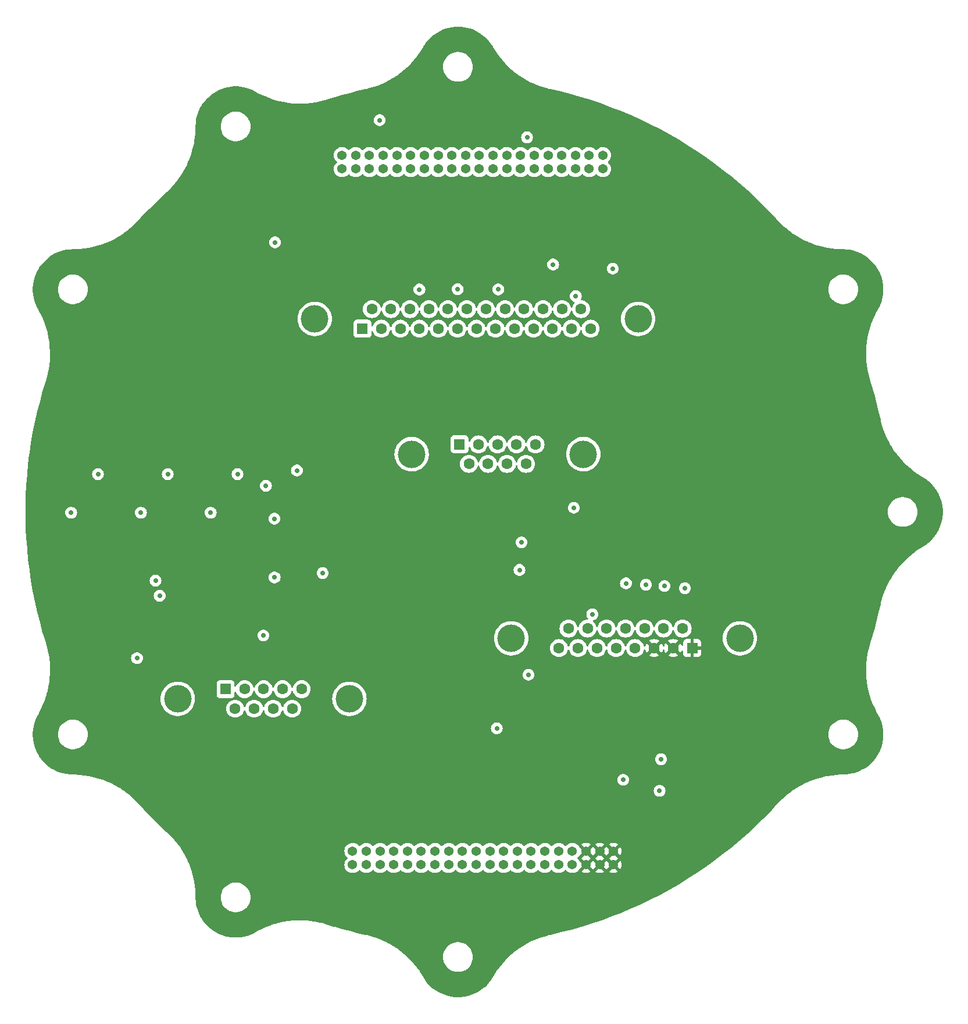
<source format=gbr>
%TF.GenerationSoftware,KiCad,Pcbnew,7.0.7*%
%TF.CreationDate,2024-02-25T16:10:36-08:00*%
%TF.ProjectId,Connector-board,436f6e6e-6563-4746-9f72-2d626f617264,rev?*%
%TF.SameCoordinates,Original*%
%TF.FileFunction,Copper,L3,Inr*%
%TF.FilePolarity,Positive*%
%FSLAX46Y46*%
G04 Gerber Fmt 4.6, Leading zero omitted, Abs format (unit mm)*
G04 Created by KiCad (PCBNEW 7.0.7) date 2024-02-25 16:10:36*
%MOMM*%
%LPD*%
G01*
G04 APERTURE LIST*
%TA.AperFunction,ComponentPad*%
%ADD10C,1.371600*%
%TD*%
%TA.AperFunction,ComponentPad*%
%ADD11C,4.000000*%
%TD*%
%TA.AperFunction,ComponentPad*%
%ADD12R,1.600000X1.600000*%
%TD*%
%TA.AperFunction,ComponentPad*%
%ADD13C,1.600000*%
%TD*%
%TA.AperFunction,ViaPad*%
%ADD14C,0.711200*%
%TD*%
G04 APERTURE END LIST*
D10*
%TO.N,+3.3V*%
%TO.C,J1*%
X156086831Y-159170000D03*
X156086831Y-157170000D03*
%TO.N,GND*%
X158086831Y-159170000D03*
X158086831Y-157170000D03*
%TO.N,+5V*%
X160086831Y-159170000D03*
X160086831Y-157170000D03*
X162086831Y-159170000D03*
X162086831Y-157170000D03*
%TO.N,GND*%
X164086831Y-159170000D03*
X164086831Y-157170000D03*
%TO.N,FLIGHT_LOX_VENT*%
X166086831Y-159170000D03*
X166086831Y-157170000D03*
%TO.N,GND*%
X168086831Y-159170000D03*
X168086831Y-157170000D03*
%TO.N,FLIGHT_ETH_VENT*%
X170086831Y-159170000D03*
X170086831Y-157170000D03*
%TO.N,GND*%
X172086831Y-159170000D03*
X172086831Y-157170000D03*
%TO.N,FLIGHT_ETH_MAIN*%
X174086831Y-159170000D03*
X174086831Y-157170000D03*
%TO.N,GND*%
X176086831Y-159170000D03*
X176086831Y-157170000D03*
%TO.N,unconnected-(J1A-Pin_23-PadA23)*%
X178086831Y-159170000D03*
%TO.N,unconnected-(J1A-Pin_24-PadA24)*%
X178086831Y-157170000D03*
%TO.N,GND*%
X180086831Y-159170000D03*
X180086831Y-157170000D03*
%TO.N,unconnected-(J1A-Pin_27-PadA27)*%
X182086831Y-159170000D03*
%TO.N,unconnected-(J1A-Pin_28-PadA28)*%
X182086831Y-157170000D03*
%TO.N,unconnected-(J1A-Pin_29-PadA29)*%
X184086831Y-159170000D03*
%TO.N,unconnected-(J1A-Pin_30-PadA30)*%
X184086831Y-157170000D03*
%TO.N,unconnected-(J1A-Pin_31-PadA31)*%
X186086831Y-159170000D03*
%TO.N,unconnected-(J1A-Pin_32-PadA32)*%
X186086831Y-157170000D03*
%TO.N,unconnected-(J1A-Pin_33-PadA33)*%
X188086731Y-159170000D03*
%TO.N,unconnected-(J1A-Pin_34-PadA34)*%
X188086731Y-157170000D03*
%TO.N,PWR_SUP*%
X190086731Y-159170000D03*
X190086731Y-157170000D03*
X192086731Y-159170000D03*
X192086731Y-157170000D03*
X194086731Y-159170000D03*
X194086731Y-157170000D03*
%TO.N,unconnected-(J1B-Pin_1-PadB1)*%
X154550000Y-57900000D03*
%TO.N,SPI_SCK*%
X154550000Y-55900000D03*
%TO.N,unconnected-(J1B-Pin_3-PadB3)*%
X156550000Y-57900000D03*
%TO.N,SPI_MISO*%
X156550000Y-55900000D03*
%TO.N,GND*%
X158550000Y-57900000D03*
%TO.N,SPI_MOSI*%
X158550000Y-55900000D03*
%TO.N,unconnected-(J1B-Pin_7-PadB7)*%
X160550000Y-57900000D03*
%TO.N,GND*%
X160550000Y-55900000D03*
X162549900Y-57900000D03*
%TO.N,TC1_CS*%
X162549900Y-55900000D03*
%TO.N,PT1_E+*%
X164549900Y-57900000D03*
%TO.N,TC2_CS*%
X164549900Y-55900000D03*
%TO.N,PT1_E-*%
X166549900Y-57900000D03*
%TO.N,TC3_CS*%
X166549900Y-55900000D03*
%TO.N,PT1_A+*%
X168549900Y-57900000D03*
%TO.N,TC4_CS*%
X168549900Y-55900000D03*
%TO.N,GND*%
X170549900Y-57900000D03*
X170549900Y-55900000D03*
%TO.N,PT2_E+*%
X172549900Y-57900000D03*
%TO.N,unconnected-(J1B-Pin_20-PadB20)*%
X172549900Y-55900000D03*
%TO.N,PT2_E-*%
X174549900Y-57900000D03*
%TO.N,unconnected-(J1B-Pin_22-PadB22)*%
X174549900Y-55900000D03*
%TO.N,PT2_A+*%
X176549900Y-57900000D03*
%TO.N,unconnected-(J1B-Pin_24-PadB24)*%
X176549900Y-55900000D03*
%TO.N,GND*%
X178549900Y-57900000D03*
X178549900Y-55900000D03*
%TO.N,PT3_E+*%
X180549900Y-57900000D03*
%TO.N,PT5_E+*%
X180549900Y-55900000D03*
%TO.N,PT3_E-*%
X182549900Y-57900000D03*
%TO.N,PT5_E-*%
X182549900Y-55900000D03*
%TO.N,PT3_A+*%
X184549900Y-57900000D03*
%TO.N,PT5_A+*%
X184549900Y-55900000D03*
%TO.N,GND*%
X186549900Y-57900000D03*
X186549900Y-55900000D03*
%TO.N,PT4_E+*%
X188549900Y-57900000D03*
%TO.N,PT6_E+*%
X188549900Y-55900000D03*
%TO.N,PT4_E-*%
X190549900Y-57900000D03*
%TO.N,PT6_E-*%
X190549900Y-55900000D03*
%TO.N,PT4_A+*%
X192549900Y-57900000D03*
%TO.N,PT6_A+*%
X192549900Y-55900000D03*
%TD*%
D11*
%TO.N,N/C*%
%TO.C,4TC_DSUB1*%
X155640000Y-135020000D03*
X130640000Y-135020000D03*
D12*
%TO.N,TC1_T-*%
X137600000Y-133600000D03*
D13*
%TO.N,TC2_T-*%
X140370000Y-133600000D03*
%TO.N,TC3_T-*%
X143140000Y-133600000D03*
%TO.N,TC4_T-*%
X145910000Y-133600000D03*
%TO.N,unconnected-(4TC_DSUB1-Pad5)*%
X148680000Y-133600000D03*
%TO.N,TC1_T+*%
X138985000Y-136440000D03*
%TO.N,TC2_T+*%
X141755000Y-136440000D03*
%TO.N,TC3_T+*%
X144525000Y-136440000D03*
%TO.N,TC4_T+*%
X147295000Y-136440000D03*
%TD*%
D11*
%TO.N,N/C*%
%TO.C,GND_DSUB1*%
X179200000Y-126200000D03*
X212500000Y-126200000D03*
D12*
%TO.N,PWR_SUP*%
X205545000Y-127620000D03*
D13*
X202775000Y-127620000D03*
X200005000Y-127620000D03*
%TO.N,unconnected-(GND_DSUB1-Pad4)*%
X197235000Y-127620000D03*
%TO.N,GROUND_ETH_VENT*%
X194465000Y-127620000D03*
%TO.N,GROUND_LOX_VENT*%
X191695000Y-127620000D03*
%TO.N,unconnected-(GND_DSUB1-Pad7)*%
X188925000Y-127620000D03*
%TO.N,unconnected-(GND_DSUB1-Pad8)*%
X186155000Y-127620000D03*
%TO.N,GND*%
X204160000Y-124780000D03*
X201390000Y-124780000D03*
X198620000Y-124780000D03*
X195850000Y-124780000D03*
%TO.N,REDS_ETH_VENT*%
X193080000Y-124780000D03*
%TO.N,REDS_LOX_VENT*%
X190310000Y-124780000D03*
%TO.N,unconnected-(GND_DSUB1-P15-Pad15)*%
X187540000Y-124780000D03*
%TD*%
D11*
%TO.N,N/C*%
%TO.C,SOLENOIDS_DSUB1*%
X189700000Y-99400000D03*
X164700000Y-99400000D03*
D12*
%TO.N,LOX_VENT*%
X171660000Y-97980000D03*
D13*
%TO.N,ETH_VENT*%
X174430000Y-97980000D03*
%TO.N,unconnected-(SOLENOIDS_DSUB1-Pad3)*%
X177200000Y-97980000D03*
%TO.N,unconnected-(SOLENOIDS_DSUB1-Pad4)*%
X179970000Y-97980000D03*
%TO.N,unconnected-(SOLENOIDS_DSUB1-Pad5)*%
X182740000Y-97980000D03*
%TO.N,GND*%
X173045000Y-100820000D03*
X175815000Y-100820000D03*
%TO.N,unconnected-(SOLENOIDS_DSUB1-Pad8)*%
X178585000Y-100820000D03*
%TO.N,unconnected-(SOLENOIDS_DSUB1-Pad9)*%
X181355000Y-100820000D03*
%TD*%
D11*
%TO.N,N/C*%
%TO.C,PT_DSUB1*%
X150585000Y-79720000D03*
X197685000Y-79720000D03*
D12*
%TO.N,PT1_E+*%
X157515000Y-81140000D03*
D13*
%TO.N,PT1_E-*%
X160285000Y-81140000D03*
%TO.N,PT2_E+*%
X163055000Y-81140000D03*
%TO.N,PT2_E-*%
X165825000Y-81140000D03*
%TO.N,PT3_E+*%
X168595000Y-81140000D03*
%TO.N,PT3_E-*%
X171365000Y-81140000D03*
%TO.N,PT4_E+*%
X174135000Y-81140000D03*
%TO.N,PT4_E-*%
X176905000Y-81140000D03*
%TO.N,PT5_E+*%
X179675000Y-81140000D03*
%TO.N,PT5_E-*%
X182445000Y-81140000D03*
%TO.N,PT6_E+*%
X185215000Y-81140000D03*
%TO.N,PT6_E-*%
X187985000Y-81140000D03*
%TO.N,unconnected-(PT_DSUB1-Pad13)*%
X190755000Y-81140000D03*
%TO.N,PT1_A+*%
X158900000Y-78300000D03*
%TO.N,unconnected-(PT_DSUB1-P15-Pad15)*%
X161670000Y-78300000D03*
%TO.N,PT2_A+*%
X164440000Y-78300000D03*
%TO.N,unconnected-(PT_DSUB1-P17-Pad17)*%
X167210000Y-78300000D03*
%TO.N,PT3_A+*%
X169980000Y-78300000D03*
%TO.N,unconnected-(PT_DSUB1-P19-Pad19)*%
X172750000Y-78300000D03*
%TO.N,PT4_A+*%
X175520000Y-78300000D03*
%TO.N,unconnected-(PT_DSUB1-P21-Pad21)*%
X178290000Y-78300000D03*
%TO.N,PT5_A+*%
X181060000Y-78300000D03*
%TO.N,unconnected-(PT_DSUB1-P23-Pad23)*%
X183830000Y-78300000D03*
%TO.N,PT6_A+*%
X186600000Y-78300000D03*
%TO.N,unconnected-(PT_DSUB1-P25-Pad25)*%
X189370000Y-78300000D03*
%TD*%
D14*
%TO.N,GND*%
X201000000Y-143800000D03*
X180700000Y-112250000D03*
X204500000Y-118900000D03*
X195900000Y-118200000D03*
X115114800Y-107921800D03*
X198800000Y-118400000D03*
X135434800Y-107921800D03*
X144720000Y-108796600D03*
X180400000Y-116250000D03*
X201500000Y-118600000D03*
X125274800Y-107921800D03*
X200800000Y-148400000D03*
X188300000Y-107200000D03*
%TO.N,TC3_T+*%
X124700000Y-129100000D03*
X128000000Y-120000000D03*
%TO.N,TC3_T-*%
X127400000Y-117800000D03*
X143100000Y-125800000D03*
%TO.N,PWR_SUP*%
X202700000Y-130000000D03*
X200000000Y-129900000D03*
%TO.N,GROUND_LOX_VENT*%
X177100000Y-139300000D03*
%TO.N,+3.3V*%
X144740000Y-117340000D03*
X151725000Y-116705000D03*
%TO.N,PT3_E-*%
X171400000Y-75400000D03*
%TO.N,PT5_E+*%
X181500000Y-53300000D03*
X185300000Y-71800000D03*
%TO.N,PT2_E-*%
X165829498Y-75440502D03*
%TO.N,PT4_E-*%
X177329498Y-75429498D03*
%TO.N,PT6_E+*%
X194000000Y-72400000D03*
%TO.N,PT6_E-*%
X188600000Y-76400000D03*
%TO.N,TC1_CS*%
X119015365Y-102307900D03*
X160020000Y-50800000D03*
%TO.N,TC4_CS*%
X144780000Y-68580000D03*
X147982400Y-101775000D03*
%TO.N,TC2_CS*%
X143470000Y-104005000D03*
X139335095Y-102307448D03*
%TO.N,TC3_CS*%
X129175293Y-102307900D03*
%TO.N,REDS_ETH_VENT*%
X191000000Y-122700000D03*
X181700000Y-131500000D03*
%TO.N,FLIGHT_ETH_VENT*%
X195500000Y-146800000D03*
%TD*%
%TA.AperFunction,Conductor*%
%TO.N,PWR_SUP*%
G36*
X189637436Y-157368254D02*
G01*
X189691048Y-157407123D01*
X189772241Y-157508935D01*
X189772244Y-157508938D01*
X189844272Y-157558045D01*
X189888574Y-157612074D01*
X189896634Y-157681477D01*
X189865891Y-157744220D01*
X189862102Y-157748180D01*
X189442455Y-158167826D01*
X189442455Y-158172171D01*
X189859279Y-158588995D01*
X189892764Y-158650318D01*
X189887780Y-158720010D01*
X189845908Y-158775943D01*
X189827733Y-158786980D01*
X189826275Y-158787974D01*
X189725240Y-158881721D01*
X189725235Y-158881727D01*
X189703426Y-158919501D01*
X189652859Y-158967716D01*
X189584251Y-158980938D01*
X189519387Y-158954970D01*
X189508359Y-158945181D01*
X189083176Y-158519999D01*
X189077540Y-158513521D01*
X188967173Y-158367371D01*
X188851184Y-158261634D01*
X188814906Y-158201927D01*
X188816666Y-158132079D01*
X188851184Y-158078366D01*
X188967173Y-157972629D01*
X189077548Y-157826468D01*
X189083180Y-157819995D01*
X189506421Y-157396755D01*
X189567744Y-157363270D01*
X189637436Y-157368254D01*
G37*
%TD.AperFunction*%
%TA.AperFunction,Conductor*%
G36*
X190654071Y-157385027D02*
G01*
X190665102Y-157394818D01*
X191085664Y-157815380D01*
X191087796Y-157815380D01*
X191506421Y-157396755D01*
X191567744Y-157363270D01*
X191637435Y-157368254D01*
X191691048Y-157407123D01*
X191772241Y-157508935D01*
X191772244Y-157508938D01*
X191844272Y-157558045D01*
X191888574Y-157612074D01*
X191896634Y-157681477D01*
X191865891Y-157744220D01*
X191862102Y-157748180D01*
X191442455Y-158167826D01*
X191442455Y-158172171D01*
X191859279Y-158588995D01*
X191892764Y-158650318D01*
X191887780Y-158720010D01*
X191845908Y-158775943D01*
X191827733Y-158786980D01*
X191826275Y-158787974D01*
X191725240Y-158881721D01*
X191725235Y-158881727D01*
X191703426Y-158919501D01*
X191652859Y-158967716D01*
X191584251Y-158980938D01*
X191519387Y-158954970D01*
X191508359Y-158945181D01*
X191087796Y-158524618D01*
X191085663Y-158524618D01*
X190667039Y-158943243D01*
X190605716Y-158976728D01*
X190536025Y-158971744D01*
X190482411Y-158932875D01*
X190401216Y-158831061D01*
X190401215Y-158831060D01*
X190329187Y-158781952D01*
X190284885Y-158727923D01*
X190276827Y-158658520D01*
X190307569Y-158595777D01*
X190311358Y-158591818D01*
X190731000Y-158172175D01*
X190731000Y-158167821D01*
X190314182Y-157751004D01*
X190280697Y-157689681D01*
X190285681Y-157619990D01*
X190327552Y-157564056D01*
X190345727Y-157553020D01*
X190347186Y-157552025D01*
X190347186Y-157552024D01*
X190347190Y-157552023D01*
X190448222Y-157458279D01*
X190470035Y-157420498D01*
X190520599Y-157372284D01*
X190589206Y-157359060D01*
X190654071Y-157385027D01*
G37*
%TD.AperFunction*%
%TA.AperFunction,Conductor*%
G36*
X192654071Y-157385027D02*
G01*
X192665102Y-157394818D01*
X193085664Y-157815380D01*
X193087796Y-157815380D01*
X193506421Y-157396755D01*
X193567744Y-157363270D01*
X193637435Y-157368254D01*
X193691048Y-157407123D01*
X193772241Y-157508935D01*
X193772244Y-157508938D01*
X193844272Y-157558045D01*
X193888574Y-157612074D01*
X193896634Y-157681477D01*
X193865891Y-157744220D01*
X193862102Y-157748180D01*
X193442455Y-158167826D01*
X193442455Y-158172171D01*
X193859279Y-158588995D01*
X193892764Y-158650318D01*
X193887780Y-158720010D01*
X193845908Y-158775943D01*
X193827733Y-158786980D01*
X193826275Y-158787974D01*
X193725240Y-158881721D01*
X193725235Y-158881727D01*
X193703426Y-158919501D01*
X193652859Y-158967716D01*
X193584251Y-158980938D01*
X193519387Y-158954970D01*
X193508359Y-158945181D01*
X193087796Y-158524618D01*
X193085663Y-158524618D01*
X192667039Y-158943243D01*
X192605716Y-158976728D01*
X192536025Y-158971744D01*
X192482411Y-158932875D01*
X192401216Y-158831061D01*
X192401215Y-158831060D01*
X192329187Y-158781952D01*
X192284885Y-158727923D01*
X192276827Y-158658520D01*
X192307569Y-158595777D01*
X192311358Y-158591818D01*
X192731000Y-158172175D01*
X192731000Y-158167821D01*
X192314182Y-157751004D01*
X192280697Y-157689681D01*
X192285681Y-157619990D01*
X192327552Y-157564056D01*
X192345727Y-157553020D01*
X192347186Y-157552025D01*
X192347186Y-157552024D01*
X192347190Y-157552023D01*
X192448222Y-157458279D01*
X192470035Y-157420498D01*
X192520599Y-157372284D01*
X192589206Y-157359060D01*
X192654071Y-157385027D01*
G37*
%TD.AperFunction*%
%TA.AperFunction,Conductor*%
G36*
X171830424Y-37216791D02*
G01*
X171916328Y-37220250D01*
X171921281Y-37220649D01*
X172382955Y-37276657D01*
X172387832Y-37277449D01*
X172843508Y-37370392D01*
X172848330Y-37371580D01*
X173132756Y-37453888D01*
X173295040Y-37500851D01*
X173299756Y-37502424D01*
X173734638Y-37667195D01*
X173739202Y-37669138D01*
X174159427Y-37868337D01*
X174163819Y-37870641D01*
X174566663Y-38102977D01*
X174570882Y-38105642D01*
X174953731Y-38369604D01*
X174957696Y-38372580D01*
X175117250Y-38502692D01*
X175318093Y-38666475D01*
X175321830Y-38669782D01*
X175657427Y-38991694D01*
X175660883Y-38995287D01*
X175969512Y-39343138D01*
X175972654Y-39346980D01*
X176200388Y-39649525D01*
X176252324Y-39718523D01*
X176255162Y-39722628D01*
X176505390Y-40117559D01*
X176533185Y-40165598D01*
X176533483Y-40166022D01*
X176673802Y-40408555D01*
X176673806Y-40408562D01*
X177040321Y-40972381D01*
X177435591Y-41516427D01*
X177858551Y-42039236D01*
X178308062Y-42539400D01*
X178782915Y-43015572D01*
X178901834Y-43123046D01*
X179281825Y-43466467D01*
X179281826Y-43466467D01*
X179281829Y-43466470D01*
X179803462Y-43890880D01*
X180182137Y-44167610D01*
X180346419Y-44287665D01*
X180346418Y-44287665D01*
X180909209Y-44655738D01*
X181459335Y-44976068D01*
X181490344Y-44994124D01*
X182088251Y-45301910D01*
X182405470Y-45444904D01*
X182701321Y-45578266D01*
X182981864Y-45687594D01*
X183327891Y-45822441D01*
X183327892Y-45822442D01*
X183327897Y-45822443D01*
X183327898Y-45822444D01*
X183966300Y-46033791D01*
X184243484Y-46109848D01*
X184614804Y-46211736D01*
X184614805Y-46211736D01*
X184709150Y-46232426D01*
X184886405Y-46271298D01*
X184886417Y-46271302D01*
X184899406Y-46274150D01*
X184899408Y-46274152D01*
X184943189Y-46283753D01*
X184943241Y-46283765D01*
X184943241Y-46283766D01*
X186453627Y-46634549D01*
X187954922Y-47022402D01*
X189446216Y-47447090D01*
X190926604Y-47908357D01*
X192395190Y-48405922D01*
X193851084Y-48939484D01*
X195293404Y-49508720D01*
X196721276Y-50113284D01*
X198133835Y-50752811D01*
X199530224Y-51426912D01*
X200909598Y-52135180D01*
X202271121Y-52877186D01*
X203613968Y-53652479D01*
X204937325Y-54460590D01*
X206240390Y-55301029D01*
X207522374Y-56173287D01*
X208782499Y-57076835D01*
X210020003Y-58011126D01*
X211234136Y-58975594D01*
X212424161Y-59969655D01*
X213589358Y-60992705D01*
X214729021Y-62044126D01*
X215842458Y-63123280D01*
X216928996Y-64229513D01*
X217667262Y-65019132D01*
X217988139Y-65362328D01*
X218025633Y-65403433D01*
X218025746Y-65403537D01*
X218214580Y-65610564D01*
X218214581Y-65610565D01*
X218692927Y-66083214D01*
X218692927Y-66083213D01*
X218692934Y-66083220D01*
X218985245Y-66343505D01*
X219195165Y-66530426D01*
X219719903Y-66950966D01*
X219719904Y-66950966D01*
X219719910Y-66950970D01*
X219719916Y-66950975D01*
X219719919Y-66950977D01*
X220265777Y-67343736D01*
X220725429Y-67639533D01*
X220831247Y-67707630D01*
X220831288Y-67707656D01*
X220859665Y-67723900D01*
X221414899Y-68041740D01*
X221706107Y-68188935D01*
X222015051Y-68345097D01*
X222015059Y-68345100D01*
X222015064Y-68345103D01*
X222309841Y-68475370D01*
X222630160Y-68616925D01*
X222737366Y-68657794D01*
X223258524Y-68856470D01*
X223258530Y-68856472D01*
X223258529Y-68856472D01*
X223731642Y-69009231D01*
X223898471Y-69063097D01*
X224548275Y-69236247D01*
X224969951Y-69325469D01*
X225206181Y-69375454D01*
X225870447Y-69480348D01*
X225870448Y-69480348D01*
X226539225Y-69550637D01*
X227210761Y-69586139D01*
X227210760Y-69586139D01*
X227257325Y-69586181D01*
X227547008Y-69586443D01*
X227547011Y-69586443D01*
X227547072Y-69586445D01*
X227548050Y-69586733D01*
X227549560Y-69586548D01*
X227622943Y-69589569D01*
X228014137Y-69605677D01*
X228019083Y-69606080D01*
X228415698Y-69654561D01*
X228480692Y-69662506D01*
X228485612Y-69663309D01*
X228941192Y-69756664D01*
X228946005Y-69757854D01*
X229314953Y-69864988D01*
X229392587Y-69887531D01*
X229397319Y-69889114D01*
X229623192Y-69974929D01*
X229832038Y-70054276D01*
X229836609Y-70056226D01*
X230256639Y-70255803D01*
X230261046Y-70258118D01*
X230663672Y-70490819D01*
X230667883Y-70493484D01*
X230913968Y-70663484D01*
X231050496Y-70757801D01*
X231054478Y-70760796D01*
X231414605Y-71055019D01*
X231418322Y-71058315D01*
X231753623Y-71380533D01*
X231757079Y-71384133D01*
X232065384Y-71732260D01*
X232068540Y-71736127D01*
X232347862Y-72107920D01*
X232350696Y-72112027D01*
X232599217Y-72505061D01*
X232601713Y-72509383D01*
X232817836Y-72921137D01*
X232819976Y-72925646D01*
X233002294Y-73353437D01*
X233004060Y-73358093D01*
X233151393Y-73799158D01*
X233152783Y-73803951D01*
X233264183Y-74255444D01*
X233265183Y-74260334D01*
X233339920Y-74719302D01*
X233340523Y-74724256D01*
X233378121Y-75187753D01*
X233378324Y-75192739D01*
X233378534Y-75657764D01*
X233378336Y-75662751D01*
X233370513Y-75760289D01*
X233348100Y-76039755D01*
X233341160Y-76126281D01*
X233340561Y-76131236D01*
X233266238Y-76590285D01*
X233265244Y-76595169D01*
X233185639Y-76919065D01*
X233154258Y-77046749D01*
X233152873Y-77051543D01*
X233005936Y-77492748D01*
X233004170Y-77497416D01*
X232822246Y-77925360D01*
X232820110Y-77929870D01*
X232603040Y-78344341D01*
X232575592Y-78391983D01*
X232575565Y-78392041D01*
X232479245Y-78559222D01*
X232435361Y-78635391D01*
X232130337Y-79234713D01*
X232130332Y-79234724D01*
X232130332Y-79234723D01*
X231974095Y-79585635D01*
X231856813Y-79849051D01*
X231805533Y-79982455D01*
X231615529Y-80476745D01*
X231561561Y-80642321D01*
X231407128Y-81116124D01*
X231407125Y-81116134D01*
X231407125Y-81116135D01*
X231232179Y-81765440D01*
X231091148Y-82422968D01*
X231091148Y-82422969D01*
X230984416Y-83086921D01*
X230984416Y-83086923D01*
X230912272Y-83755520D01*
X230874909Y-84426960D01*
X230872427Y-85099433D01*
X230904834Y-85771130D01*
X230970558Y-86425471D01*
X230972043Y-86440251D01*
X231073868Y-87104958D01*
X231073870Y-87104967D01*
X231210044Y-87763511D01*
X231380197Y-88414106D01*
X231380198Y-88414107D01*
X231465549Y-88682665D01*
X231465554Y-88682677D01*
X231481992Y-88734402D01*
X231822222Y-89840049D01*
X232142051Y-90951606D01*
X232441416Y-92068848D01*
X232720216Y-93191398D01*
X232978298Y-94318624D01*
X232990297Y-94373334D01*
X232990348Y-94373497D01*
X233050393Y-94647311D01*
X233050394Y-94647312D01*
X233228330Y-95295813D01*
X233439669Y-95934214D01*
X233439669Y-95934215D01*
X233439673Y-95934225D01*
X233683847Y-96560808D01*
X233813948Y-96849432D01*
X233941772Y-97133006D01*
X233960197Y-97173880D01*
X234267979Y-97771791D01*
X234389215Y-97980001D01*
X234606362Y-98352929D01*
X234916981Y-98827876D01*
X234974439Y-98915732D01*
X235136534Y-99137544D01*
X235371211Y-99458676D01*
X235371211Y-99458677D01*
X235371216Y-99458683D01*
X235795624Y-99980319D01*
X236246521Y-100479237D01*
X236641037Y-100872661D01*
X236722697Y-100954095D01*
X236722696Y-100954094D01*
X236806611Y-101029511D01*
X237222857Y-101403605D01*
X237745667Y-101826567D01*
X237745675Y-101826573D01*
X237745679Y-101826576D01*
X237916339Y-101950567D01*
X238289714Y-102221838D01*
X238853534Y-102588354D01*
X238973172Y-102657571D01*
X239105731Y-102734263D01*
X239144560Y-102756729D01*
X239539491Y-103006957D01*
X239543593Y-103009792D01*
X239915142Y-103289467D01*
X239918979Y-103292604D01*
X240266829Y-103601233D01*
X240270425Y-103604692D01*
X240592337Y-103940289D01*
X240595644Y-103944026D01*
X240889531Y-104304412D01*
X240892518Y-104308392D01*
X240924738Y-104355123D01*
X241156477Y-104691237D01*
X241159142Y-104695456D01*
X241391478Y-105098300D01*
X241393786Y-105102702D01*
X241592974Y-105522901D01*
X241594929Y-105527493D01*
X241759690Y-105962349D01*
X241761269Y-105967083D01*
X241890539Y-106413789D01*
X241891731Y-106418628D01*
X241920626Y-106560290D01*
X241984666Y-106874265D01*
X241985464Y-106879184D01*
X242004689Y-107037647D01*
X242041468Y-107340817D01*
X242041869Y-107345791D01*
X242060578Y-107810443D01*
X242060578Y-107815435D01*
X242041869Y-108280088D01*
X242041468Y-108285062D01*
X242024155Y-108427773D01*
X241986219Y-108740485D01*
X241985466Y-108746688D01*
X241984666Y-108751614D01*
X241891733Y-109207244D01*
X241890539Y-109212090D01*
X241761269Y-109658796D01*
X241759690Y-109663530D01*
X241594929Y-110098386D01*
X241592974Y-110102978D01*
X241393796Y-110523159D01*
X241391478Y-110527579D01*
X241159142Y-110930423D01*
X241156477Y-110934642D01*
X240892527Y-111317475D01*
X240889531Y-111321467D01*
X240595644Y-111681853D01*
X240592337Y-111685590D01*
X240270425Y-112021187D01*
X240266829Y-112024646D01*
X239918994Y-112333262D01*
X239915130Y-112336422D01*
X239543596Y-112616084D01*
X239539491Y-112618923D01*
X239323183Y-112755975D01*
X239144573Y-112869142D01*
X238853533Y-113037525D01*
X238552190Y-113233415D01*
X238289714Y-113404039D01*
X238289715Y-113404039D01*
X238289713Y-113404040D01*
X237745665Y-113799311D01*
X237222854Y-114222273D01*
X236722689Y-114671786D01*
X236246517Y-115146641D01*
X236246510Y-115146649D01*
X235795622Y-115645554D01*
X235371205Y-116167200D01*
X235058933Y-116594513D01*
X234974432Y-116710144D01*
X234974431Y-116710145D01*
X234606354Y-117272948D01*
X234503333Y-117449876D01*
X234267970Y-117854086D01*
X233960187Y-118451996D01*
X233683836Y-119065069D01*
X233455941Y-119649876D01*
X233439657Y-119691662D01*
X233228317Y-120330063D01*
X233180702Y-120503600D01*
X233114333Y-120745486D01*
X233050380Y-120978565D01*
X233050379Y-120978566D01*
X232987026Y-121267459D01*
X232987023Y-121267479D01*
X232978385Y-121306862D01*
X232720213Y-122434481D01*
X232441414Y-123557032D01*
X232142050Y-124674273D01*
X231822221Y-125785830D01*
X231481941Y-126891637D01*
X231465254Y-126944143D01*
X231465229Y-126944253D01*
X231392304Y-127173714D01*
X231380207Y-127211776D01*
X231210053Y-127862371D01*
X231154612Y-128130484D01*
X231073876Y-128520924D01*
X230972050Y-129185630D01*
X230972049Y-129185639D01*
X230972049Y-129185640D01*
X230904840Y-129854751D01*
X230872432Y-130526448D01*
X230872432Y-130526455D01*
X230874912Y-131198928D01*
X230912275Y-131870362D01*
X230984418Y-132538962D01*
X231091148Y-133202913D01*
X231232179Y-133860441D01*
X231337876Y-134252734D01*
X231407127Y-134509758D01*
X231487892Y-134757547D01*
X231615525Y-135149131D01*
X231686592Y-135334011D01*
X231856810Y-135776831D01*
X231856812Y-135776835D01*
X231856812Y-135776836D01*
X231861456Y-135787266D01*
X232130332Y-136391169D01*
X232435356Y-136990492D01*
X232579710Y-137241042D01*
X232580810Y-137242952D01*
X232603197Y-137281810D01*
X232820111Y-137695991D01*
X232822243Y-137700492D01*
X232832931Y-137725635D01*
X233004170Y-138128455D01*
X233005936Y-138133123D01*
X233152869Y-138574328D01*
X233154254Y-138579123D01*
X233265237Y-139030706D01*
X233266232Y-139035596D01*
X233340552Y-139494637D01*
X233341150Y-139499583D01*
X233350322Y-139613949D01*
X233378323Y-139963118D01*
X233378521Y-139968105D01*
X233378308Y-140433128D01*
X233378105Y-140438115D01*
X233340506Y-140901611D01*
X233339903Y-140906565D01*
X233265162Y-141365547D01*
X233264162Y-141370436D01*
X233152768Y-141821899D01*
X233151378Y-141826692D01*
X233004037Y-142267774D01*
X233002267Y-142272440D01*
X232819957Y-142700211D01*
X232817817Y-142704719D01*
X232601689Y-143116483D01*
X232599193Y-143120805D01*
X232350676Y-143513833D01*
X232347842Y-143517940D01*
X232068520Y-143889733D01*
X232065364Y-143893600D01*
X231757060Y-144241725D01*
X231753604Y-144245325D01*
X231418311Y-144567539D01*
X231414576Y-144570849D01*
X231054467Y-144865059D01*
X231050479Y-144868058D01*
X230667870Y-145132374D01*
X230663653Y-145135043D01*
X230261045Y-145367735D01*
X230256627Y-145370057D01*
X229836612Y-145569628D01*
X229832022Y-145571586D01*
X229397311Y-145736750D01*
X229392578Y-145738333D01*
X228946015Y-145868006D01*
X228941171Y-145869204D01*
X228485613Y-145962558D01*
X228480687Y-145963362D01*
X228019100Y-146019790D01*
X228014125Y-146020195D01*
X227547092Y-146039429D01*
X227547008Y-146039429D01*
X227243308Y-146039703D01*
X227210760Y-146039733D01*
X227210761Y-146039733D01*
X226539224Y-146075235D01*
X225870446Y-146145524D01*
X225870445Y-146145524D01*
X225206179Y-146250417D01*
X225000084Y-146294025D01*
X224548273Y-146389624D01*
X223898468Y-146562775D01*
X223258520Y-146769401D01*
X222630155Y-147008946D01*
X222630151Y-147008947D01*
X222630153Y-147008947D01*
X222015059Y-147280768D01*
X222015054Y-147280770D01*
X222015046Y-147280774D01*
X221848840Y-147364786D01*
X221414894Y-147584131D01*
X221107164Y-147760289D01*
X220831282Y-147918215D01*
X220265770Y-148282135D01*
X219719895Y-148674905D01*
X219719895Y-148674906D01*
X219431572Y-148905975D01*
X219195155Y-149095445D01*
X218692925Y-149542650D01*
X218692918Y-149542657D01*
X218692918Y-149542656D01*
X218214571Y-150015306D01*
X217988012Y-150263689D01*
X217148111Y-151162014D01*
X216928998Y-151396368D01*
X215842460Y-152502601D01*
X214729022Y-153581755D01*
X213589359Y-154633175D01*
X212424162Y-155656225D01*
X211234136Y-156650286D01*
X210020004Y-157614754D01*
X208782499Y-158549045D01*
X207522374Y-159452593D01*
X206240390Y-160324851D01*
X204937325Y-161165290D01*
X203613968Y-161973401D01*
X202271121Y-162748694D01*
X200909598Y-163490699D01*
X199530224Y-164198967D01*
X198133835Y-164873069D01*
X196777074Y-165487333D01*
X196721276Y-165512595D01*
X195293404Y-166117160D01*
X193851084Y-166686395D01*
X192395190Y-167219958D01*
X190926604Y-167717523D01*
X189446216Y-168178789D01*
X187954922Y-168603478D01*
X186453627Y-168991332D01*
X184944597Y-169341799D01*
X184614805Y-169414122D01*
X184506852Y-169443743D01*
X183966293Y-169592065D01*
X183327888Y-169803409D01*
X182701308Y-170047586D01*
X182088228Y-170323942D01*
X182088228Y-170323943D01*
X181490330Y-170631720D01*
X181490324Y-170631724D01*
X180909188Y-170970110D01*
X180909187Y-170970110D01*
X180346385Y-171338188D01*
X180346384Y-171338189D01*
X179803441Y-171734962D01*
X179803440Y-171734962D01*
X179281794Y-172159380D01*
X178782880Y-172610278D01*
X178308024Y-173086453D01*
X178308025Y-173086452D01*
X178235699Y-173166928D01*
X177858514Y-173586615D01*
X177435553Y-174109425D01*
X177435546Y-174109433D01*
X177435544Y-174109437D01*
X177392878Y-174168162D01*
X177040282Y-174653474D01*
X176673766Y-175217294D01*
X176606654Y-175333292D01*
X176505388Y-175508324D01*
X176255162Y-175903251D01*
X176252324Y-175907356D01*
X175972662Y-176278890D01*
X175969502Y-176282754D01*
X175660886Y-176630589D01*
X175657427Y-176634185D01*
X175321830Y-176956097D01*
X175318093Y-176959404D01*
X174957707Y-177253291D01*
X174953715Y-177256287D01*
X174570882Y-177520237D01*
X174566663Y-177522902D01*
X174163819Y-177755238D01*
X174159407Y-177757551D01*
X173902062Y-177879540D01*
X173739218Y-177956734D01*
X173734626Y-177958689D01*
X173299770Y-178123450D01*
X173295036Y-178125029D01*
X172848330Y-178254299D01*
X172843484Y-178255493D01*
X172387854Y-178348426D01*
X172382931Y-178349225D01*
X172174386Y-178374525D01*
X171921302Y-178405228D01*
X171916328Y-178405629D01*
X171451674Y-178424338D01*
X171446684Y-178424338D01*
X170982031Y-178405629D01*
X170977057Y-178405228D01*
X170907289Y-178396764D01*
X170515424Y-178349224D01*
X170510507Y-178348426D01*
X170054868Y-178255491D01*
X170050029Y-178254299D01*
X169603323Y-178125029D01*
X169598589Y-178123450D01*
X169163733Y-177958689D01*
X169159141Y-177956734D01*
X168738942Y-177757546D01*
X168734540Y-177755238D01*
X168331696Y-177522902D01*
X168327477Y-177520237D01*
X168145972Y-177395095D01*
X167944632Y-177256278D01*
X167940659Y-177253296D01*
X167781110Y-177123188D01*
X167580266Y-176959404D01*
X167576529Y-176956097D01*
X167240932Y-176634185D01*
X167237473Y-176630589D01*
X166928844Y-176282739D01*
X166925707Y-176278902D01*
X166646032Y-175907353D01*
X166643205Y-175903265D01*
X166393050Y-175508448D01*
X166392982Y-175508330D01*
X166224600Y-175217290D01*
X166221681Y-175212800D01*
X165889768Y-174702213D01*
X165858083Y-174653471D01*
X165462811Y-174109423D01*
X165039849Y-173586613D01*
X164662664Y-173166928D01*
X164590338Y-173086452D01*
X164590339Y-173086453D01*
X164345699Y-172841135D01*
X164115480Y-172610277D01*
X164085231Y-172582939D01*
X169284634Y-172582939D01*
X169304794Y-172877673D01*
X169364901Y-173166930D01*
X169364902Y-173166933D01*
X169463832Y-173445293D01*
X169463831Y-173445293D01*
X169599750Y-173707604D01*
X169599754Y-173707610D01*
X169770114Y-173948956D01*
X169971765Y-174164871D01*
X170200922Y-174351304D01*
X170200925Y-174351306D01*
X170200929Y-174351309D01*
X170333350Y-174431836D01*
X170453349Y-174504809D01*
X170638412Y-174585193D01*
X170724318Y-174622507D01*
X171008790Y-174702213D01*
X171266099Y-174737578D01*
X171301465Y-174742440D01*
X171301466Y-174742440D01*
X171596895Y-174742440D01*
X171628448Y-174738103D01*
X171889570Y-174702213D01*
X172174042Y-174622507D01*
X172445012Y-174504808D01*
X172697431Y-174351309D01*
X172926598Y-174164868D01*
X173128243Y-173948959D01*
X173298610Y-173707603D01*
X173434526Y-173445297D01*
X173533459Y-173166928D01*
X173593565Y-172877679D01*
X173613726Y-172582940D01*
X173593565Y-172288201D01*
X173533459Y-171998952D01*
X173434527Y-171720586D01*
X173434528Y-171720586D01*
X173298609Y-171458275D01*
X173298605Y-171458269D01*
X173128245Y-171216923D01*
X173061028Y-171144951D01*
X172926598Y-171001012D01*
X172926596Y-171001011D01*
X172926594Y-171001008D01*
X172697437Y-170814575D01*
X172697426Y-170814568D01*
X172445010Y-170661070D01*
X172174045Y-170543374D01*
X172174043Y-170543373D01*
X172174042Y-170543373D01*
X172093110Y-170520696D01*
X171889575Y-170463668D01*
X171889571Y-170463667D01*
X171889570Y-170463667D01*
X171743232Y-170443553D01*
X171596895Y-170423440D01*
X171596894Y-170423440D01*
X171301466Y-170423440D01*
X171301465Y-170423440D01*
X171008790Y-170463667D01*
X171008784Y-170463668D01*
X170724314Y-170543374D01*
X170453349Y-170661070D01*
X170200933Y-170814568D01*
X170200922Y-170814575D01*
X169971765Y-171001008D01*
X169770114Y-171216923D01*
X169599754Y-171458269D01*
X169599750Y-171458275D01*
X169463832Y-171720586D01*
X169364902Y-171998946D01*
X169364901Y-171998949D01*
X169304794Y-172288206D01*
X169284634Y-172582939D01*
X164085231Y-172582939D01*
X163616562Y-172159379D01*
X163094926Y-171734971D01*
X163094921Y-171734967D01*
X163094920Y-171734966D01*
X163094919Y-171734966D01*
X163075241Y-171720586D01*
X162551975Y-171338194D01*
X162551974Y-171338193D01*
X161989172Y-170970116D01*
X161458422Y-170661072D01*
X161408034Y-170631732D01*
X160810123Y-170323949D01*
X160810107Y-170323942D01*
X160539392Y-170201913D01*
X160197051Y-170047598D01*
X159570469Y-169803422D01*
X159570464Y-169803420D01*
X159570458Y-169803418D01*
X158932057Y-169592078D01*
X158283551Y-169414139D01*
X157998953Y-169351728D01*
X157987431Y-169349201D01*
X157955189Y-169342130D01*
X157955119Y-169342114D01*
X156827639Y-169083974D01*
X155705088Y-168805175D01*
X154587846Y-168505811D01*
X153476289Y-168185982D01*
X153363713Y-168151340D01*
X152370504Y-167845708D01*
X152318048Y-167829037D01*
X152317821Y-167828986D01*
X152050337Y-167743975D01*
X152050338Y-167743975D01*
X151616612Y-167630539D01*
X151399747Y-167573821D01*
X150951249Y-167481078D01*
X150741213Y-167437646D01*
X150741207Y-167437645D01*
X150741202Y-167437644D01*
X150494040Y-167399780D01*
X150076488Y-167335814D01*
X150061604Y-167334318D01*
X149407368Y-167268603D01*
X148735671Y-167236194D01*
X148735664Y-167236194D01*
X148063191Y-167238674D01*
X147391756Y-167276035D01*
X147391757Y-167276035D01*
X146723157Y-167348178D01*
X146059206Y-167454908D01*
X145401678Y-167595938D01*
X144772080Y-167765573D01*
X144752361Y-167770886D01*
X144387333Y-167889864D01*
X144112988Y-167979284D01*
X143998981Y-168023108D01*
X143485289Y-168220569D01*
X143485285Y-168220571D01*
X143485284Y-168220571D01*
X143347326Y-168281994D01*
X142870950Y-168494092D01*
X142566112Y-168649238D01*
X142271627Y-168799116D01*
X142001335Y-168954843D01*
X141980285Y-168966971D01*
X141566125Y-169183870D01*
X141561614Y-169186006D01*
X141133662Y-169367927D01*
X141128995Y-169369693D01*
X140687797Y-169516622D01*
X140683002Y-169518007D01*
X140231415Y-169628990D01*
X140226525Y-169629985D01*
X139799189Y-169699170D01*
X139767792Y-169704254D01*
X139767489Y-169704303D01*
X139762541Y-169704901D01*
X139453464Y-169729686D01*
X139299006Y-169742073D01*
X139294019Y-169742271D01*
X138828998Y-169742057D01*
X138824011Y-169741854D01*
X138360517Y-169704254D01*
X138355563Y-169703651D01*
X137896582Y-169628909D01*
X137891692Y-169627909D01*
X137440220Y-169516512D01*
X137435427Y-169515122D01*
X137114783Y-169408012D01*
X136994361Y-169367785D01*
X136989713Y-169366022D01*
X136561910Y-169183698D01*
X136557404Y-169181559D01*
X136145661Y-168965441D01*
X136141339Y-168962945D01*
X135748296Y-168714419D01*
X135744213Y-168711602D01*
X135372402Y-168432266D01*
X135368543Y-168429116D01*
X135020413Y-168120808D01*
X135016813Y-168117352D01*
X134694590Y-167782049D01*
X134691290Y-167778325D01*
X134397081Y-167418216D01*
X134394082Y-167414228D01*
X134129767Y-167031621D01*
X134127098Y-167027404D01*
X134098752Y-166978360D01*
X133894406Y-166624796D01*
X133892084Y-166620378D01*
X133692513Y-166200365D01*
X133690555Y-166195775D01*
X133525391Y-165761064D01*
X133523808Y-165756331D01*
X133413370Y-165376011D01*
X133394133Y-165309764D01*
X133392937Y-165304925D01*
X133386071Y-165271421D01*
X133299582Y-164849364D01*
X133298779Y-164844444D01*
X133242352Y-164382858D01*
X133241946Y-164377884D01*
X133234626Y-164200144D01*
X133222713Y-163910913D01*
X133222708Y-163905405D01*
X136899634Y-163905405D01*
X136900033Y-163911236D01*
X136919794Y-164200138D01*
X136979901Y-164489395D01*
X136979902Y-164489398D01*
X137078832Y-164767758D01*
X137078831Y-164767758D01*
X137214750Y-165030069D01*
X137214754Y-165030075D01*
X137385114Y-165271421D01*
X137586765Y-165487336D01*
X137815922Y-165673769D01*
X137815925Y-165673771D01*
X137815929Y-165673774D01*
X137948350Y-165754301D01*
X138068349Y-165827274D01*
X138175567Y-165873845D01*
X138339318Y-165944972D01*
X138623790Y-166024678D01*
X138881099Y-166060043D01*
X138916465Y-166064905D01*
X138916466Y-166064905D01*
X139211895Y-166064905D01*
X139243448Y-166060568D01*
X139504570Y-166024678D01*
X139789042Y-165944972D01*
X140060012Y-165827273D01*
X140312431Y-165673774D01*
X140541598Y-165487333D01*
X140743243Y-165271424D01*
X140913610Y-165030068D01*
X141049526Y-164767762D01*
X141148459Y-164489393D01*
X141208565Y-164200144D01*
X141228726Y-163905405D01*
X141208565Y-163610666D01*
X141148459Y-163321417D01*
X141049527Y-163043051D01*
X141049528Y-163043051D01*
X140913609Y-162780740D01*
X140913605Y-162780734D01*
X140743245Y-162539388D01*
X140676028Y-162467416D01*
X140541598Y-162323477D01*
X140541596Y-162323476D01*
X140541594Y-162323473D01*
X140312437Y-162137040D01*
X140312426Y-162137033D01*
X140060010Y-161983535D01*
X139789045Y-161865839D01*
X139789043Y-161865838D01*
X139789042Y-161865838D01*
X139708110Y-161843161D01*
X139504575Y-161786133D01*
X139504571Y-161786132D01*
X139504570Y-161786132D01*
X139358232Y-161766018D01*
X139211895Y-161745905D01*
X139211894Y-161745905D01*
X138916466Y-161745905D01*
X138916465Y-161745905D01*
X138623790Y-161786132D01*
X138623784Y-161786133D01*
X138339314Y-161865839D01*
X138068349Y-161983535D01*
X137815933Y-162137033D01*
X137815922Y-162137040D01*
X137586765Y-162323473D01*
X137385114Y-162539388D01*
X137214754Y-162780734D01*
X137214750Y-162780740D01*
X137078832Y-163043051D01*
X136979902Y-163321411D01*
X136979901Y-163321414D01*
X136919794Y-163610671D01*
X136917295Y-163647210D01*
X136899634Y-163905405D01*
X133222708Y-163905405D01*
X133222409Y-163574519D01*
X133186905Y-162902987D01*
X133174057Y-162780742D01*
X133116614Y-162234206D01*
X133116614Y-162234207D01*
X133116613Y-162234206D01*
X133116612Y-162234192D01*
X133011720Y-161569944D01*
X132872510Y-160912031D01*
X132699358Y-160262226D01*
X132653676Y-160120743D01*
X132492732Y-159622284D01*
X132492732Y-159622285D01*
X132492730Y-159622279D01*
X132320311Y-159170000D01*
X154895449Y-159170000D01*
X154915734Y-159388913D01*
X154975900Y-159600379D01*
X155073894Y-159797176D01*
X155073899Y-159797184D01*
X155140143Y-159884905D01*
X155206389Y-159972629D01*
X155368863Y-160120743D01*
X155442868Y-160166565D01*
X155555060Y-160236032D01*
X155555786Y-160236481D01*
X155760794Y-160315902D01*
X155976904Y-160356300D01*
X155976906Y-160356300D01*
X156196756Y-160356300D01*
X156196758Y-160356300D01*
X156412868Y-160315902D01*
X156617876Y-160236481D01*
X156804799Y-160120743D01*
X156967273Y-159972629D01*
X156987877Y-159945343D01*
X157043984Y-159903709D01*
X157113696Y-159899016D01*
X157174879Y-159932758D01*
X157185779Y-159945337D01*
X157206389Y-159972629D01*
X157368863Y-160120743D01*
X157442868Y-160166565D01*
X157555060Y-160236032D01*
X157555786Y-160236481D01*
X157760794Y-160315902D01*
X157976904Y-160356300D01*
X157976906Y-160356300D01*
X158196756Y-160356300D01*
X158196758Y-160356300D01*
X158412868Y-160315902D01*
X158617876Y-160236481D01*
X158804799Y-160120743D01*
X158967273Y-159972629D01*
X158987877Y-159945343D01*
X159043984Y-159903709D01*
X159113696Y-159899016D01*
X159174879Y-159932758D01*
X159185779Y-159945337D01*
X159206389Y-159972629D01*
X159368863Y-160120743D01*
X159442868Y-160166565D01*
X159555060Y-160236032D01*
X159555786Y-160236481D01*
X159760794Y-160315902D01*
X159976904Y-160356300D01*
X159976906Y-160356300D01*
X160196756Y-160356300D01*
X160196758Y-160356300D01*
X160412868Y-160315902D01*
X160617876Y-160236481D01*
X160804799Y-160120743D01*
X160967273Y-159972629D01*
X160987877Y-159945343D01*
X161043984Y-159903709D01*
X161113696Y-159899016D01*
X161174879Y-159932758D01*
X161185779Y-159945337D01*
X161206389Y-159972629D01*
X161368863Y-160120743D01*
X161442868Y-160166565D01*
X161555060Y-160236032D01*
X161555786Y-160236481D01*
X161760794Y-160315902D01*
X161976904Y-160356300D01*
X161976906Y-160356300D01*
X162196756Y-160356300D01*
X162196758Y-160356300D01*
X162412868Y-160315902D01*
X162617876Y-160236481D01*
X162804799Y-160120743D01*
X162967273Y-159972629D01*
X162987877Y-159945343D01*
X163043984Y-159903709D01*
X163113696Y-159899016D01*
X163174879Y-159932758D01*
X163185779Y-159945337D01*
X163206389Y-159972629D01*
X163368863Y-160120743D01*
X163442868Y-160166565D01*
X163555060Y-160236032D01*
X163555786Y-160236481D01*
X163760794Y-160315902D01*
X163976904Y-160356300D01*
X163976906Y-160356300D01*
X164196756Y-160356300D01*
X164196758Y-160356300D01*
X164412868Y-160315902D01*
X164617876Y-160236481D01*
X164804799Y-160120743D01*
X164967273Y-159972629D01*
X164987877Y-159945343D01*
X165043984Y-159903709D01*
X165113696Y-159899016D01*
X165174879Y-159932758D01*
X165185779Y-159945337D01*
X165206389Y-159972629D01*
X165368863Y-160120743D01*
X165442868Y-160166565D01*
X165555060Y-160236032D01*
X165555786Y-160236481D01*
X165760794Y-160315902D01*
X165976904Y-160356300D01*
X165976906Y-160356300D01*
X166196756Y-160356300D01*
X166196758Y-160356300D01*
X166412868Y-160315902D01*
X166617876Y-160236481D01*
X166804799Y-160120743D01*
X166967273Y-159972629D01*
X166987877Y-159945343D01*
X167043984Y-159903709D01*
X167113696Y-159899016D01*
X167174879Y-159932758D01*
X167185779Y-159945337D01*
X167206389Y-159972629D01*
X167368863Y-160120743D01*
X167442868Y-160166565D01*
X167555060Y-160236032D01*
X167555786Y-160236481D01*
X167760794Y-160315902D01*
X167976904Y-160356300D01*
X167976906Y-160356300D01*
X168196756Y-160356300D01*
X168196758Y-160356300D01*
X168412868Y-160315902D01*
X168617876Y-160236481D01*
X168804799Y-160120743D01*
X168967273Y-159972629D01*
X168987877Y-159945343D01*
X169043984Y-159903709D01*
X169113696Y-159899016D01*
X169174879Y-159932758D01*
X169185779Y-159945337D01*
X169206389Y-159972629D01*
X169368863Y-160120743D01*
X169442868Y-160166565D01*
X169555060Y-160236032D01*
X169555786Y-160236481D01*
X169760794Y-160315902D01*
X169976904Y-160356300D01*
X169976906Y-160356300D01*
X170196756Y-160356300D01*
X170196758Y-160356300D01*
X170412868Y-160315902D01*
X170617876Y-160236481D01*
X170804799Y-160120743D01*
X170967273Y-159972629D01*
X170987877Y-159945343D01*
X171043984Y-159903709D01*
X171113696Y-159899016D01*
X171174879Y-159932758D01*
X171185779Y-159945337D01*
X171206389Y-159972629D01*
X171368863Y-160120743D01*
X171442868Y-160166565D01*
X171555060Y-160236032D01*
X171555786Y-160236481D01*
X171760794Y-160315902D01*
X171976904Y-160356300D01*
X171976906Y-160356300D01*
X172196756Y-160356300D01*
X172196758Y-160356300D01*
X172412868Y-160315902D01*
X172617876Y-160236481D01*
X172804799Y-160120743D01*
X172967273Y-159972629D01*
X172987877Y-159945343D01*
X173043984Y-159903709D01*
X173113696Y-159899016D01*
X173174879Y-159932758D01*
X173185779Y-159945337D01*
X173206389Y-159972629D01*
X173368863Y-160120743D01*
X173442868Y-160166565D01*
X173555060Y-160236032D01*
X173555786Y-160236481D01*
X173760794Y-160315902D01*
X173976904Y-160356300D01*
X173976906Y-160356300D01*
X174196756Y-160356300D01*
X174196758Y-160356300D01*
X174412868Y-160315902D01*
X174617876Y-160236481D01*
X174804799Y-160120743D01*
X174967273Y-159972629D01*
X174987877Y-159945343D01*
X175043984Y-159903709D01*
X175113696Y-159899016D01*
X175174879Y-159932758D01*
X175185779Y-159945337D01*
X175206389Y-159972629D01*
X175368863Y-160120743D01*
X175442868Y-160166565D01*
X175555060Y-160236032D01*
X175555786Y-160236481D01*
X175760794Y-160315902D01*
X175976904Y-160356300D01*
X175976906Y-160356300D01*
X176196756Y-160356300D01*
X176196758Y-160356300D01*
X176412868Y-160315902D01*
X176617876Y-160236481D01*
X176804799Y-160120743D01*
X176967273Y-159972629D01*
X176987877Y-159945343D01*
X177043984Y-159903709D01*
X177113696Y-159899016D01*
X177174879Y-159932758D01*
X177185779Y-159945337D01*
X177206389Y-159972629D01*
X177368863Y-160120743D01*
X177442868Y-160166565D01*
X177555060Y-160236032D01*
X177555786Y-160236481D01*
X177760794Y-160315902D01*
X177976904Y-160356300D01*
X177976906Y-160356300D01*
X178196756Y-160356300D01*
X178196758Y-160356300D01*
X178412868Y-160315902D01*
X178617876Y-160236481D01*
X178804799Y-160120743D01*
X178967273Y-159972629D01*
X178987877Y-159945343D01*
X179043984Y-159903709D01*
X179113696Y-159899016D01*
X179174879Y-159932758D01*
X179185779Y-159945337D01*
X179206389Y-159972629D01*
X179368863Y-160120743D01*
X179442868Y-160166565D01*
X179555060Y-160236032D01*
X179555786Y-160236481D01*
X179760794Y-160315902D01*
X179976904Y-160356300D01*
X179976906Y-160356300D01*
X180196756Y-160356300D01*
X180196758Y-160356300D01*
X180412868Y-160315902D01*
X180617876Y-160236481D01*
X180804799Y-160120743D01*
X180967273Y-159972629D01*
X180987877Y-159945343D01*
X181043984Y-159903709D01*
X181113696Y-159899016D01*
X181174879Y-159932758D01*
X181185779Y-159945337D01*
X181206389Y-159972629D01*
X181368863Y-160120743D01*
X181442868Y-160166565D01*
X181555060Y-160236032D01*
X181555786Y-160236481D01*
X181760794Y-160315902D01*
X181976904Y-160356300D01*
X181976906Y-160356300D01*
X182196756Y-160356300D01*
X182196758Y-160356300D01*
X182412868Y-160315902D01*
X182617876Y-160236481D01*
X182804799Y-160120743D01*
X182967273Y-159972629D01*
X182987877Y-159945343D01*
X183043984Y-159903709D01*
X183113696Y-159899016D01*
X183174879Y-159932758D01*
X183185779Y-159945337D01*
X183206389Y-159972629D01*
X183368863Y-160120743D01*
X183442868Y-160166565D01*
X183555060Y-160236032D01*
X183555786Y-160236481D01*
X183760794Y-160315902D01*
X183976904Y-160356300D01*
X183976906Y-160356300D01*
X184196756Y-160356300D01*
X184196758Y-160356300D01*
X184412868Y-160315902D01*
X184617876Y-160236481D01*
X184804799Y-160120743D01*
X184967273Y-159972629D01*
X184987877Y-159945343D01*
X185043984Y-159903709D01*
X185113696Y-159899016D01*
X185174879Y-159932758D01*
X185185779Y-159945337D01*
X185206389Y-159972629D01*
X185368863Y-160120743D01*
X185442868Y-160166565D01*
X185555060Y-160236032D01*
X185555786Y-160236481D01*
X185760794Y-160315902D01*
X185976904Y-160356300D01*
X185976906Y-160356300D01*
X186196756Y-160356300D01*
X186196758Y-160356300D01*
X186412868Y-160315902D01*
X186617876Y-160236481D01*
X186804799Y-160120743D01*
X186967273Y-159972629D01*
X186987828Y-159945409D01*
X187043934Y-159903774D01*
X187113646Y-159899081D01*
X187174828Y-159932823D01*
X187185728Y-159945402D01*
X187206289Y-159972629D01*
X187368763Y-160120743D01*
X187442768Y-160166565D01*
X187554960Y-160236032D01*
X187555686Y-160236481D01*
X187760694Y-160315902D01*
X187976804Y-160356300D01*
X187976806Y-160356300D01*
X188196656Y-160356300D01*
X188196658Y-160356300D01*
X188412768Y-160315902D01*
X188617776Y-160236481D01*
X188804699Y-160120743D01*
X188967173Y-159972629D01*
X189077548Y-159826468D01*
X189083180Y-159819995D01*
X189506421Y-159396755D01*
X189567744Y-159363270D01*
X189637436Y-159368254D01*
X189691048Y-159407123D01*
X189772241Y-159508935D01*
X189772244Y-159508938D01*
X189844272Y-159558045D01*
X189888574Y-159612074D01*
X189896634Y-159681477D01*
X189865891Y-159744220D01*
X189862102Y-159748180D01*
X189443717Y-160166564D01*
X189555909Y-160236031D01*
X189555910Y-160236032D01*
X189760832Y-160315418D01*
X189976852Y-160355800D01*
X190196610Y-160355800D01*
X190412628Y-160315418D01*
X190412629Y-160315418D01*
X190617558Y-160236028D01*
X190729742Y-160166565D01*
X190729742Y-160166564D01*
X190314182Y-159751004D01*
X190280697Y-159689681D01*
X190285681Y-159619989D01*
X190327553Y-159564056D01*
X190345726Y-159553020D01*
X190347186Y-159552025D01*
X190347186Y-159552024D01*
X190347190Y-159552023D01*
X190448222Y-159458279D01*
X190470035Y-159420498D01*
X190520599Y-159372284D01*
X190589206Y-159359060D01*
X190654071Y-159385027D01*
X190665102Y-159394818D01*
X191085664Y-159815380D01*
X191087796Y-159815380D01*
X191506421Y-159396755D01*
X191567744Y-159363270D01*
X191637435Y-159368254D01*
X191691048Y-159407123D01*
X191772241Y-159508935D01*
X191772244Y-159508938D01*
X191844272Y-159558045D01*
X191888574Y-159612074D01*
X191896634Y-159681477D01*
X191865891Y-159744220D01*
X191862102Y-159748180D01*
X191443717Y-160166564D01*
X191555909Y-160236031D01*
X191555910Y-160236032D01*
X191760832Y-160315418D01*
X191976852Y-160355800D01*
X192196610Y-160355800D01*
X192412628Y-160315418D01*
X192412629Y-160315418D01*
X192617558Y-160236028D01*
X192729742Y-160166565D01*
X192729742Y-160166564D01*
X192314182Y-159751004D01*
X192280697Y-159689681D01*
X192285681Y-159619989D01*
X192327553Y-159564056D01*
X192345726Y-159553020D01*
X192347186Y-159552025D01*
X192347186Y-159552024D01*
X192347190Y-159552023D01*
X192448222Y-159458279D01*
X192470035Y-159420498D01*
X192520599Y-159372284D01*
X192589206Y-159359060D01*
X192654071Y-159385027D01*
X192665102Y-159394818D01*
X193085664Y-159815380D01*
X193087796Y-159815380D01*
X193506421Y-159396755D01*
X193567744Y-159363270D01*
X193637435Y-159368254D01*
X193691048Y-159407123D01*
X193772241Y-159508935D01*
X193772244Y-159508938D01*
X193844272Y-159558045D01*
X193888574Y-159612074D01*
X193896634Y-159681477D01*
X193865891Y-159744220D01*
X193862102Y-159748180D01*
X193443717Y-160166564D01*
X193555909Y-160236031D01*
X193555910Y-160236032D01*
X193760832Y-160315418D01*
X193976852Y-160355800D01*
X194196610Y-160355800D01*
X194412628Y-160315418D01*
X194412629Y-160315418D01*
X194617558Y-160236028D01*
X194729742Y-160166565D01*
X194729742Y-160166564D01*
X194314182Y-159751004D01*
X194280697Y-159689681D01*
X194285681Y-159619989D01*
X194327553Y-159564056D01*
X194345726Y-159553020D01*
X194347186Y-159552025D01*
X194347186Y-159552024D01*
X194347190Y-159552023D01*
X194448222Y-159458279D01*
X194470035Y-159420498D01*
X194520599Y-159372284D01*
X194589206Y-159359060D01*
X194654071Y-159385027D01*
X194665102Y-159394818D01*
X195085454Y-159815170D01*
X195099237Y-159796918D01*
X195099242Y-159796911D01*
X195197191Y-159600201D01*
X195197192Y-159600200D01*
X195257334Y-159388819D01*
X195277611Y-159170000D01*
X195277611Y-159169999D01*
X195257334Y-158951180D01*
X195197192Y-158739801D01*
X195099237Y-158543081D01*
X195085453Y-158524828D01*
X194667039Y-158943243D01*
X194605716Y-158976728D01*
X194536024Y-158971744D01*
X194482411Y-158932875D01*
X194401216Y-158831061D01*
X194401215Y-158831060D01*
X194329187Y-158781952D01*
X194284885Y-158727923D01*
X194276827Y-158658520D01*
X194307569Y-158595777D01*
X194311358Y-158591818D01*
X194731000Y-158172175D01*
X194731000Y-158167821D01*
X194314182Y-157751004D01*
X194280697Y-157689681D01*
X194285681Y-157619990D01*
X194327552Y-157564056D01*
X194345727Y-157553020D01*
X194347186Y-157552025D01*
X194347186Y-157552024D01*
X194347190Y-157552023D01*
X194448222Y-157458279D01*
X194470035Y-157420498D01*
X194520599Y-157372284D01*
X194589206Y-157359060D01*
X194654071Y-157385027D01*
X194665102Y-157394818D01*
X195085454Y-157815170D01*
X195099237Y-157796918D01*
X195099242Y-157796911D01*
X195197191Y-157600201D01*
X195197192Y-157600200D01*
X195257334Y-157388819D01*
X195277611Y-157170000D01*
X195277611Y-157169999D01*
X195257334Y-156951180D01*
X195197192Y-156739801D01*
X195099237Y-156543081D01*
X195085453Y-156524828D01*
X194667039Y-156943243D01*
X194605716Y-156976728D01*
X194536024Y-156971744D01*
X194482411Y-156932875D01*
X194401216Y-156831061D01*
X194401215Y-156831060D01*
X194329187Y-156781952D01*
X194284885Y-156727923D01*
X194276827Y-156658520D01*
X194307569Y-156595777D01*
X194311358Y-156591818D01*
X194729743Y-156173434D01*
X194617552Y-156103968D01*
X194617551Y-156103967D01*
X194412629Y-156024581D01*
X194196610Y-155984200D01*
X193976852Y-155984200D01*
X193760833Y-156024581D01*
X193760832Y-156024581D01*
X193555912Y-156103967D01*
X193555906Y-156103969D01*
X193443718Y-156173433D01*
X193443717Y-156173434D01*
X193859279Y-156588995D01*
X193892764Y-156650318D01*
X193887780Y-156720009D01*
X193845909Y-156775943D01*
X193827732Y-156786980D01*
X193826275Y-156787974D01*
X193725240Y-156881721D01*
X193725235Y-156881727D01*
X193703426Y-156919501D01*
X193652859Y-156967716D01*
X193584251Y-156980938D01*
X193519387Y-156954970D01*
X193508359Y-156945181D01*
X193087796Y-156524618D01*
X193085663Y-156524618D01*
X192667039Y-156943243D01*
X192605716Y-156976728D01*
X192536025Y-156971744D01*
X192482411Y-156932875D01*
X192401216Y-156831061D01*
X192401215Y-156831060D01*
X192329187Y-156781952D01*
X192284885Y-156727923D01*
X192276827Y-156658520D01*
X192307569Y-156595777D01*
X192311358Y-156591818D01*
X192729743Y-156173434D01*
X192617552Y-156103968D01*
X192617551Y-156103967D01*
X192412629Y-156024581D01*
X192196610Y-155984200D01*
X191976852Y-155984200D01*
X191760833Y-156024581D01*
X191760832Y-156024581D01*
X191555912Y-156103967D01*
X191555906Y-156103969D01*
X191443718Y-156173433D01*
X191443717Y-156173434D01*
X191859279Y-156588995D01*
X191892764Y-156650318D01*
X191887780Y-156720009D01*
X191845909Y-156775943D01*
X191827732Y-156786980D01*
X191826275Y-156787974D01*
X191725240Y-156881721D01*
X191725235Y-156881727D01*
X191703426Y-156919501D01*
X191652859Y-156967716D01*
X191584251Y-156980938D01*
X191519387Y-156954970D01*
X191508359Y-156945181D01*
X191087796Y-156524618D01*
X191085663Y-156524618D01*
X190667039Y-156943243D01*
X190605716Y-156976728D01*
X190536025Y-156971744D01*
X190482411Y-156932875D01*
X190401216Y-156831061D01*
X190401215Y-156831060D01*
X190329187Y-156781952D01*
X190284885Y-156727923D01*
X190276827Y-156658520D01*
X190307569Y-156595777D01*
X190311358Y-156591818D01*
X190729743Y-156173434D01*
X190617552Y-156103968D01*
X190617551Y-156103967D01*
X190412629Y-156024581D01*
X190196610Y-155984200D01*
X189976852Y-155984200D01*
X189760833Y-156024581D01*
X189760832Y-156024581D01*
X189555912Y-156103967D01*
X189555906Y-156103969D01*
X189443718Y-156173433D01*
X189443717Y-156173434D01*
X189859279Y-156588995D01*
X189892764Y-156650318D01*
X189887780Y-156720009D01*
X189845909Y-156775943D01*
X189827732Y-156786980D01*
X189826275Y-156787974D01*
X189725240Y-156881721D01*
X189725235Y-156881727D01*
X189703426Y-156919501D01*
X189652859Y-156967716D01*
X189584251Y-156980938D01*
X189519387Y-156954970D01*
X189508359Y-156945181D01*
X189083176Y-156519999D01*
X189077540Y-156513521D01*
X188967173Y-156367371D01*
X188804699Y-156219257D01*
X188779632Y-156203736D01*
X188617777Y-156103519D01*
X188617775Y-156103518D01*
X188547013Y-156076105D01*
X188412768Y-156024098D01*
X188196658Y-155983700D01*
X187976804Y-155983700D01*
X187760694Y-156024098D01*
X187703450Y-156046274D01*
X187555686Y-156103518D01*
X187555684Y-156103519D01*
X187368767Y-156219254D01*
X187368765Y-156219255D01*
X187368763Y-156219257D01*
X187206289Y-156367371D01*
X187206287Y-156367373D01*
X187185734Y-156394589D01*
X187129624Y-156436224D01*
X187059912Y-156440915D01*
X186998731Y-156407172D01*
X186987828Y-156394589D01*
X186967275Y-156367374D01*
X186967273Y-156367371D01*
X186804799Y-156219257D01*
X186779732Y-156203736D01*
X186617877Y-156103519D01*
X186617875Y-156103518D01*
X186547113Y-156076105D01*
X186412868Y-156024098D01*
X186196758Y-155983700D01*
X185976904Y-155983700D01*
X185760794Y-156024098D01*
X185703550Y-156046274D01*
X185555786Y-156103518D01*
X185555784Y-156103519D01*
X185368867Y-156219254D01*
X185368865Y-156219255D01*
X185368863Y-156219257D01*
X185238253Y-156338323D01*
X185206388Y-156367372D01*
X185185785Y-156394655D01*
X185129676Y-156436291D01*
X185059964Y-156440982D01*
X184998782Y-156407240D01*
X184987877Y-156394655D01*
X184967275Y-156367374D01*
X184967273Y-156367371D01*
X184804799Y-156219257D01*
X184779732Y-156203736D01*
X184617877Y-156103519D01*
X184617875Y-156103518D01*
X184547113Y-156076105D01*
X184412868Y-156024098D01*
X184196758Y-155983700D01*
X183976904Y-155983700D01*
X183760794Y-156024098D01*
X183703550Y-156046274D01*
X183555786Y-156103518D01*
X183555784Y-156103519D01*
X183368867Y-156219254D01*
X183368865Y-156219255D01*
X183368863Y-156219257D01*
X183238253Y-156338323D01*
X183206388Y-156367372D01*
X183185785Y-156394655D01*
X183129676Y-156436291D01*
X183059964Y-156440982D01*
X182998782Y-156407240D01*
X182987877Y-156394655D01*
X182967275Y-156367374D01*
X182967273Y-156367371D01*
X182804799Y-156219257D01*
X182779732Y-156203736D01*
X182617877Y-156103519D01*
X182617875Y-156103518D01*
X182547113Y-156076105D01*
X182412868Y-156024098D01*
X182196758Y-155983700D01*
X181976904Y-155983700D01*
X181760794Y-156024098D01*
X181703550Y-156046274D01*
X181555786Y-156103518D01*
X181555784Y-156103519D01*
X181368867Y-156219254D01*
X181368865Y-156219255D01*
X181368863Y-156219257D01*
X181238253Y-156338323D01*
X181206388Y-156367372D01*
X181185785Y-156394655D01*
X181129676Y-156436291D01*
X181059964Y-156440982D01*
X180998782Y-156407240D01*
X180987877Y-156394655D01*
X180967275Y-156367374D01*
X180967273Y-156367371D01*
X180804799Y-156219257D01*
X180779732Y-156203736D01*
X180617877Y-156103519D01*
X180617875Y-156103518D01*
X180547113Y-156076105D01*
X180412868Y-156024098D01*
X180196758Y-155983700D01*
X179976904Y-155983700D01*
X179760794Y-156024098D01*
X179703550Y-156046274D01*
X179555786Y-156103518D01*
X179555784Y-156103519D01*
X179368867Y-156219254D01*
X179368865Y-156219255D01*
X179368863Y-156219257D01*
X179238253Y-156338323D01*
X179206388Y-156367372D01*
X179185785Y-156394655D01*
X179129676Y-156436291D01*
X179059964Y-156440982D01*
X178998782Y-156407240D01*
X178987877Y-156394655D01*
X178967275Y-156367374D01*
X178967273Y-156367371D01*
X178804799Y-156219257D01*
X178779732Y-156203736D01*
X178617877Y-156103519D01*
X178617875Y-156103518D01*
X178547113Y-156076105D01*
X178412868Y-156024098D01*
X178196758Y-155983700D01*
X177976904Y-155983700D01*
X177760794Y-156024098D01*
X177703550Y-156046274D01*
X177555786Y-156103518D01*
X177555784Y-156103519D01*
X177368867Y-156219254D01*
X177368865Y-156219255D01*
X177368863Y-156219257D01*
X177238253Y-156338323D01*
X177206388Y-156367372D01*
X177185785Y-156394655D01*
X177129676Y-156436291D01*
X177059964Y-156440982D01*
X176998782Y-156407240D01*
X176987877Y-156394655D01*
X176967275Y-156367374D01*
X176967273Y-156367371D01*
X176804799Y-156219257D01*
X176779732Y-156203736D01*
X176617877Y-156103519D01*
X176617875Y-156103518D01*
X176547113Y-156076105D01*
X176412868Y-156024098D01*
X176196758Y-155983700D01*
X175976904Y-155983700D01*
X175760794Y-156024098D01*
X175703550Y-156046274D01*
X175555786Y-156103518D01*
X175555784Y-156103519D01*
X175368867Y-156219254D01*
X175368865Y-156219255D01*
X175368863Y-156219257D01*
X175206389Y-156367371D01*
X175206386Y-156367374D01*
X175185782Y-156394657D01*
X175129672Y-156436292D01*
X175059960Y-156440982D01*
X174998779Y-156407238D01*
X174987875Y-156394653D01*
X174967275Y-156367373D01*
X174967273Y-156367371D01*
X174804799Y-156219257D01*
X174779732Y-156203736D01*
X174617877Y-156103519D01*
X174617875Y-156103518D01*
X174547113Y-156076105D01*
X174412868Y-156024098D01*
X174196758Y-155983700D01*
X173976904Y-155983700D01*
X173760794Y-156024098D01*
X173703550Y-156046274D01*
X173555786Y-156103518D01*
X173555784Y-156103519D01*
X173368867Y-156219254D01*
X173368865Y-156219255D01*
X173368863Y-156219257D01*
X173238253Y-156338323D01*
X173206388Y-156367372D01*
X173185785Y-156394655D01*
X173129676Y-156436291D01*
X173059964Y-156440982D01*
X172998782Y-156407240D01*
X172987877Y-156394655D01*
X172967275Y-156367374D01*
X172967273Y-156367371D01*
X172804799Y-156219257D01*
X172779732Y-156203736D01*
X172617877Y-156103519D01*
X172617875Y-156103518D01*
X172547113Y-156076105D01*
X172412868Y-156024098D01*
X172196758Y-155983700D01*
X171976904Y-155983700D01*
X171760794Y-156024098D01*
X171703550Y-156046274D01*
X171555786Y-156103518D01*
X171555784Y-156103519D01*
X171368867Y-156219254D01*
X171368865Y-156219255D01*
X171368863Y-156219257D01*
X171238253Y-156338323D01*
X171206388Y-156367372D01*
X171185785Y-156394655D01*
X171129676Y-156436291D01*
X171059964Y-156440982D01*
X170998782Y-156407240D01*
X170987877Y-156394655D01*
X170967275Y-156367374D01*
X170967273Y-156367371D01*
X170804799Y-156219257D01*
X170779732Y-156203736D01*
X170617877Y-156103519D01*
X170617875Y-156103518D01*
X170547113Y-156076105D01*
X170412868Y-156024098D01*
X170196758Y-155983700D01*
X169976904Y-155983700D01*
X169760794Y-156024098D01*
X169703550Y-156046274D01*
X169555786Y-156103518D01*
X169555784Y-156103519D01*
X169368867Y-156219254D01*
X169368865Y-156219255D01*
X169368863Y-156219257D01*
X169238253Y-156338323D01*
X169206388Y-156367372D01*
X169185785Y-156394655D01*
X169129676Y-156436291D01*
X169059964Y-156440982D01*
X168998782Y-156407240D01*
X168987877Y-156394655D01*
X168967275Y-156367374D01*
X168967273Y-156367371D01*
X168804799Y-156219257D01*
X168779732Y-156203736D01*
X168617877Y-156103519D01*
X168617875Y-156103518D01*
X168547113Y-156076105D01*
X168412868Y-156024098D01*
X168196758Y-155983700D01*
X167976904Y-155983700D01*
X167760794Y-156024098D01*
X167703550Y-156046274D01*
X167555786Y-156103518D01*
X167555784Y-156103519D01*
X167368867Y-156219254D01*
X167368865Y-156219255D01*
X167368863Y-156219257D01*
X167238253Y-156338323D01*
X167206388Y-156367372D01*
X167185785Y-156394655D01*
X167129676Y-156436291D01*
X167059964Y-156440982D01*
X166998782Y-156407240D01*
X166987877Y-156394655D01*
X166967275Y-156367374D01*
X166967273Y-156367371D01*
X166804799Y-156219257D01*
X166779732Y-156203736D01*
X166617877Y-156103519D01*
X166617875Y-156103518D01*
X166547113Y-156076105D01*
X166412868Y-156024098D01*
X166196758Y-155983700D01*
X165976904Y-155983700D01*
X165760794Y-156024098D01*
X165703550Y-156046274D01*
X165555786Y-156103518D01*
X165555784Y-156103519D01*
X165368867Y-156219254D01*
X165368865Y-156219255D01*
X165368863Y-156219257D01*
X165238253Y-156338323D01*
X165206388Y-156367372D01*
X165185785Y-156394655D01*
X165129676Y-156436291D01*
X165059964Y-156440982D01*
X164998782Y-156407240D01*
X164987877Y-156394655D01*
X164967275Y-156367374D01*
X164967273Y-156367371D01*
X164804799Y-156219257D01*
X164779732Y-156203736D01*
X164617877Y-156103519D01*
X164617875Y-156103518D01*
X164547113Y-156076105D01*
X164412868Y-156024098D01*
X164196758Y-155983700D01*
X163976904Y-155983700D01*
X163760794Y-156024098D01*
X163703550Y-156046274D01*
X163555786Y-156103518D01*
X163555784Y-156103519D01*
X163368867Y-156219254D01*
X163368865Y-156219255D01*
X163368863Y-156219257D01*
X163238253Y-156338323D01*
X163206388Y-156367372D01*
X163185785Y-156394655D01*
X163129676Y-156436291D01*
X163059964Y-156440982D01*
X162998782Y-156407240D01*
X162987877Y-156394655D01*
X162967275Y-156367374D01*
X162967273Y-156367371D01*
X162804799Y-156219257D01*
X162779732Y-156203736D01*
X162617877Y-156103519D01*
X162617875Y-156103518D01*
X162547113Y-156076105D01*
X162412868Y-156024098D01*
X162196758Y-155983700D01*
X161976904Y-155983700D01*
X161760794Y-156024098D01*
X161703550Y-156046274D01*
X161555786Y-156103518D01*
X161555784Y-156103519D01*
X161368867Y-156219254D01*
X161368865Y-156219255D01*
X161368863Y-156219257D01*
X161238253Y-156338323D01*
X161206388Y-156367372D01*
X161185785Y-156394655D01*
X161129676Y-156436291D01*
X161059964Y-156440982D01*
X160998782Y-156407240D01*
X160987877Y-156394655D01*
X160967275Y-156367374D01*
X160967273Y-156367371D01*
X160804799Y-156219257D01*
X160779732Y-156203736D01*
X160617877Y-156103519D01*
X160617875Y-156103518D01*
X160547113Y-156076105D01*
X160412868Y-156024098D01*
X160196758Y-155983700D01*
X159976904Y-155983700D01*
X159760794Y-156024098D01*
X159703550Y-156046274D01*
X159555786Y-156103518D01*
X159555784Y-156103519D01*
X159368867Y-156219254D01*
X159368865Y-156219255D01*
X159368863Y-156219257D01*
X159206389Y-156367371D01*
X159206386Y-156367374D01*
X159185782Y-156394657D01*
X159129672Y-156436292D01*
X159059960Y-156440982D01*
X158998779Y-156407238D01*
X158987875Y-156394653D01*
X158967275Y-156367373D01*
X158967273Y-156367371D01*
X158804799Y-156219257D01*
X158779732Y-156203736D01*
X158617877Y-156103519D01*
X158617875Y-156103518D01*
X158547113Y-156076105D01*
X158412868Y-156024098D01*
X158196758Y-155983700D01*
X157976904Y-155983700D01*
X157760794Y-156024098D01*
X157703550Y-156046274D01*
X157555786Y-156103518D01*
X157555784Y-156103519D01*
X157368867Y-156219254D01*
X157368865Y-156219255D01*
X157368863Y-156219257D01*
X157238253Y-156338323D01*
X157206388Y-156367372D01*
X157185785Y-156394655D01*
X157129676Y-156436291D01*
X157059964Y-156440982D01*
X156998782Y-156407240D01*
X156987877Y-156394655D01*
X156967275Y-156367374D01*
X156967273Y-156367371D01*
X156804799Y-156219257D01*
X156779732Y-156203736D01*
X156617877Y-156103519D01*
X156617875Y-156103518D01*
X156547113Y-156076105D01*
X156412868Y-156024098D01*
X156196758Y-155983700D01*
X155976904Y-155983700D01*
X155760794Y-156024098D01*
X155703550Y-156046274D01*
X155555786Y-156103518D01*
X155555784Y-156103519D01*
X155368867Y-156219254D01*
X155368865Y-156219255D01*
X155368863Y-156219257D01*
X155238253Y-156338323D01*
X155206388Y-156367372D01*
X155073899Y-156542815D01*
X155073894Y-156542823D01*
X154975900Y-156739620D01*
X154915734Y-156951086D01*
X154895449Y-157170000D01*
X154915734Y-157388913D01*
X154975900Y-157600379D01*
X155073894Y-157797176D01*
X155073899Y-157797184D01*
X155206390Y-157972631D01*
X155322373Y-158078363D01*
X155358655Y-158138074D01*
X155356894Y-158207922D01*
X155322373Y-158261637D01*
X155206390Y-158367368D01*
X155073899Y-158542815D01*
X155073894Y-158542823D01*
X154975900Y-158739620D01*
X154915734Y-158951086D01*
X154895449Y-159170000D01*
X132320311Y-159170000D01*
X132253183Y-158993914D01*
X132135636Y-158727923D01*
X131981360Y-158378817D01*
X131827902Y-158075222D01*
X131677999Y-157778659D01*
X131343910Y-157195041D01*
X131327795Y-157170000D01*
X131186919Y-156951086D01*
X130979989Y-156629529D01*
X130601833Y-156103968D01*
X130587227Y-156083668D01*
X130587223Y-156083663D01*
X130587218Y-156083656D01*
X130587218Y-156083655D01*
X130166678Y-155558916D01*
X130110776Y-155496136D01*
X129719471Y-155056685D01*
X129719464Y-155056678D01*
X129719465Y-155056678D01*
X129246815Y-154578331D01*
X128998403Y-154351747D01*
X128998393Y-154351738D01*
X128998394Y-154351738D01*
X128151038Y-153564441D01*
X127318280Y-152761718D01*
X126500402Y-151943840D01*
X125697679Y-151111083D01*
X124911965Y-150265432D01*
X124683804Y-150015291D01*
X124205445Y-149542633D01*
X124205445Y-149542632D01*
X123703226Y-149095440D01*
X123703227Y-149095441D01*
X123703217Y-149095432D01*
X123178463Y-148674884D01*
X123178460Y-148674882D01*
X123178454Y-148674877D01*
X122796425Y-148400000D01*
X199939184Y-148400000D01*
X199957995Y-148578975D01*
X199957996Y-148578977D01*
X199989155Y-148674877D01*
X200013605Y-148750125D01*
X200103585Y-148905975D01*
X200224002Y-149039711D01*
X200369592Y-149145489D01*
X200533993Y-149218685D01*
X200533996Y-149218685D01*
X200533997Y-149218686D01*
X200562128Y-149224665D01*
X200710020Y-149256100D01*
X200889980Y-149256100D01*
X201066007Y-149218685D01*
X201230408Y-149145489D01*
X201375998Y-149039711D01*
X201496415Y-148905975D01*
X201586395Y-148750125D01*
X201642005Y-148578974D01*
X201660816Y-148400000D01*
X201642005Y-148221026D01*
X201586395Y-148049875D01*
X201496415Y-147894025D01*
X201375998Y-147760289D01*
X201230408Y-147654511D01*
X201066007Y-147581315D01*
X201066006Y-147581314D01*
X201066002Y-147581313D01*
X200889980Y-147543900D01*
X200710020Y-147543900D01*
X200533997Y-147581313D01*
X200369588Y-147654513D01*
X200224000Y-147760290D01*
X200103584Y-147894026D01*
X200013604Y-148049876D01*
X199957996Y-148221022D01*
X199957995Y-148221024D01*
X199939184Y-148400000D01*
X122796425Y-148400000D01*
X122632599Y-148282124D01*
X122172926Y-147986315D01*
X122067094Y-147918210D01*
X122067091Y-147918208D01*
X122067086Y-147918205D01*
X121483481Y-147584126D01*
X120883305Y-147280760D01*
X120883304Y-147280759D01*
X120268210Y-147008940D01*
X119720121Y-146800000D01*
X194639184Y-146800000D01*
X194657995Y-146978974D01*
X194713605Y-147150125D01*
X194803585Y-147305975D01*
X194924002Y-147439711D01*
X195069592Y-147545489D01*
X195233993Y-147618685D01*
X195233996Y-147618685D01*
X195233997Y-147618686D01*
X195262128Y-147624665D01*
X195410020Y-147656100D01*
X195589980Y-147656100D01*
X195766007Y-147618685D01*
X195930408Y-147545489D01*
X196075998Y-147439711D01*
X196196415Y-147305975D01*
X196286395Y-147150125D01*
X196342005Y-146978974D01*
X196360816Y-146800000D01*
X196342005Y-146621026D01*
X196286395Y-146449875D01*
X196196415Y-146294025D01*
X196075998Y-146160289D01*
X195930408Y-146054511D01*
X195766007Y-145981315D01*
X195766006Y-145981314D01*
X195766002Y-145981313D01*
X195589980Y-145943900D01*
X195410020Y-145943900D01*
X195233997Y-145981313D01*
X195232178Y-145982123D01*
X195102769Y-146039740D01*
X195069588Y-146054513D01*
X194924000Y-146160290D01*
X194803584Y-146294026D01*
X194713604Y-146449876D01*
X194657996Y-146621022D01*
X194657995Y-146621024D01*
X194642400Y-146769401D01*
X194639184Y-146800000D01*
X119720121Y-146800000D01*
X119639843Y-146769397D01*
X118999895Y-146562772D01*
X118350101Y-146389626D01*
X117692182Y-146250418D01*
X117692176Y-146250417D01*
X117027927Y-146145529D01*
X117027920Y-146145528D01*
X117027912Y-146145527D01*
X116359136Y-146075240D01*
X116166119Y-146065036D01*
X115687590Y-146039740D01*
X115351351Y-146039437D01*
X115351157Y-146039429D01*
X114884230Y-146020199D01*
X114879256Y-146019794D01*
X114417667Y-145963367D01*
X114412742Y-145962563D01*
X113957180Y-145869210D01*
X113952335Y-145868012D01*
X113505765Y-145738337D01*
X113501032Y-145736754D01*
X113066325Y-145571594D01*
X113061735Y-145569636D01*
X112641714Y-145370062D01*
X112637297Y-145367741D01*
X112234680Y-145135045D01*
X112230463Y-145132376D01*
X111847855Y-144868062D01*
X111843867Y-144865063D01*
X111843862Y-144865059D01*
X111483747Y-144570845D01*
X111480028Y-144567547D01*
X111144724Y-144245327D01*
X111141268Y-144241727D01*
X110832962Y-143893601D01*
X110829806Y-143889735D01*
X110829804Y-143889733D01*
X110762389Y-143800000D01*
X200139184Y-143800000D01*
X200157995Y-143978974D01*
X200213605Y-144150125D01*
X200303585Y-144305975D01*
X200424002Y-144439711D01*
X200569592Y-144545489D01*
X200733993Y-144618685D01*
X200733996Y-144618685D01*
X200733997Y-144618686D01*
X200762128Y-144624665D01*
X200910020Y-144656100D01*
X201089980Y-144656100D01*
X201266007Y-144618685D01*
X201430408Y-144545489D01*
X201575998Y-144439711D01*
X201696415Y-144305975D01*
X201786395Y-144150125D01*
X201842005Y-143978974D01*
X201860816Y-143800000D01*
X201842005Y-143621026D01*
X201786395Y-143449875D01*
X201696415Y-143294025D01*
X201575998Y-143160289D01*
X201430408Y-143054511D01*
X201266007Y-142981315D01*
X201266006Y-142981314D01*
X201266002Y-142981313D01*
X201089980Y-142943900D01*
X200910020Y-142943900D01*
X200733997Y-142981313D01*
X200569588Y-143054513D01*
X200424000Y-143160290D01*
X200303584Y-143294026D01*
X200213604Y-143449876D01*
X200157996Y-143621022D01*
X200157995Y-143621024D01*
X200157994Y-143621026D01*
X200157995Y-143621026D01*
X200139184Y-143800000D01*
X110762389Y-143800000D01*
X110749086Y-143782293D01*
X110550481Y-143517941D01*
X110547646Y-143513833D01*
X110299122Y-143120794D01*
X110296626Y-143116472D01*
X110080499Y-142704716D01*
X110078371Y-142700230D01*
X109896043Y-142272421D01*
X109894279Y-142267774D01*
X109746929Y-141826671D01*
X109745557Y-141821940D01*
X109634143Y-141370407D01*
X109633150Y-141365547D01*
X109558405Y-140906551D01*
X109557802Y-140901597D01*
X109548094Y-140781928D01*
X109520200Y-140438077D01*
X109519999Y-140433128D01*
X109519890Y-140197939D01*
X113192169Y-140197939D01*
X113212329Y-140492673D01*
X113272436Y-140781930D01*
X113272437Y-140781933D01*
X113371367Y-141060293D01*
X113371366Y-141060293D01*
X113507285Y-141322604D01*
X113507289Y-141322610D01*
X113677649Y-141563956D01*
X113879300Y-141779871D01*
X114108457Y-141966304D01*
X114108460Y-141966306D01*
X114108464Y-141966309D01*
X114199872Y-142021895D01*
X114360884Y-142119809D01*
X114545947Y-142200193D01*
X114631853Y-142237507D01*
X114916325Y-142317213D01*
X115173634Y-142352578D01*
X115209000Y-142357440D01*
X115209001Y-142357440D01*
X115504430Y-142357440D01*
X115535983Y-142353103D01*
X115797105Y-142317213D01*
X116081577Y-142237507D01*
X116352547Y-142119808D01*
X116604966Y-141966309D01*
X116834133Y-141779868D01*
X117035778Y-141563959D01*
X117206145Y-141322603D01*
X117342061Y-141060297D01*
X117440994Y-140781928D01*
X117501100Y-140492679D01*
X117521261Y-140197940D01*
X117521261Y-140197939D01*
X225377099Y-140197939D01*
X225397259Y-140492673D01*
X225457366Y-140781930D01*
X225457367Y-140781933D01*
X225556297Y-141060293D01*
X225556296Y-141060293D01*
X225692215Y-141322604D01*
X225692219Y-141322610D01*
X225862579Y-141563956D01*
X226064230Y-141779871D01*
X226293387Y-141966304D01*
X226293390Y-141966306D01*
X226293394Y-141966309D01*
X226384802Y-142021895D01*
X226545814Y-142119809D01*
X226730877Y-142200193D01*
X226816783Y-142237507D01*
X227101255Y-142317213D01*
X227358564Y-142352578D01*
X227393930Y-142357440D01*
X227393931Y-142357440D01*
X227689360Y-142357440D01*
X227720913Y-142353103D01*
X227982035Y-142317213D01*
X228266507Y-142237507D01*
X228537477Y-142119808D01*
X228789896Y-141966309D01*
X229019063Y-141779868D01*
X229220708Y-141563959D01*
X229391075Y-141322603D01*
X229526991Y-141060297D01*
X229625924Y-140781928D01*
X229686030Y-140492679D01*
X229706191Y-140197940D01*
X229686030Y-139903201D01*
X229625924Y-139613952D01*
X229616026Y-139586103D01*
X229526992Y-139335586D01*
X229526993Y-139335586D01*
X229391074Y-139073275D01*
X229391070Y-139073269D01*
X229220710Y-138831923D01*
X229153492Y-138759951D01*
X229019063Y-138616012D01*
X229019061Y-138616011D01*
X229019059Y-138616008D01*
X228789902Y-138429575D01*
X228789891Y-138429568D01*
X228537475Y-138276070D01*
X228266510Y-138158374D01*
X228266508Y-138158373D01*
X228266507Y-138158373D01*
X228159729Y-138128455D01*
X227982040Y-138078668D01*
X227982036Y-138078667D01*
X227982035Y-138078667D01*
X227835696Y-138058553D01*
X227689360Y-138038440D01*
X227689359Y-138038440D01*
X227393931Y-138038440D01*
X227393930Y-138038440D01*
X227101255Y-138078667D01*
X227101249Y-138078668D01*
X226816779Y-138158374D01*
X226545814Y-138276070D01*
X226293398Y-138429568D01*
X226293387Y-138429575D01*
X226064230Y-138616008D01*
X225862579Y-138831923D01*
X225692219Y-139073269D01*
X225692215Y-139073275D01*
X225556297Y-139335586D01*
X225457367Y-139613946D01*
X225457366Y-139613949D01*
X225397259Y-139903206D01*
X225377099Y-140197939D01*
X117521261Y-140197939D01*
X117501100Y-139903201D01*
X117440994Y-139613952D01*
X117431096Y-139586103D01*
X117342062Y-139335586D01*
X117342063Y-139335586D01*
X117323623Y-139299999D01*
X176239184Y-139299999D01*
X176257995Y-139478975D01*
X176257996Y-139478977D01*
X176301851Y-139613952D01*
X176313605Y-139650125D01*
X176403585Y-139805975D01*
X176524002Y-139939711D01*
X176669592Y-140045489D01*
X176833993Y-140118685D01*
X176833996Y-140118685D01*
X176833997Y-140118686D01*
X176862128Y-140124665D01*
X177010020Y-140156100D01*
X177189980Y-140156100D01*
X177366007Y-140118685D01*
X177530408Y-140045489D01*
X177675998Y-139939711D01*
X177796415Y-139805975D01*
X177886395Y-139650125D01*
X177942005Y-139478974D01*
X177960816Y-139300000D01*
X177942005Y-139121026D01*
X177886395Y-138949875D01*
X177796415Y-138794025D01*
X177675998Y-138660289D01*
X177564241Y-138579092D01*
X177530411Y-138554513D01*
X177530410Y-138554512D01*
X177530408Y-138554511D01*
X177366007Y-138481315D01*
X177366006Y-138481314D01*
X177366002Y-138481313D01*
X177189980Y-138443900D01*
X177010020Y-138443900D01*
X176833997Y-138481313D01*
X176669588Y-138554513D01*
X176524000Y-138660290D01*
X176403584Y-138794026D01*
X176313604Y-138949876D01*
X176257996Y-139121022D01*
X176257995Y-139121024D01*
X176239184Y-139299999D01*
X117323623Y-139299999D01*
X117206144Y-139073275D01*
X117206140Y-139073269D01*
X117035780Y-138831923D01*
X116968563Y-138759951D01*
X116834133Y-138616012D01*
X116834131Y-138616011D01*
X116834129Y-138616008D01*
X116604972Y-138429575D01*
X116604961Y-138429568D01*
X116352545Y-138276070D01*
X116081580Y-138158374D01*
X116081578Y-138158373D01*
X116081577Y-138158373D01*
X115974799Y-138128455D01*
X115797110Y-138078668D01*
X115797106Y-138078667D01*
X115797105Y-138078667D01*
X115650767Y-138058553D01*
X115504430Y-138038440D01*
X115504429Y-138038440D01*
X115209001Y-138038440D01*
X115209000Y-138038440D01*
X114916325Y-138078667D01*
X114916319Y-138078668D01*
X114631849Y-138158374D01*
X114360884Y-138276070D01*
X114108468Y-138429568D01*
X114108457Y-138429575D01*
X113879300Y-138616008D01*
X113677649Y-138831923D01*
X113507289Y-139073269D01*
X113507285Y-139073275D01*
X113371367Y-139335586D01*
X113272437Y-139613946D01*
X113272436Y-139613949D01*
X113212329Y-139903206D01*
X113192169Y-140197939D01*
X109519890Y-140197939D01*
X109519783Y-139968084D01*
X109519980Y-139963123D01*
X109557156Y-139499534D01*
X109557747Y-139494644D01*
X109632067Y-139035575D01*
X109633063Y-139030684D01*
X109734772Y-138616833D01*
X109744048Y-138579085D01*
X109745428Y-138574310D01*
X109892362Y-138133096D01*
X109894128Y-138128429D01*
X109985088Y-137914450D01*
X110076052Y-137700466D01*
X110078185Y-137695962D01*
X110083677Y-137685475D01*
X110294186Y-137283515D01*
X110295152Y-137281838D01*
X110295153Y-137281839D01*
X110410028Y-137082453D01*
X110463015Y-136990487D01*
X110627807Y-136666697D01*
X110768035Y-136391173D01*
X110768040Y-136391162D01*
X110768040Y-136391163D01*
X111041557Y-135776839D01*
X111041557Y-135776838D01*
X111041558Y-135776836D01*
X111041559Y-135776834D01*
X111258195Y-135213258D01*
X111282844Y-135149134D01*
X111324932Y-135020005D01*
X128134556Y-135020005D01*
X128154310Y-135334004D01*
X128154311Y-135334011D01*
X128213270Y-135643083D01*
X128310497Y-135942316D01*
X128310499Y-135942321D01*
X128444461Y-136227003D01*
X128444464Y-136227009D01*
X128613051Y-136492661D01*
X128613054Y-136492665D01*
X128813606Y-136735090D01*
X128813608Y-136735092D01*
X129042968Y-136950476D01*
X129042978Y-136950484D01*
X129297504Y-137135408D01*
X129297509Y-137135410D01*
X129297516Y-137135416D01*
X129573234Y-137286994D01*
X129573239Y-137286996D01*
X129573241Y-137286997D01*
X129573242Y-137286998D01*
X129865771Y-137402818D01*
X129865774Y-137402819D01*
X130170523Y-137481065D01*
X130170527Y-137481066D01*
X130236010Y-137489338D01*
X130482670Y-137520499D01*
X130482679Y-137520499D01*
X130482682Y-137520500D01*
X130482684Y-137520500D01*
X130797316Y-137520500D01*
X130797318Y-137520500D01*
X130797321Y-137520499D01*
X130797329Y-137520499D01*
X130983593Y-137496968D01*
X131109473Y-137481066D01*
X131414225Y-137402819D01*
X131414228Y-137402818D01*
X131706757Y-137286998D01*
X131706758Y-137286997D01*
X131706756Y-137286997D01*
X131706766Y-137286994D01*
X131982484Y-137135416D01*
X132237030Y-136950478D01*
X132466390Y-136735094D01*
X132666947Y-136492663D01*
X132700367Y-136440001D01*
X137679532Y-136440001D01*
X137699364Y-136666686D01*
X137699366Y-136666697D01*
X137758258Y-136886488D01*
X137758261Y-136886497D01*
X137854431Y-137092732D01*
X137854432Y-137092734D01*
X137984954Y-137279141D01*
X138145858Y-137440045D01*
X138145861Y-137440047D01*
X138332266Y-137570568D01*
X138538504Y-137666739D01*
X138758308Y-137725635D01*
X138920230Y-137739801D01*
X138984998Y-137745468D01*
X138985000Y-137745468D01*
X138985002Y-137745468D01*
X139041673Y-137740509D01*
X139211692Y-137725635D01*
X139431496Y-137666739D01*
X139637734Y-137570568D01*
X139824139Y-137440047D01*
X139985047Y-137279139D01*
X140115568Y-137092734D01*
X140211739Y-136886496D01*
X140250225Y-136742862D01*
X140286590Y-136683202D01*
X140349437Y-136652673D01*
X140418812Y-136660968D01*
X140472690Y-136705453D01*
X140489775Y-136742863D01*
X140528258Y-136886488D01*
X140528261Y-136886497D01*
X140624431Y-137092732D01*
X140624432Y-137092734D01*
X140754954Y-137279141D01*
X140915858Y-137440045D01*
X140915861Y-137440047D01*
X141102266Y-137570568D01*
X141308504Y-137666739D01*
X141528308Y-137725635D01*
X141690230Y-137739801D01*
X141754998Y-137745468D01*
X141755000Y-137745468D01*
X141755002Y-137745468D01*
X141811672Y-137740509D01*
X141981692Y-137725635D01*
X142201496Y-137666739D01*
X142407734Y-137570568D01*
X142594139Y-137440047D01*
X142755047Y-137279139D01*
X142885568Y-137092734D01*
X142981739Y-136886496D01*
X143020225Y-136742862D01*
X143056590Y-136683202D01*
X143119437Y-136652673D01*
X143188812Y-136660968D01*
X143242690Y-136705453D01*
X143259775Y-136742863D01*
X143298258Y-136886488D01*
X143298261Y-136886497D01*
X143394431Y-137092732D01*
X143394432Y-137092734D01*
X143524954Y-137279141D01*
X143685858Y-137440045D01*
X143685861Y-137440047D01*
X143872266Y-137570568D01*
X144078504Y-137666739D01*
X144298308Y-137725635D01*
X144460230Y-137739801D01*
X144524998Y-137745468D01*
X144525000Y-137745468D01*
X144525002Y-137745468D01*
X144581672Y-137740509D01*
X144751692Y-137725635D01*
X144971496Y-137666739D01*
X145177734Y-137570568D01*
X145364139Y-137440047D01*
X145525047Y-137279139D01*
X145655568Y-137092734D01*
X145751739Y-136886496D01*
X145790225Y-136742862D01*
X145826590Y-136683202D01*
X145889437Y-136652673D01*
X145958812Y-136660968D01*
X146012690Y-136705453D01*
X146029775Y-136742863D01*
X146068258Y-136886488D01*
X146068261Y-136886497D01*
X146164431Y-137092732D01*
X146164432Y-137092734D01*
X146294954Y-137279141D01*
X146455858Y-137440045D01*
X146455861Y-137440047D01*
X146642266Y-137570568D01*
X146848504Y-137666739D01*
X147068308Y-137725635D01*
X147230230Y-137739801D01*
X147294998Y-137745468D01*
X147295000Y-137745468D01*
X147295002Y-137745468D01*
X147351672Y-137740509D01*
X147521692Y-137725635D01*
X147741496Y-137666739D01*
X147947734Y-137570568D01*
X148134139Y-137440047D01*
X148295047Y-137279139D01*
X148425568Y-137092734D01*
X148521739Y-136886496D01*
X148580635Y-136666692D01*
X148600468Y-136440000D01*
X148596195Y-136391165D01*
X148581861Y-136227326D01*
X148580635Y-136213308D01*
X148521739Y-135993504D01*
X148425568Y-135787266D01*
X148295047Y-135600861D01*
X148295045Y-135600858D01*
X148134141Y-135439954D01*
X147947734Y-135309432D01*
X147947732Y-135309431D01*
X147741497Y-135213261D01*
X147741488Y-135213258D01*
X147521697Y-135154366D01*
X147521693Y-135154365D01*
X147521692Y-135154365D01*
X147521691Y-135154364D01*
X147521686Y-135154364D01*
X147295002Y-135134532D01*
X147294998Y-135134532D01*
X147068313Y-135154364D01*
X147068302Y-135154366D01*
X146848511Y-135213258D01*
X146848502Y-135213261D01*
X146642267Y-135309431D01*
X146642265Y-135309432D01*
X146455858Y-135439954D01*
X146294954Y-135600858D01*
X146164432Y-135787265D01*
X146164431Y-135787267D01*
X146068261Y-135993502D01*
X146068258Y-135993511D01*
X146029775Y-136137136D01*
X145993410Y-136196797D01*
X145930563Y-136227326D01*
X145861188Y-136219031D01*
X145807310Y-136174546D01*
X145790225Y-136137136D01*
X145751741Y-135993511D01*
X145751738Y-135993502D01*
X145655568Y-135787267D01*
X145655567Y-135787265D01*
X145648263Y-135776834D01*
X145525047Y-135600861D01*
X145525045Y-135600858D01*
X145364141Y-135439954D01*
X145177734Y-135309432D01*
X145177732Y-135309431D01*
X144971497Y-135213261D01*
X144971488Y-135213258D01*
X144751697Y-135154366D01*
X144751693Y-135154365D01*
X144751692Y-135154365D01*
X144751691Y-135154364D01*
X144751686Y-135154364D01*
X144525002Y-135134532D01*
X144524998Y-135134532D01*
X144298313Y-135154364D01*
X144298302Y-135154366D01*
X144078511Y-135213258D01*
X144078502Y-135213261D01*
X143872267Y-135309431D01*
X143872265Y-135309432D01*
X143685858Y-135439954D01*
X143524954Y-135600858D01*
X143394432Y-135787265D01*
X143394431Y-135787267D01*
X143298261Y-135993502D01*
X143298258Y-135993511D01*
X143259775Y-136137136D01*
X143223410Y-136196797D01*
X143160563Y-136227326D01*
X143091188Y-136219031D01*
X143037310Y-136174546D01*
X143020225Y-136137136D01*
X142981741Y-135993511D01*
X142981738Y-135993502D01*
X142885568Y-135787267D01*
X142885567Y-135787265D01*
X142878263Y-135776834D01*
X142755047Y-135600861D01*
X142755045Y-135600858D01*
X142594141Y-135439954D01*
X142407734Y-135309432D01*
X142407732Y-135309431D01*
X142201497Y-135213261D01*
X142201488Y-135213258D01*
X141981697Y-135154366D01*
X141981693Y-135154365D01*
X141981692Y-135154365D01*
X141981691Y-135154364D01*
X141981686Y-135154364D01*
X141755002Y-135134532D01*
X141754998Y-135134532D01*
X141528313Y-135154364D01*
X141528302Y-135154366D01*
X141308511Y-135213258D01*
X141308502Y-135213261D01*
X141102267Y-135309431D01*
X141102265Y-135309432D01*
X140915858Y-135439954D01*
X140754954Y-135600858D01*
X140624432Y-135787265D01*
X140624431Y-135787267D01*
X140528261Y-135993502D01*
X140528258Y-135993511D01*
X140489775Y-136137136D01*
X140453410Y-136196797D01*
X140390563Y-136227326D01*
X140321188Y-136219031D01*
X140267310Y-136174546D01*
X140250225Y-136137136D01*
X140211741Y-135993511D01*
X140211738Y-135993502D01*
X140115568Y-135787267D01*
X140115567Y-135787265D01*
X140108263Y-135776834D01*
X139985047Y-135600861D01*
X139985045Y-135600858D01*
X139824141Y-135439954D01*
X139637734Y-135309432D01*
X139637732Y-135309431D01*
X139431497Y-135213261D01*
X139431488Y-135213258D01*
X139211697Y-135154366D01*
X139211693Y-135154365D01*
X139211692Y-135154365D01*
X139211691Y-135154364D01*
X139211686Y-135154364D01*
X138985002Y-135134532D01*
X138984998Y-135134532D01*
X138758313Y-135154364D01*
X138758302Y-135154366D01*
X138538511Y-135213258D01*
X138538502Y-135213261D01*
X138332267Y-135309431D01*
X138332265Y-135309432D01*
X138145858Y-135439954D01*
X137984954Y-135600858D01*
X137854432Y-135787265D01*
X137854431Y-135787267D01*
X137758261Y-135993502D01*
X137758258Y-135993511D01*
X137699366Y-136213302D01*
X137699364Y-136213313D01*
X137679532Y-136439998D01*
X137679532Y-136440001D01*
X132700367Y-136440001D01*
X132835537Y-136227007D01*
X132969503Y-135942315D01*
X133066731Y-135643079D01*
X133125688Y-135334015D01*
X133129064Y-135280352D01*
X133145444Y-135020005D01*
X153134556Y-135020005D01*
X153154310Y-135334004D01*
X153154311Y-135334011D01*
X153213270Y-135643083D01*
X153310497Y-135942316D01*
X153310499Y-135942321D01*
X153444461Y-136227003D01*
X153444464Y-136227009D01*
X153613051Y-136492661D01*
X153613054Y-136492665D01*
X153813606Y-136735090D01*
X153813608Y-136735092D01*
X154042968Y-136950476D01*
X154042978Y-136950484D01*
X154297504Y-137135408D01*
X154297509Y-137135410D01*
X154297516Y-137135416D01*
X154573234Y-137286994D01*
X154573239Y-137286996D01*
X154573241Y-137286997D01*
X154573242Y-137286998D01*
X154865771Y-137402818D01*
X154865774Y-137402819D01*
X155170523Y-137481065D01*
X155170527Y-137481066D01*
X155236010Y-137489338D01*
X155482670Y-137520499D01*
X155482679Y-137520499D01*
X155482682Y-137520500D01*
X155482684Y-137520500D01*
X155797316Y-137520500D01*
X155797318Y-137520500D01*
X155797321Y-137520499D01*
X155797329Y-137520499D01*
X155983593Y-137496968D01*
X156109473Y-137481066D01*
X156414225Y-137402819D01*
X156414228Y-137402818D01*
X156706757Y-137286998D01*
X156706758Y-137286997D01*
X156706756Y-137286997D01*
X156706766Y-137286994D01*
X156982484Y-137135416D01*
X157237030Y-136950478D01*
X157466390Y-136735094D01*
X157666947Y-136492663D01*
X157835537Y-136227007D01*
X157969503Y-135942315D01*
X158066731Y-135643079D01*
X158125688Y-135334015D01*
X158129064Y-135280352D01*
X158145444Y-135020005D01*
X158145444Y-135019994D01*
X158125689Y-134705995D01*
X158125688Y-134705988D01*
X158125688Y-134705985D01*
X158066731Y-134396921D01*
X157969503Y-134097685D01*
X157948323Y-134052676D01*
X157909221Y-133969579D01*
X157835537Y-133812993D01*
X157666947Y-133547337D01*
X157565682Y-133424929D01*
X157466393Y-133304909D01*
X157466391Y-133304907D01*
X157364684Y-133209397D01*
X157237030Y-133089522D01*
X157237027Y-133089520D01*
X157237021Y-133089515D01*
X156982495Y-132904591D01*
X156982488Y-132904586D01*
X156982484Y-132904584D01*
X156706766Y-132753006D01*
X156706763Y-132753004D01*
X156706758Y-132753002D01*
X156706757Y-132753001D01*
X156414228Y-132637181D01*
X156414225Y-132637180D01*
X156109476Y-132558934D01*
X156109463Y-132558932D01*
X155797329Y-132519500D01*
X155797318Y-132519500D01*
X155482682Y-132519500D01*
X155482670Y-132519500D01*
X155170536Y-132558932D01*
X155170523Y-132558934D01*
X154865774Y-132637180D01*
X154865771Y-132637181D01*
X154573242Y-132753001D01*
X154573241Y-132753002D01*
X154297516Y-132904584D01*
X154297504Y-132904591D01*
X154042978Y-133089515D01*
X154042968Y-133089523D01*
X153813608Y-133304907D01*
X153813606Y-133304909D01*
X153613054Y-133547334D01*
X153613051Y-133547338D01*
X153444464Y-133812990D01*
X153444461Y-133812996D01*
X153310499Y-134097678D01*
X153310497Y-134097683D01*
X153213270Y-134396916D01*
X153154311Y-134705988D01*
X153154310Y-134705995D01*
X153134556Y-135019994D01*
X153134556Y-135020005D01*
X133145444Y-135020005D01*
X133145444Y-135019994D01*
X133125689Y-134705995D01*
X133125688Y-134705988D01*
X133125688Y-134705985D01*
X133076450Y-134447870D01*
X136299500Y-134447870D01*
X136299501Y-134447876D01*
X136305908Y-134507483D01*
X136356202Y-134642328D01*
X136356206Y-134642335D01*
X136442452Y-134757544D01*
X136442455Y-134757547D01*
X136557664Y-134843793D01*
X136557671Y-134843797D01*
X136692517Y-134894091D01*
X136692516Y-134894091D01*
X136699444Y-134894835D01*
X136752127Y-134900500D01*
X138447872Y-134900499D01*
X138507483Y-134894091D01*
X138642331Y-134843796D01*
X138757546Y-134757546D01*
X138843796Y-134642331D01*
X138894091Y-134507483D01*
X138900500Y-134447873D01*
X138900499Y-134082370D01*
X138920183Y-134015334D01*
X138972987Y-133969579D01*
X139042146Y-133959635D01*
X139105701Y-133988660D01*
X139139940Y-134041936D01*
X139141407Y-134041402D01*
X139143261Y-134046497D01*
X139239431Y-134252732D01*
X139239432Y-134252734D01*
X139369954Y-134439141D01*
X139530858Y-134600045D01*
X139530861Y-134600047D01*
X139717266Y-134730568D01*
X139923504Y-134826739D01*
X140143308Y-134885635D01*
X140305230Y-134899801D01*
X140369998Y-134905468D01*
X140370000Y-134905468D01*
X140370002Y-134905468D01*
X140426807Y-134900498D01*
X140596692Y-134885635D01*
X140816496Y-134826739D01*
X141022734Y-134730568D01*
X141209139Y-134600047D01*
X141370047Y-134439139D01*
X141500568Y-134252734D01*
X141596739Y-134046496D01*
X141635225Y-133902862D01*
X141671590Y-133843202D01*
X141734437Y-133812673D01*
X141803812Y-133820968D01*
X141857690Y-133865453D01*
X141874775Y-133902863D01*
X141913258Y-134046488D01*
X141913261Y-134046497D01*
X142009431Y-134252732D01*
X142009432Y-134252734D01*
X142139954Y-134439141D01*
X142300858Y-134600045D01*
X142300861Y-134600047D01*
X142487266Y-134730568D01*
X142693504Y-134826739D01*
X142913308Y-134885635D01*
X143075230Y-134899801D01*
X143139998Y-134905468D01*
X143140000Y-134905468D01*
X143140002Y-134905468D01*
X143196807Y-134900498D01*
X143366692Y-134885635D01*
X143586496Y-134826739D01*
X143792734Y-134730568D01*
X143979139Y-134600047D01*
X144140047Y-134439139D01*
X144270568Y-134252734D01*
X144366739Y-134046496D01*
X144405225Y-133902862D01*
X144441590Y-133843202D01*
X144504437Y-133812673D01*
X144573812Y-133820968D01*
X144627690Y-133865453D01*
X144644775Y-133902863D01*
X144683258Y-134046488D01*
X144683261Y-134046497D01*
X144779431Y-134252732D01*
X144779432Y-134252734D01*
X144909954Y-134439141D01*
X145070858Y-134600045D01*
X145070861Y-134600047D01*
X145257266Y-134730568D01*
X145463504Y-134826739D01*
X145683308Y-134885635D01*
X145845230Y-134899801D01*
X145909998Y-134905468D01*
X145910000Y-134905468D01*
X145910002Y-134905468D01*
X145966807Y-134900498D01*
X146136692Y-134885635D01*
X146356496Y-134826739D01*
X146562734Y-134730568D01*
X146749139Y-134600047D01*
X146910047Y-134439139D01*
X147040568Y-134252734D01*
X147136739Y-134046496D01*
X147175225Y-133902862D01*
X147211590Y-133843202D01*
X147274437Y-133812673D01*
X147343812Y-133820968D01*
X147397690Y-133865453D01*
X147414775Y-133902863D01*
X147453258Y-134046488D01*
X147453261Y-134046497D01*
X147549431Y-134252732D01*
X147549432Y-134252734D01*
X147679954Y-134439141D01*
X147840858Y-134600045D01*
X147840861Y-134600047D01*
X148027266Y-134730568D01*
X148233504Y-134826739D01*
X148453308Y-134885635D01*
X148615230Y-134899801D01*
X148679998Y-134905468D01*
X148680000Y-134905468D01*
X148680002Y-134905468D01*
X148736807Y-134900498D01*
X148906692Y-134885635D01*
X149126496Y-134826739D01*
X149332734Y-134730568D01*
X149519139Y-134600047D01*
X149680047Y-134439139D01*
X149810568Y-134252734D01*
X149906739Y-134046496D01*
X149965635Y-133826692D01*
X149985468Y-133600000D01*
X149965635Y-133373308D01*
X149919978Y-133202912D01*
X149906741Y-133153511D01*
X149906738Y-133153502D01*
X149891375Y-133120557D01*
X149810568Y-132947266D01*
X149680047Y-132760861D01*
X149680045Y-132760858D01*
X149519141Y-132599954D01*
X149332734Y-132469432D01*
X149332732Y-132469431D01*
X149126497Y-132373261D01*
X149126488Y-132373258D01*
X148906697Y-132314366D01*
X148906693Y-132314365D01*
X148906692Y-132314365D01*
X148906691Y-132314364D01*
X148906686Y-132314364D01*
X148680002Y-132294532D01*
X148679998Y-132294532D01*
X148453313Y-132314364D01*
X148453302Y-132314366D01*
X148233511Y-132373258D01*
X148233502Y-132373261D01*
X148027267Y-132469431D01*
X148027265Y-132469432D01*
X147840858Y-132599954D01*
X147679954Y-132760858D01*
X147549432Y-132947265D01*
X147549431Y-132947267D01*
X147453261Y-133153502D01*
X147453258Y-133153511D01*
X147414775Y-133297136D01*
X147378410Y-133356797D01*
X147315563Y-133387326D01*
X147246188Y-133379031D01*
X147192310Y-133334546D01*
X147175225Y-133297136D01*
X147136741Y-133153511D01*
X147136738Y-133153502D01*
X147121375Y-133120557D01*
X147040568Y-132947266D01*
X146910047Y-132760861D01*
X146910045Y-132760858D01*
X146749141Y-132599954D01*
X146562734Y-132469432D01*
X146562732Y-132469431D01*
X146356497Y-132373261D01*
X146356488Y-132373258D01*
X146136697Y-132314366D01*
X146136693Y-132314365D01*
X146136692Y-132314365D01*
X146136691Y-132314364D01*
X146136686Y-132314364D01*
X145910002Y-132294532D01*
X145909998Y-132294532D01*
X145683313Y-132314364D01*
X145683302Y-132314366D01*
X145463511Y-132373258D01*
X145463502Y-132373261D01*
X145257267Y-132469431D01*
X145257265Y-132469432D01*
X145070858Y-132599954D01*
X144909954Y-132760858D01*
X144779432Y-132947265D01*
X144779431Y-132947267D01*
X144683261Y-133153502D01*
X144683258Y-133153511D01*
X144644775Y-133297136D01*
X144608410Y-133356797D01*
X144545563Y-133387326D01*
X144476188Y-133379031D01*
X144422310Y-133334546D01*
X144405225Y-133297136D01*
X144366741Y-133153511D01*
X144366738Y-133153502D01*
X144351375Y-133120557D01*
X144270568Y-132947266D01*
X144140047Y-132760861D01*
X144140045Y-132760858D01*
X143979141Y-132599954D01*
X143792734Y-132469432D01*
X143792732Y-132469431D01*
X143586497Y-132373261D01*
X143586488Y-132373258D01*
X143366697Y-132314366D01*
X143366693Y-132314365D01*
X143366692Y-132314365D01*
X143366691Y-132314364D01*
X143366686Y-132314364D01*
X143140002Y-132294532D01*
X143139998Y-132294532D01*
X142913313Y-132314364D01*
X142913302Y-132314366D01*
X142693511Y-132373258D01*
X142693502Y-132373261D01*
X142487267Y-132469431D01*
X142487265Y-132469432D01*
X142300858Y-132599954D01*
X142139954Y-132760858D01*
X142009432Y-132947265D01*
X142009431Y-132947267D01*
X141913261Y-133153502D01*
X141913258Y-133153511D01*
X141874775Y-133297136D01*
X141838410Y-133356797D01*
X141775563Y-133387326D01*
X141706188Y-133379031D01*
X141652310Y-133334546D01*
X141635225Y-133297136D01*
X141596741Y-133153511D01*
X141596738Y-133153502D01*
X141581375Y-133120557D01*
X141500568Y-132947266D01*
X141370047Y-132760861D01*
X141370045Y-132760858D01*
X141209141Y-132599954D01*
X141022734Y-132469432D01*
X141022732Y-132469431D01*
X140816497Y-132373261D01*
X140816488Y-132373258D01*
X140596697Y-132314366D01*
X140596693Y-132314365D01*
X140596692Y-132314365D01*
X140596691Y-132314364D01*
X140596686Y-132314364D01*
X140370002Y-132294532D01*
X140369998Y-132294532D01*
X140143313Y-132314364D01*
X140143302Y-132314366D01*
X139923511Y-132373258D01*
X139923502Y-132373261D01*
X139717267Y-132469431D01*
X139717265Y-132469432D01*
X139530858Y-132599954D01*
X139369954Y-132760858D01*
X139239432Y-132947265D01*
X139239431Y-132947267D01*
X139143261Y-133153502D01*
X139141407Y-133158598D01*
X139139329Y-133157841D01*
X139107892Y-133209397D01*
X139045040Y-133239915D01*
X138975666Y-133231608D01*
X138921796Y-133187113D01*
X138900534Y-133120557D01*
X138900499Y-133117628D01*
X138900499Y-132752129D01*
X138900498Y-132752123D01*
X138900497Y-132752116D01*
X138894091Y-132692517D01*
X138859567Y-132599954D01*
X138843797Y-132557671D01*
X138843793Y-132557664D01*
X138757547Y-132442455D01*
X138757544Y-132442452D01*
X138642335Y-132356206D01*
X138642328Y-132356202D01*
X138507482Y-132305908D01*
X138507483Y-132305908D01*
X138447883Y-132299501D01*
X138447881Y-132299500D01*
X138447873Y-132299500D01*
X138447864Y-132299500D01*
X136752129Y-132299500D01*
X136752123Y-132299501D01*
X136692516Y-132305908D01*
X136557671Y-132356202D01*
X136557664Y-132356206D01*
X136442455Y-132442452D01*
X136442452Y-132442455D01*
X136356206Y-132557664D01*
X136356202Y-132557671D01*
X136305908Y-132692517D01*
X136299501Y-132752116D01*
X136299501Y-132752123D01*
X136299500Y-132752135D01*
X136299500Y-134447870D01*
X133076450Y-134447870D01*
X133066731Y-134396921D01*
X132969503Y-134097685D01*
X132948323Y-134052676D01*
X132909221Y-133969579D01*
X132835537Y-133812993D01*
X132666947Y-133547337D01*
X132565682Y-133424929D01*
X132466393Y-133304909D01*
X132466391Y-133304907D01*
X132364684Y-133209397D01*
X132237030Y-133089522D01*
X132237027Y-133089520D01*
X132237021Y-133089515D01*
X131982495Y-132904591D01*
X131982488Y-132904586D01*
X131982484Y-132904584D01*
X131706766Y-132753006D01*
X131706763Y-132753004D01*
X131706758Y-132753002D01*
X131706757Y-132753001D01*
X131414228Y-132637181D01*
X131414225Y-132637180D01*
X131109476Y-132558934D01*
X131109463Y-132558932D01*
X130797329Y-132519500D01*
X130797318Y-132519500D01*
X130482682Y-132519500D01*
X130482670Y-132519500D01*
X130170536Y-132558932D01*
X130170523Y-132558934D01*
X129865774Y-132637180D01*
X129865771Y-132637181D01*
X129573242Y-132753001D01*
X129573241Y-132753002D01*
X129297516Y-132904584D01*
X129297504Y-132904591D01*
X129042978Y-133089515D01*
X129042968Y-133089523D01*
X128813608Y-133304907D01*
X128813606Y-133304909D01*
X128613054Y-133547334D01*
X128613051Y-133547338D01*
X128444464Y-133812990D01*
X128444461Y-133812996D01*
X128310499Y-134097678D01*
X128310497Y-134097683D01*
X128213270Y-134396916D01*
X128154311Y-134705988D01*
X128154310Y-134705995D01*
X128134556Y-135019994D01*
X128134556Y-135020005D01*
X111324932Y-135020005D01*
X111387926Y-134826738D01*
X111491243Y-134509760D01*
X111560495Y-134252734D01*
X111666192Y-133860444D01*
X111807223Y-133202915D01*
X111807223Y-133202914D01*
X111913954Y-132538963D01*
X111986097Y-131870362D01*
X112006706Y-131500000D01*
X180839184Y-131500000D01*
X180857995Y-131678974D01*
X180913605Y-131850125D01*
X181003585Y-132005975D01*
X181124002Y-132139711D01*
X181269592Y-132245489D01*
X181433993Y-132318685D01*
X181433996Y-132318685D01*
X181433997Y-132318686D01*
X181462128Y-132324665D01*
X181610020Y-132356100D01*
X181789980Y-132356100D01*
X181966007Y-132318685D01*
X182130408Y-132245489D01*
X182275998Y-132139711D01*
X182396415Y-132005975D01*
X182486395Y-131850125D01*
X182542005Y-131678974D01*
X182560816Y-131500000D01*
X182542005Y-131321026D01*
X182486395Y-131149875D01*
X182396415Y-130994025D01*
X182287991Y-130873609D01*
X182275999Y-130860290D01*
X182130411Y-130754513D01*
X182130410Y-130754512D01*
X182130408Y-130754511D01*
X181966007Y-130681315D01*
X181966006Y-130681314D01*
X181966002Y-130681313D01*
X181789980Y-130643900D01*
X181610020Y-130643900D01*
X181433997Y-130681313D01*
X181269588Y-130754513D01*
X181124000Y-130860290D01*
X181003584Y-130994026D01*
X180913604Y-131149876D01*
X180857996Y-131321022D01*
X180857995Y-131321024D01*
X180857994Y-131321026D01*
X180857995Y-131321026D01*
X180839184Y-131500000D01*
X112006706Y-131500000D01*
X112023460Y-131198929D01*
X112025940Y-130526455D01*
X112025940Y-130526448D01*
X111993532Y-129854750D01*
X111926323Y-129185639D01*
X111926322Y-129185630D01*
X111926322Y-129185629D01*
X111913204Y-129100000D01*
X123839184Y-129100000D01*
X123857995Y-129278974D01*
X123913605Y-129450125D01*
X124003585Y-129605975D01*
X124124002Y-129739711D01*
X124269592Y-129845489D01*
X124433993Y-129918685D01*
X124433996Y-129918685D01*
X124433997Y-129918686D01*
X124462128Y-129924665D01*
X124610020Y-129956100D01*
X124789980Y-129956100D01*
X124966007Y-129918685D01*
X125130408Y-129845489D01*
X125275998Y-129739711D01*
X125396415Y-129605975D01*
X125486395Y-129450125D01*
X125542005Y-129278974D01*
X125560816Y-129100000D01*
X125542005Y-128921026D01*
X125486395Y-128749875D01*
X125396415Y-128594025D01*
X125275998Y-128460289D01*
X125130408Y-128354511D01*
X124966007Y-128281315D01*
X124966006Y-128281314D01*
X124966002Y-128281313D01*
X124789980Y-128243900D01*
X124610020Y-128243900D01*
X124433997Y-128281313D01*
X124433992Y-128281315D01*
X124433993Y-128281315D01*
X124289897Y-128345471D01*
X124269588Y-128354513D01*
X124124000Y-128460290D01*
X124003584Y-128594026D01*
X123913604Y-128749876D01*
X123857996Y-128921022D01*
X123857995Y-128921024D01*
X123839184Y-129099999D01*
X123839184Y-129100000D01*
X111913204Y-129100000D01*
X111824491Y-128520903D01*
X111824491Y-128520904D01*
X111813515Y-128467827D01*
X111782000Y-128315416D01*
X111688318Y-127862368D01*
X111518163Y-127211773D01*
X111416320Y-126891328D01*
X111416321Y-126891328D01*
X111084230Y-125800000D01*
X142239184Y-125800000D01*
X142257995Y-125978974D01*
X142313605Y-126150125D01*
X142403585Y-126305975D01*
X142524002Y-126439711D01*
X142669592Y-126545489D01*
X142833993Y-126618685D01*
X142833996Y-126618685D01*
X142833997Y-126618686D01*
X142839963Y-126619954D01*
X143010020Y-126656100D01*
X143189980Y-126656100D01*
X143366007Y-126618685D01*
X143530408Y-126545489D01*
X143675998Y-126439711D01*
X143796415Y-126305975D01*
X143857597Y-126200005D01*
X176694556Y-126200005D01*
X176714310Y-126514004D01*
X176714311Y-126514011D01*
X176773270Y-126823083D01*
X176870497Y-127122316D01*
X176870499Y-127122321D01*
X177004461Y-127407003D01*
X177004464Y-127407009D01*
X177173051Y-127672661D01*
X177173054Y-127672665D01*
X177373606Y-127915090D01*
X177373608Y-127915092D01*
X177373610Y-127915094D01*
X177563592Y-128093499D01*
X177602968Y-128130476D01*
X177602978Y-128130484D01*
X177857504Y-128315408D01*
X177857509Y-128315410D01*
X177857516Y-128315416D01*
X178133234Y-128466994D01*
X178133239Y-128466996D01*
X178133241Y-128466997D01*
X178133242Y-128466998D01*
X178425771Y-128582818D01*
X178425774Y-128582819D01*
X178730523Y-128661065D01*
X178730527Y-128661066D01*
X178796010Y-128669338D01*
X179042670Y-128700499D01*
X179042679Y-128700499D01*
X179042682Y-128700500D01*
X179042684Y-128700500D01*
X179357316Y-128700500D01*
X179357318Y-128700500D01*
X179357321Y-128700499D01*
X179357329Y-128700499D01*
X179543593Y-128676968D01*
X179669473Y-128661066D01*
X179974225Y-128582819D01*
X180114251Y-128527379D01*
X180266757Y-128466998D01*
X180266758Y-128466997D01*
X180266756Y-128466997D01*
X180266766Y-128466994D01*
X180542484Y-128315416D01*
X180797030Y-128130478D01*
X181026390Y-127915094D01*
X181226947Y-127672663D01*
X181260367Y-127620001D01*
X184849532Y-127620001D01*
X184869364Y-127846686D01*
X184869366Y-127846697D01*
X184928257Y-128066483D01*
X184928261Y-128066497D01*
X185024431Y-128272732D01*
X185024432Y-128272734D01*
X185154954Y-128459141D01*
X185315858Y-128620045D01*
X185315861Y-128620047D01*
X185502266Y-128750568D01*
X185708504Y-128846739D01*
X185928308Y-128905635D01*
X186090230Y-128919801D01*
X186154998Y-128925468D01*
X186155000Y-128925468D01*
X186155002Y-128925468D01*
X186217511Y-128919999D01*
X186381692Y-128905635D01*
X186601496Y-128846739D01*
X186807734Y-128750568D01*
X186994139Y-128620047D01*
X187155047Y-128459139D01*
X187285568Y-128272734D01*
X187381739Y-128066496D01*
X187381740Y-128066488D01*
X187381743Y-128066483D01*
X187420225Y-127922863D01*
X187456590Y-127863202D01*
X187519437Y-127832673D01*
X187588812Y-127840968D01*
X187642690Y-127885453D01*
X187659775Y-127922863D01*
X187698257Y-128066483D01*
X187698261Y-128066497D01*
X187794431Y-128272732D01*
X187794432Y-128272734D01*
X187924954Y-128459141D01*
X188085858Y-128620045D01*
X188085861Y-128620047D01*
X188272266Y-128750568D01*
X188478504Y-128846739D01*
X188698308Y-128905635D01*
X188860230Y-128919801D01*
X188924998Y-128925468D01*
X188925000Y-128925468D01*
X188925002Y-128925468D01*
X188987511Y-128919999D01*
X189151692Y-128905635D01*
X189371496Y-128846739D01*
X189577734Y-128750568D01*
X189764139Y-128620047D01*
X189925047Y-128459139D01*
X190055568Y-128272734D01*
X190151739Y-128066496D01*
X190151740Y-128066488D01*
X190151743Y-128066483D01*
X190190225Y-127922863D01*
X190226590Y-127863202D01*
X190289437Y-127832673D01*
X190358812Y-127840968D01*
X190412690Y-127885453D01*
X190429775Y-127922863D01*
X190468257Y-128066483D01*
X190468261Y-128066497D01*
X190564431Y-128272732D01*
X190564432Y-128272734D01*
X190694954Y-128459141D01*
X190855858Y-128620045D01*
X190855861Y-128620047D01*
X191042266Y-128750568D01*
X191248504Y-128846739D01*
X191468308Y-128905635D01*
X191630230Y-128919801D01*
X191694998Y-128925468D01*
X191695000Y-128925468D01*
X191695002Y-128925468D01*
X191757511Y-128919999D01*
X191921692Y-128905635D01*
X192141496Y-128846739D01*
X192347734Y-128750568D01*
X192534139Y-128620047D01*
X192695047Y-128459139D01*
X192825568Y-128272734D01*
X192921739Y-128066496D01*
X192921740Y-128066488D01*
X192921743Y-128066483D01*
X192960225Y-127922863D01*
X192996590Y-127863202D01*
X193059437Y-127832673D01*
X193128812Y-127840968D01*
X193182690Y-127885453D01*
X193199775Y-127922863D01*
X193238257Y-128066483D01*
X193238261Y-128066497D01*
X193334431Y-128272732D01*
X193334432Y-128272734D01*
X193464954Y-128459141D01*
X193625858Y-128620045D01*
X193625861Y-128620047D01*
X193812266Y-128750568D01*
X194018504Y-128846739D01*
X194238308Y-128905635D01*
X194400230Y-128919801D01*
X194464998Y-128925468D01*
X194465000Y-128925468D01*
X194465002Y-128925468D01*
X194527511Y-128919999D01*
X194691692Y-128905635D01*
X194911496Y-128846739D01*
X195117734Y-128750568D01*
X195304139Y-128620047D01*
X195465047Y-128459139D01*
X195595568Y-128272734D01*
X195691739Y-128066496D01*
X195691740Y-128066488D01*
X195691743Y-128066483D01*
X195713686Y-127984587D01*
X195730225Y-127922861D01*
X195766588Y-127863203D01*
X195829435Y-127832673D01*
X195898810Y-127840967D01*
X195952689Y-127885452D01*
X195969774Y-127922862D01*
X196008257Y-128066483D01*
X196008261Y-128066497D01*
X196104431Y-128272732D01*
X196104432Y-128272734D01*
X196234954Y-128459141D01*
X196395858Y-128620045D01*
X196395861Y-128620047D01*
X196582266Y-128750568D01*
X196788504Y-128846739D01*
X197008308Y-128905635D01*
X197170230Y-128919801D01*
X197234998Y-128925468D01*
X197235000Y-128925468D01*
X197235002Y-128925468D01*
X197297511Y-128919999D01*
X197461692Y-128905635D01*
X197681496Y-128846739D01*
X197887734Y-128750568D01*
X198074139Y-128620047D01*
X198235047Y-128459139D01*
X198365568Y-128272734D01*
X198461739Y-128066496D01*
X198461740Y-128066488D01*
X198461743Y-128066483D01*
X198483686Y-127984587D01*
X198500484Y-127921895D01*
X198536847Y-127862238D01*
X198599694Y-127831708D01*
X198669070Y-127840002D01*
X198722948Y-127884487D01*
X198740033Y-127921897D01*
X198778731Y-128066319D01*
X198778734Y-128066326D01*
X198874865Y-128272481D01*
X198874866Y-128272483D01*
X198925973Y-128345471D01*
X198925973Y-128345472D01*
X199396049Y-127875395D01*
X199457372Y-127841910D01*
X199527063Y-127846894D01*
X199582997Y-127888765D01*
X199588045Y-127896036D01*
X199623238Y-127950797D01*
X199738602Y-128050759D01*
X199736293Y-128053422D01*
X199771006Y-128093499D01*
X199780935Y-128162660D01*
X199751898Y-128226210D01*
X199745882Y-128232669D01*
X199279526Y-128699025D01*
X199279526Y-128699026D01*
X199352512Y-128750131D01*
X199352516Y-128750133D01*
X199558673Y-128846265D01*
X199558682Y-128846269D01*
X199778389Y-128905139D01*
X199778400Y-128905141D01*
X200004998Y-128924966D01*
X200005002Y-128924966D01*
X200231599Y-128905141D01*
X200231610Y-128905139D01*
X200451317Y-128846269D01*
X200451331Y-128846264D01*
X200657478Y-128750136D01*
X200730472Y-128699025D01*
X200264116Y-128232669D01*
X200230631Y-128171346D01*
X200235615Y-128101654D01*
X200272641Y-128052193D01*
X200271398Y-128050759D01*
X200278100Y-128044952D01*
X200386761Y-127950798D01*
X200421955Y-127896034D01*
X200474754Y-127850283D01*
X200543913Y-127840338D01*
X200607469Y-127869362D01*
X200613949Y-127875395D01*
X201084025Y-128345472D01*
X201135136Y-128272478D01*
X201231264Y-128066331D01*
X201231269Y-128066317D01*
X201270225Y-127920932D01*
X201306590Y-127861271D01*
X201369437Y-127830742D01*
X201438812Y-127839037D01*
X201492690Y-127883522D01*
X201509775Y-127920932D01*
X201548730Y-128066317D01*
X201548734Y-128066326D01*
X201644865Y-128272481D01*
X201644866Y-128272483D01*
X201695973Y-128345471D01*
X201695973Y-128345472D01*
X202166049Y-127875395D01*
X202227372Y-127841910D01*
X202297063Y-127846894D01*
X202352997Y-127888765D01*
X202358045Y-127896036D01*
X202393238Y-127950797D01*
X202508602Y-128050759D01*
X202506293Y-128053422D01*
X202541006Y-128093499D01*
X202550935Y-128162660D01*
X202521898Y-128226210D01*
X202515882Y-128232669D01*
X202049526Y-128699025D01*
X202049526Y-128699026D01*
X202122512Y-128750131D01*
X202122516Y-128750133D01*
X202328673Y-128846265D01*
X202328682Y-128846269D01*
X202548389Y-128905139D01*
X202548400Y-128905141D01*
X202774998Y-128924966D01*
X202775002Y-128924966D01*
X203001599Y-128905141D01*
X203001610Y-128905139D01*
X203221317Y-128846269D01*
X203221331Y-128846264D01*
X203427478Y-128750136D01*
X203500472Y-128699025D01*
X203034116Y-128232669D01*
X203000631Y-128171346D01*
X203005615Y-128101654D01*
X203042641Y-128052193D01*
X203041398Y-128050759D01*
X203048100Y-128044952D01*
X203156761Y-127950798D01*
X203191955Y-127896034D01*
X203244754Y-127850283D01*
X203313913Y-127840338D01*
X203377469Y-127869362D01*
X203383949Y-127875395D01*
X203854025Y-128345472D01*
X203905136Y-128272478D01*
X204001264Y-128066331D01*
X204003121Y-128061231D01*
X204004189Y-128061619D01*
X204037589Y-128006823D01*
X204100436Y-127976293D01*
X204169812Y-127984587D01*
X204223690Y-128029072D01*
X204244965Y-128095624D01*
X204245000Y-128098576D01*
X204245000Y-128467844D01*
X204251401Y-128527372D01*
X204251403Y-128527379D01*
X204301645Y-128662086D01*
X204301649Y-128662093D01*
X204387809Y-128777187D01*
X204387812Y-128777190D01*
X204502906Y-128863350D01*
X204502913Y-128863354D01*
X204637620Y-128913596D01*
X204637627Y-128913598D01*
X204697155Y-128919999D01*
X204697172Y-128920000D01*
X205295000Y-128920000D01*
X205295000Y-128232301D01*
X205314685Y-128165262D01*
X205367489Y-128119507D01*
X205436647Y-128109563D01*
X205509237Y-128120000D01*
X205509238Y-128120000D01*
X205580762Y-128120000D01*
X205580763Y-128120000D01*
X205653352Y-128109563D01*
X205722510Y-128119507D01*
X205775314Y-128165261D01*
X205794999Y-128232301D01*
X205794999Y-128919999D01*
X205795001Y-128920000D01*
X206392828Y-128920000D01*
X206392844Y-128919999D01*
X206452372Y-128913598D01*
X206452379Y-128913596D01*
X206587086Y-128863354D01*
X206587093Y-128863350D01*
X206702187Y-128777190D01*
X206702190Y-128777187D01*
X206788350Y-128662093D01*
X206788354Y-128662086D01*
X206838596Y-128527379D01*
X206838598Y-128527372D01*
X206844999Y-128467844D01*
X206845000Y-128467827D01*
X206845000Y-127870000D01*
X206158347Y-127870000D01*
X206091308Y-127850315D01*
X206045553Y-127797511D01*
X206035609Y-127728353D01*
X206039369Y-127711067D01*
X206045000Y-127691888D01*
X206045000Y-127548111D01*
X206039369Y-127528933D01*
X206039370Y-127459064D01*
X206077145Y-127400286D01*
X206140701Y-127371262D01*
X206158347Y-127370000D01*
X206845000Y-127370000D01*
X206845000Y-126772172D01*
X206844999Y-126772155D01*
X206838598Y-126712627D01*
X206838596Y-126712620D01*
X206788354Y-126577913D01*
X206788350Y-126577906D01*
X206702190Y-126462812D01*
X206702187Y-126462809D01*
X206587093Y-126376649D01*
X206587086Y-126376645D01*
X206452379Y-126326403D01*
X206452372Y-126326401D01*
X206392844Y-126320000D01*
X205794999Y-126320000D01*
X205794999Y-127007698D01*
X205775314Y-127074738D01*
X205722510Y-127120492D01*
X205653353Y-127130436D01*
X205580764Y-127120000D01*
X205580763Y-127120000D01*
X205509237Y-127120000D01*
X205509233Y-127120000D01*
X205436645Y-127130436D01*
X205367487Y-127120492D01*
X205314684Y-127074736D01*
X205295000Y-127007698D01*
X205295000Y-126320000D01*
X204697155Y-126320000D01*
X204637627Y-126326401D01*
X204637620Y-126326403D01*
X204502913Y-126376645D01*
X204502906Y-126376649D01*
X204387812Y-126462809D01*
X204387809Y-126462812D01*
X204301649Y-126577906D01*
X204301645Y-126577913D01*
X204251403Y-126712620D01*
X204251401Y-126712627D01*
X204245000Y-126772155D01*
X204245000Y-127141423D01*
X204225315Y-127208462D01*
X204172511Y-127254217D01*
X204103353Y-127264161D01*
X204039797Y-127235136D01*
X204003486Y-127178635D01*
X204003121Y-127178769D01*
X204002531Y-127177148D01*
X204002023Y-127176358D01*
X204001281Y-127173714D01*
X204001265Y-127173673D01*
X203905133Y-126967516D01*
X203905131Y-126967512D01*
X203854025Y-126894526D01*
X203383949Y-127364603D01*
X203322626Y-127398088D01*
X203252934Y-127393104D01*
X203197001Y-127351232D01*
X203191952Y-127343961D01*
X203156761Y-127289202D01*
X203048100Y-127195048D01*
X203048099Y-127195047D01*
X203041398Y-127189241D01*
X203043698Y-127186585D01*
X203008960Y-127146428D01*
X202999074Y-127077261D01*
X203028152Y-127013729D01*
X203034116Y-127007329D01*
X203500472Y-126540973D01*
X203427483Y-126489866D01*
X203427481Y-126489865D01*
X203221326Y-126393734D01*
X203221317Y-126393730D01*
X203001610Y-126334860D01*
X203001599Y-126334858D01*
X202775002Y-126315034D01*
X202774998Y-126315034D01*
X202548400Y-126334858D01*
X202548389Y-126334860D01*
X202328682Y-126393730D01*
X202328673Y-126393734D01*
X202122513Y-126489868D01*
X202049526Y-126540973D01*
X202515883Y-127007330D01*
X202549368Y-127068653D01*
X202544384Y-127138345D01*
X202507357Y-127187805D01*
X202508602Y-127189241D01*
X202393237Y-127289203D01*
X202358046Y-127343962D01*
X202305242Y-127389717D01*
X202236084Y-127399661D01*
X202172528Y-127370636D01*
X202166050Y-127364604D01*
X201695973Y-126894526D01*
X201695972Y-126894527D01*
X201644868Y-126967513D01*
X201548734Y-127173673D01*
X201548731Y-127173679D01*
X201509775Y-127319068D01*
X201473410Y-127378728D01*
X201410563Y-127409257D01*
X201341187Y-127400962D01*
X201287310Y-127356477D01*
X201270225Y-127319068D01*
X201231268Y-127173679D01*
X201231265Y-127173673D01*
X201135133Y-126967516D01*
X201135131Y-126967512D01*
X201084025Y-126894526D01*
X200613949Y-127364603D01*
X200552626Y-127398088D01*
X200482934Y-127393104D01*
X200427001Y-127351232D01*
X200421952Y-127343961D01*
X200386761Y-127289202D01*
X200278100Y-127195048D01*
X200278099Y-127195047D01*
X200271398Y-127189241D01*
X200273698Y-127186585D01*
X200238960Y-127146428D01*
X200229074Y-127077261D01*
X200258152Y-127013729D01*
X200264116Y-127007329D01*
X200730472Y-126540973D01*
X200657483Y-126489866D01*
X200657481Y-126489865D01*
X200451326Y-126393734D01*
X200451317Y-126393730D01*
X200231610Y-126334860D01*
X200231599Y-126334858D01*
X200005002Y-126315034D01*
X200004998Y-126315034D01*
X199778400Y-126334858D01*
X199778389Y-126334860D01*
X199558682Y-126393730D01*
X199558673Y-126393734D01*
X199352513Y-126489868D01*
X199279526Y-126540973D01*
X199745883Y-127007330D01*
X199779368Y-127068653D01*
X199774384Y-127138345D01*
X199737357Y-127187805D01*
X199738602Y-127189241D01*
X199623237Y-127289203D01*
X199588046Y-127343962D01*
X199535242Y-127389717D01*
X199466084Y-127399661D01*
X199402528Y-127370636D01*
X199396050Y-127364604D01*
X198925973Y-126894526D01*
X198925972Y-126894527D01*
X198874868Y-126967513D01*
X198778734Y-127173673D01*
X198778731Y-127173680D01*
X198740033Y-127318102D01*
X198703667Y-127377762D01*
X198640820Y-127408291D01*
X198571445Y-127399996D01*
X198517567Y-127355510D01*
X198500484Y-127318103D01*
X198463114Y-127178635D01*
X198461741Y-127173511D01*
X198461738Y-127173502D01*
X198437019Y-127120492D01*
X198365568Y-126967266D01*
X198235047Y-126780861D01*
X198235045Y-126780858D01*
X198074141Y-126619954D01*
X197887734Y-126489432D01*
X197887732Y-126489431D01*
X197681497Y-126393261D01*
X197681488Y-126393258D01*
X197461697Y-126334366D01*
X197461693Y-126334365D01*
X197461692Y-126334365D01*
X197461691Y-126334364D01*
X197461686Y-126334364D01*
X197235002Y-126314532D01*
X197234998Y-126314532D01*
X197008313Y-126334364D01*
X197008302Y-126334366D01*
X196788511Y-126393258D01*
X196788502Y-126393261D01*
X196582267Y-126489431D01*
X196582265Y-126489432D01*
X196395858Y-126619954D01*
X196234954Y-126780858D01*
X196104432Y-126967265D01*
X196104431Y-126967267D01*
X196008261Y-127173502D01*
X196008258Y-127173511D01*
X195969775Y-127317136D01*
X195933410Y-127376797D01*
X195870563Y-127407326D01*
X195801188Y-127399031D01*
X195747310Y-127354546D01*
X195730225Y-127317136D01*
X195691741Y-127173511D01*
X195691738Y-127173502D01*
X195667019Y-127120492D01*
X195595568Y-126967266D01*
X195465047Y-126780861D01*
X195465045Y-126780858D01*
X195304141Y-126619954D01*
X195117734Y-126489432D01*
X195117732Y-126489431D01*
X194911497Y-126393261D01*
X194911488Y-126393258D01*
X194691697Y-126334366D01*
X194691693Y-126334365D01*
X194691692Y-126334365D01*
X194691691Y-126334364D01*
X194691686Y-126334364D01*
X194465002Y-126314532D01*
X194464998Y-126314532D01*
X194238313Y-126334364D01*
X194238302Y-126334366D01*
X194018511Y-126393258D01*
X194018502Y-126393261D01*
X193812267Y-126489431D01*
X193812265Y-126489432D01*
X193625858Y-126619954D01*
X193464954Y-126780858D01*
X193334432Y-126967265D01*
X193334431Y-126967267D01*
X193238261Y-127173502D01*
X193238258Y-127173511D01*
X193199775Y-127317136D01*
X193163410Y-127376797D01*
X193100563Y-127407326D01*
X193031188Y-127399031D01*
X192977310Y-127354546D01*
X192960225Y-127317136D01*
X192921741Y-127173511D01*
X192921738Y-127173502D01*
X192897019Y-127120492D01*
X192825568Y-126967266D01*
X192695047Y-126780861D01*
X192695045Y-126780858D01*
X192534141Y-126619954D01*
X192347734Y-126489432D01*
X192347732Y-126489431D01*
X192141497Y-126393261D01*
X192141488Y-126393258D01*
X191921697Y-126334366D01*
X191921693Y-126334365D01*
X191921692Y-126334365D01*
X191921691Y-126334364D01*
X191921686Y-126334364D01*
X191695002Y-126314532D01*
X191694998Y-126314532D01*
X191468313Y-126334364D01*
X191468302Y-126334366D01*
X191248511Y-126393258D01*
X191248502Y-126393261D01*
X191042267Y-126489431D01*
X191042265Y-126489432D01*
X190855858Y-126619954D01*
X190694954Y-126780858D01*
X190564432Y-126967265D01*
X190564431Y-126967267D01*
X190468261Y-127173502D01*
X190468258Y-127173511D01*
X190429775Y-127317136D01*
X190393410Y-127376797D01*
X190330563Y-127407326D01*
X190261188Y-127399031D01*
X190207310Y-127354546D01*
X190190225Y-127317136D01*
X190151741Y-127173511D01*
X190151738Y-127173502D01*
X190127019Y-127120492D01*
X190055568Y-126967266D01*
X189925047Y-126780861D01*
X189925045Y-126780858D01*
X189764141Y-126619954D01*
X189577734Y-126489432D01*
X189577732Y-126489431D01*
X189371497Y-126393261D01*
X189371488Y-126393258D01*
X189151697Y-126334366D01*
X189151693Y-126334365D01*
X189151692Y-126334365D01*
X189151691Y-126334364D01*
X189151686Y-126334364D01*
X188925002Y-126314532D01*
X188924998Y-126314532D01*
X188698313Y-126334364D01*
X188698302Y-126334366D01*
X188478511Y-126393258D01*
X188478502Y-126393261D01*
X188272267Y-126489431D01*
X188272265Y-126489432D01*
X188085858Y-126619954D01*
X187924954Y-126780858D01*
X187794432Y-126967265D01*
X187794431Y-126967267D01*
X187698261Y-127173502D01*
X187698258Y-127173511D01*
X187659775Y-127317136D01*
X187623410Y-127376797D01*
X187560563Y-127407326D01*
X187491188Y-127399031D01*
X187437310Y-127354546D01*
X187420225Y-127317136D01*
X187381741Y-127173511D01*
X187381738Y-127173502D01*
X187357019Y-127120492D01*
X187285568Y-126967266D01*
X187155047Y-126780861D01*
X187155045Y-126780858D01*
X186994141Y-126619954D01*
X186807734Y-126489432D01*
X186807732Y-126489431D01*
X186601497Y-126393261D01*
X186601488Y-126393258D01*
X186381697Y-126334366D01*
X186381693Y-126334365D01*
X186381692Y-126334365D01*
X186381691Y-126334364D01*
X186381686Y-126334364D01*
X186155002Y-126314532D01*
X186154998Y-126314532D01*
X185928313Y-126334364D01*
X185928302Y-126334366D01*
X185708511Y-126393258D01*
X185708502Y-126393261D01*
X185502267Y-126489431D01*
X185502265Y-126489432D01*
X185315858Y-126619954D01*
X185154954Y-126780858D01*
X185024432Y-126967265D01*
X185024431Y-126967267D01*
X184928261Y-127173502D01*
X184928258Y-127173511D01*
X184869366Y-127393302D01*
X184869364Y-127393313D01*
X184849532Y-127619998D01*
X184849532Y-127620001D01*
X181260367Y-127620001D01*
X181395537Y-127407007D01*
X181529503Y-127122315D01*
X181626731Y-126823079D01*
X181685688Y-126514015D01*
X181687207Y-126489868D01*
X181705444Y-126200005D01*
X209994556Y-126200005D01*
X210014310Y-126514004D01*
X210014311Y-126514011D01*
X210073270Y-126823083D01*
X210170497Y-127122316D01*
X210170499Y-127122321D01*
X210304461Y-127407003D01*
X210304464Y-127407009D01*
X210473051Y-127672661D01*
X210473054Y-127672665D01*
X210673606Y-127915090D01*
X210673608Y-127915092D01*
X210673610Y-127915094D01*
X210863592Y-128093499D01*
X210902968Y-128130476D01*
X210902978Y-128130484D01*
X211157504Y-128315408D01*
X211157509Y-128315410D01*
X211157516Y-128315416D01*
X211433234Y-128466994D01*
X211433239Y-128466996D01*
X211433241Y-128466997D01*
X211433242Y-128466998D01*
X211725771Y-128582818D01*
X211725774Y-128582819D01*
X212030523Y-128661065D01*
X212030527Y-128661066D01*
X212096010Y-128669338D01*
X212342670Y-128700499D01*
X212342679Y-128700499D01*
X212342682Y-128700500D01*
X212342684Y-128700500D01*
X212657316Y-128700500D01*
X212657318Y-128700500D01*
X212657321Y-128700499D01*
X212657329Y-128700499D01*
X212843593Y-128676968D01*
X212969473Y-128661066D01*
X213274225Y-128582819D01*
X213414251Y-128527379D01*
X213566757Y-128466998D01*
X213566758Y-128466997D01*
X213566756Y-128466997D01*
X213566766Y-128466994D01*
X213842484Y-128315416D01*
X214097030Y-128130478D01*
X214326390Y-127915094D01*
X214526947Y-127672663D01*
X214695537Y-127407007D01*
X214829503Y-127122315D01*
X214926731Y-126823079D01*
X214985688Y-126514015D01*
X214987207Y-126489868D01*
X215005444Y-126200005D01*
X215005444Y-126199994D01*
X214985689Y-125885995D01*
X214985688Y-125885988D01*
X214985688Y-125885985D01*
X214926731Y-125576921D01*
X214829503Y-125277685D01*
X214805412Y-125226490D01*
X214737827Y-125082864D01*
X214695537Y-124992993D01*
X214526947Y-124727337D01*
X214387712Y-124559031D01*
X214326393Y-124484909D01*
X214326391Y-124484907D01*
X214097031Y-124269523D01*
X214097021Y-124269515D01*
X213842495Y-124084591D01*
X213842488Y-124084586D01*
X213842484Y-124084584D01*
X213566766Y-123933006D01*
X213566763Y-123933004D01*
X213566758Y-123933002D01*
X213566757Y-123933001D01*
X213274228Y-123817181D01*
X213274225Y-123817180D01*
X212969476Y-123738934D01*
X212969463Y-123738932D01*
X212657329Y-123699500D01*
X212657318Y-123699500D01*
X212342682Y-123699500D01*
X212342670Y-123699500D01*
X212030536Y-123738932D01*
X212030523Y-123738934D01*
X211725774Y-123817180D01*
X211725771Y-123817181D01*
X211433242Y-123933001D01*
X211433241Y-123933002D01*
X211157516Y-124084584D01*
X211157504Y-124084591D01*
X210902978Y-124269515D01*
X210902968Y-124269523D01*
X210673608Y-124484907D01*
X210673606Y-124484909D01*
X210473054Y-124727334D01*
X210473051Y-124727338D01*
X210304464Y-124992990D01*
X210304461Y-124992996D01*
X210170499Y-125277678D01*
X210170497Y-125277683D01*
X210073270Y-125576916D01*
X210014311Y-125885988D01*
X210014310Y-125885995D01*
X209994556Y-126199994D01*
X209994556Y-126200005D01*
X181705444Y-126200005D01*
X181705444Y-126199994D01*
X181685689Y-125885995D01*
X181685688Y-125885988D01*
X181685688Y-125885985D01*
X181626731Y-125576921D01*
X181529503Y-125277685D01*
X181505412Y-125226490D01*
X181437827Y-125082864D01*
X181395537Y-124992993D01*
X181260369Y-124780001D01*
X186234532Y-124780001D01*
X186254364Y-125006686D01*
X186254366Y-125006697D01*
X186313258Y-125226488D01*
X186313261Y-125226497D01*
X186409431Y-125432732D01*
X186409432Y-125432734D01*
X186539954Y-125619141D01*
X186700858Y-125780045D01*
X186700861Y-125780047D01*
X186887266Y-125910568D01*
X187093504Y-126006739D01*
X187313308Y-126065635D01*
X187475230Y-126079801D01*
X187539998Y-126085468D01*
X187540000Y-126085468D01*
X187540002Y-126085468D01*
X187596673Y-126080509D01*
X187766692Y-126065635D01*
X187986496Y-126006739D01*
X188192734Y-125910568D01*
X188379139Y-125780047D01*
X188540047Y-125619139D01*
X188670568Y-125432734D01*
X188766739Y-125226496D01*
X188805225Y-125082861D01*
X188841588Y-125023203D01*
X188904435Y-124992673D01*
X188973810Y-125000967D01*
X189027689Y-125045452D01*
X189044774Y-125082862D01*
X189083259Y-125226490D01*
X189083261Y-125226497D01*
X189179431Y-125432732D01*
X189179432Y-125432734D01*
X189309954Y-125619141D01*
X189470858Y-125780045D01*
X189470861Y-125780047D01*
X189657266Y-125910568D01*
X189863504Y-126006739D01*
X190083308Y-126065635D01*
X190245230Y-126079801D01*
X190309998Y-126085468D01*
X190310000Y-126085468D01*
X190310002Y-126085468D01*
X190366672Y-126080509D01*
X190536692Y-126065635D01*
X190756496Y-126006739D01*
X190962734Y-125910568D01*
X191149139Y-125780047D01*
X191310047Y-125619139D01*
X191440568Y-125432734D01*
X191536739Y-125226496D01*
X191575225Y-125082862D01*
X191611590Y-125023202D01*
X191674437Y-124992673D01*
X191743812Y-125000968D01*
X191797690Y-125045453D01*
X191814775Y-125082863D01*
X191853258Y-125226488D01*
X191853261Y-125226497D01*
X191949431Y-125432732D01*
X191949432Y-125432734D01*
X192079954Y-125619141D01*
X192240858Y-125780045D01*
X192240861Y-125780047D01*
X192427266Y-125910568D01*
X192633504Y-126006739D01*
X192853308Y-126065635D01*
X193015230Y-126079801D01*
X193079998Y-126085468D01*
X193080000Y-126085468D01*
X193080002Y-126085468D01*
X193136672Y-126080509D01*
X193306692Y-126065635D01*
X193526496Y-126006739D01*
X193732734Y-125910568D01*
X193919139Y-125780047D01*
X194080047Y-125619139D01*
X194210568Y-125432734D01*
X194306739Y-125226496D01*
X194345225Y-125082862D01*
X194381590Y-125023202D01*
X194444437Y-124992673D01*
X194513812Y-125000968D01*
X194567690Y-125045453D01*
X194584775Y-125082863D01*
X194623258Y-125226488D01*
X194623261Y-125226497D01*
X194719431Y-125432732D01*
X194719432Y-125432734D01*
X194849954Y-125619141D01*
X195010858Y-125780045D01*
X195010861Y-125780047D01*
X195197266Y-125910568D01*
X195403504Y-126006739D01*
X195623308Y-126065635D01*
X195785230Y-126079801D01*
X195849998Y-126085468D01*
X195850000Y-126085468D01*
X195850002Y-126085468D01*
X195906673Y-126080509D01*
X196076692Y-126065635D01*
X196296496Y-126006739D01*
X196502734Y-125910568D01*
X196689139Y-125780047D01*
X196850047Y-125619139D01*
X196980568Y-125432734D01*
X197076739Y-125226496D01*
X197115225Y-125082862D01*
X197151590Y-125023202D01*
X197214437Y-124992673D01*
X197283812Y-125000968D01*
X197337690Y-125045453D01*
X197354775Y-125082863D01*
X197393258Y-125226488D01*
X197393261Y-125226497D01*
X197489431Y-125432732D01*
X197489432Y-125432734D01*
X197619954Y-125619141D01*
X197780858Y-125780045D01*
X197780861Y-125780047D01*
X197967266Y-125910568D01*
X198173504Y-126006739D01*
X198393308Y-126065635D01*
X198555230Y-126079801D01*
X198619998Y-126085468D01*
X198620000Y-126085468D01*
X198620002Y-126085468D01*
X198676673Y-126080509D01*
X198846692Y-126065635D01*
X199066496Y-126006739D01*
X199272734Y-125910568D01*
X199459139Y-125780047D01*
X199620047Y-125619139D01*
X199750568Y-125432734D01*
X199846739Y-125226496D01*
X199885225Y-125082862D01*
X199921590Y-125023202D01*
X199984437Y-124992673D01*
X200053812Y-125000968D01*
X200107690Y-125045453D01*
X200124775Y-125082863D01*
X200163258Y-125226488D01*
X200163261Y-125226497D01*
X200259431Y-125432732D01*
X200259432Y-125432734D01*
X200389954Y-125619141D01*
X200550858Y-125780045D01*
X200550861Y-125780047D01*
X200737266Y-125910568D01*
X200943504Y-126006739D01*
X201163308Y-126065635D01*
X201325230Y-126079801D01*
X201389998Y-126085468D01*
X201390000Y-126085468D01*
X201390002Y-126085468D01*
X201446672Y-126080509D01*
X201616692Y-126065635D01*
X201836496Y-126006739D01*
X202042734Y-125910568D01*
X202229139Y-125780047D01*
X202390047Y-125619139D01*
X202520568Y-125432734D01*
X202616739Y-125226496D01*
X202655225Y-125082862D01*
X202691590Y-125023202D01*
X202754437Y-124992673D01*
X202823812Y-125000968D01*
X202877690Y-125045453D01*
X202894775Y-125082863D01*
X202933258Y-125226488D01*
X202933261Y-125226497D01*
X203029431Y-125432732D01*
X203029432Y-125432734D01*
X203159954Y-125619141D01*
X203320858Y-125780045D01*
X203320861Y-125780047D01*
X203507266Y-125910568D01*
X203713504Y-126006739D01*
X203933308Y-126065635D01*
X204095230Y-126079801D01*
X204159998Y-126085468D01*
X204160000Y-126085468D01*
X204160002Y-126085468D01*
X204216672Y-126080509D01*
X204386692Y-126065635D01*
X204606496Y-126006739D01*
X204812734Y-125910568D01*
X204999139Y-125780047D01*
X205160047Y-125619139D01*
X205290568Y-125432734D01*
X205386739Y-125226496D01*
X205445635Y-125006692D01*
X205465468Y-124780000D01*
X205445635Y-124553308D01*
X205400916Y-124386415D01*
X205386741Y-124333511D01*
X205386738Y-124333502D01*
X205356904Y-124269523D01*
X205290568Y-124127266D01*
X205160047Y-123940861D01*
X205160045Y-123940858D01*
X204999141Y-123779954D01*
X204812734Y-123649432D01*
X204812732Y-123649431D01*
X204606497Y-123553261D01*
X204606488Y-123553258D01*
X204386697Y-123494366D01*
X204386693Y-123494365D01*
X204386692Y-123494365D01*
X204386691Y-123494364D01*
X204386686Y-123494364D01*
X204160002Y-123474532D01*
X204159998Y-123474532D01*
X203933313Y-123494364D01*
X203933302Y-123494366D01*
X203713511Y-123553258D01*
X203713502Y-123553261D01*
X203507267Y-123649431D01*
X203507265Y-123649432D01*
X203320858Y-123779954D01*
X203159954Y-123940858D01*
X203029432Y-124127265D01*
X203029431Y-124127267D01*
X202933261Y-124333502D01*
X202933258Y-124333511D01*
X202894775Y-124477136D01*
X202858410Y-124536797D01*
X202795563Y-124567326D01*
X202726188Y-124559031D01*
X202672310Y-124514546D01*
X202655225Y-124477136D01*
X202616741Y-124333511D01*
X202616738Y-124333502D01*
X202586904Y-124269523D01*
X202520568Y-124127266D01*
X202390047Y-123940861D01*
X202390045Y-123940858D01*
X202229141Y-123779954D01*
X202042734Y-123649432D01*
X202042732Y-123649431D01*
X201836497Y-123553261D01*
X201836488Y-123553258D01*
X201616697Y-123494366D01*
X201616693Y-123494365D01*
X201616692Y-123494365D01*
X201616691Y-123494364D01*
X201616686Y-123494364D01*
X201390002Y-123474532D01*
X201389998Y-123474532D01*
X201163313Y-123494364D01*
X201163302Y-123494366D01*
X200943511Y-123553258D01*
X200943502Y-123553261D01*
X200737267Y-123649431D01*
X200737265Y-123649432D01*
X200550858Y-123779954D01*
X200389954Y-123940858D01*
X200259432Y-124127265D01*
X200259431Y-124127267D01*
X200163261Y-124333502D01*
X200163258Y-124333511D01*
X200124775Y-124477136D01*
X200088410Y-124536797D01*
X200025563Y-124567326D01*
X199956188Y-124559031D01*
X199902310Y-124514546D01*
X199885225Y-124477136D01*
X199846741Y-124333511D01*
X199846738Y-124333502D01*
X199816904Y-124269523D01*
X199750568Y-124127266D01*
X199620047Y-123940861D01*
X199620045Y-123940858D01*
X199459141Y-123779954D01*
X199272734Y-123649432D01*
X199272732Y-123649431D01*
X199066497Y-123553261D01*
X199066488Y-123553258D01*
X198846697Y-123494366D01*
X198846693Y-123494365D01*
X198846692Y-123494365D01*
X198846691Y-123494364D01*
X198846686Y-123494364D01*
X198620002Y-123474532D01*
X198619998Y-123474532D01*
X198393313Y-123494364D01*
X198393302Y-123494366D01*
X198173511Y-123553258D01*
X198173502Y-123553261D01*
X197967267Y-123649431D01*
X197967265Y-123649432D01*
X197780858Y-123779954D01*
X197619954Y-123940858D01*
X197489432Y-124127265D01*
X197489431Y-124127267D01*
X197393261Y-124333502D01*
X197393258Y-124333511D01*
X197354775Y-124477136D01*
X197318410Y-124536797D01*
X197255563Y-124567326D01*
X197186188Y-124559031D01*
X197132310Y-124514546D01*
X197115225Y-124477136D01*
X197076741Y-124333511D01*
X197076738Y-124333502D01*
X197046904Y-124269523D01*
X196980568Y-124127266D01*
X196850047Y-123940861D01*
X196850045Y-123940858D01*
X196689141Y-123779954D01*
X196502734Y-123649432D01*
X196502732Y-123649431D01*
X196296497Y-123553261D01*
X196296488Y-123553258D01*
X196076697Y-123494366D01*
X196076693Y-123494365D01*
X196076692Y-123494365D01*
X196076691Y-123494364D01*
X196076686Y-123494364D01*
X195850002Y-123474532D01*
X195849998Y-123474532D01*
X195623313Y-123494364D01*
X195623302Y-123494366D01*
X195403511Y-123553258D01*
X195403502Y-123553261D01*
X195197267Y-123649431D01*
X195197265Y-123649432D01*
X195010858Y-123779954D01*
X194849954Y-123940858D01*
X194719432Y-124127265D01*
X194719431Y-124127267D01*
X194623261Y-124333502D01*
X194623258Y-124333511D01*
X194584775Y-124477136D01*
X194548410Y-124536797D01*
X194485563Y-124567326D01*
X194416188Y-124559031D01*
X194362310Y-124514546D01*
X194345225Y-124477136D01*
X194306741Y-124333511D01*
X194306738Y-124333502D01*
X194276904Y-124269523D01*
X194210568Y-124127266D01*
X194080047Y-123940861D01*
X194080045Y-123940858D01*
X193919141Y-123779954D01*
X193732734Y-123649432D01*
X193732732Y-123649431D01*
X193526497Y-123553261D01*
X193526488Y-123553258D01*
X193306697Y-123494366D01*
X193306693Y-123494365D01*
X193306692Y-123494365D01*
X193306691Y-123494364D01*
X193306686Y-123494364D01*
X193080002Y-123474532D01*
X193079998Y-123474532D01*
X192853313Y-123494364D01*
X192853302Y-123494366D01*
X192633511Y-123553258D01*
X192633502Y-123553261D01*
X192427267Y-123649431D01*
X192427265Y-123649432D01*
X192240858Y-123779954D01*
X192079954Y-123940858D01*
X191949432Y-124127265D01*
X191949431Y-124127267D01*
X191853261Y-124333502D01*
X191853259Y-124333509D01*
X191814774Y-124477137D01*
X191778409Y-124536797D01*
X191715562Y-124567326D01*
X191646186Y-124559031D01*
X191592308Y-124514546D01*
X191575225Y-124477137D01*
X191555611Y-124403938D01*
X191536742Y-124333513D01*
X191536738Y-124333502D01*
X191506904Y-124269523D01*
X191440568Y-124127266D01*
X191310047Y-123940861D01*
X191310045Y-123940858D01*
X191149141Y-123779954D01*
X191123721Y-123762155D01*
X191080096Y-123707579D01*
X191072902Y-123638080D01*
X191104424Y-123575725D01*
X191164654Y-123540311D01*
X191168986Y-123539306D01*
X191266007Y-123518685D01*
X191430408Y-123445489D01*
X191575998Y-123339711D01*
X191696415Y-123205975D01*
X191786395Y-123050125D01*
X191842005Y-122878974D01*
X191860816Y-122700000D01*
X191842005Y-122521026D01*
X191786395Y-122349875D01*
X191696415Y-122194025D01*
X191575998Y-122060289D01*
X191430408Y-121954511D01*
X191266007Y-121881315D01*
X191266006Y-121881314D01*
X191266002Y-121881313D01*
X191089980Y-121843900D01*
X190910020Y-121843900D01*
X190733997Y-121881313D01*
X190569588Y-121954513D01*
X190424000Y-122060290D01*
X190303584Y-122194026D01*
X190213604Y-122349876D01*
X190157996Y-122521022D01*
X190157995Y-122521024D01*
X190157994Y-122521026D01*
X190157995Y-122521026D01*
X190139184Y-122700000D01*
X190157995Y-122878974D01*
X190213605Y-123050125D01*
X190303585Y-123205975D01*
X190350570Y-123258157D01*
X190361789Y-123270617D01*
X190392019Y-123333608D01*
X190383394Y-123402944D01*
X190338652Y-123456609D01*
X190280447Y-123477117D01*
X190083312Y-123494364D01*
X190083302Y-123494366D01*
X189863511Y-123553258D01*
X189863502Y-123553261D01*
X189657267Y-123649431D01*
X189657265Y-123649432D01*
X189470858Y-123779954D01*
X189309954Y-123940858D01*
X189179432Y-124127265D01*
X189179431Y-124127267D01*
X189083261Y-124333502D01*
X189083258Y-124333511D01*
X189044775Y-124477136D01*
X189008410Y-124536797D01*
X188945563Y-124567326D01*
X188876188Y-124559031D01*
X188822310Y-124514546D01*
X188805225Y-124477136D01*
X188766741Y-124333511D01*
X188766738Y-124333502D01*
X188736904Y-124269523D01*
X188670568Y-124127266D01*
X188540047Y-123940861D01*
X188540045Y-123940858D01*
X188379141Y-123779954D01*
X188192734Y-123649432D01*
X188192732Y-123649431D01*
X187986497Y-123553261D01*
X187986488Y-123553258D01*
X187766697Y-123494366D01*
X187766693Y-123494365D01*
X187766692Y-123494365D01*
X187766691Y-123494364D01*
X187766686Y-123494364D01*
X187540002Y-123474532D01*
X187539998Y-123474532D01*
X187313313Y-123494364D01*
X187313302Y-123494366D01*
X187093511Y-123553258D01*
X187093502Y-123553261D01*
X186887267Y-123649431D01*
X186887265Y-123649432D01*
X186700858Y-123779954D01*
X186539954Y-123940858D01*
X186409432Y-124127265D01*
X186409431Y-124127267D01*
X186313261Y-124333502D01*
X186313258Y-124333511D01*
X186254366Y-124553302D01*
X186254364Y-124553313D01*
X186234532Y-124779998D01*
X186234532Y-124780001D01*
X181260369Y-124780001D01*
X181226947Y-124727337D01*
X181087712Y-124559031D01*
X181026393Y-124484909D01*
X181026391Y-124484907D01*
X180797031Y-124269523D01*
X180797021Y-124269515D01*
X180542495Y-124084591D01*
X180542488Y-124084586D01*
X180542484Y-124084584D01*
X180266766Y-123933006D01*
X180266763Y-123933004D01*
X180266758Y-123933002D01*
X180266757Y-123933001D01*
X179974228Y-123817181D01*
X179974225Y-123817180D01*
X179669476Y-123738934D01*
X179669463Y-123738932D01*
X179357329Y-123699500D01*
X179357318Y-123699500D01*
X179042682Y-123699500D01*
X179042670Y-123699500D01*
X178730536Y-123738932D01*
X178730523Y-123738934D01*
X178425774Y-123817180D01*
X178425771Y-123817181D01*
X178133242Y-123933001D01*
X178133241Y-123933002D01*
X177857516Y-124084584D01*
X177857504Y-124084591D01*
X177602978Y-124269515D01*
X177602968Y-124269523D01*
X177373608Y-124484907D01*
X177373606Y-124484909D01*
X177173054Y-124727334D01*
X177173051Y-124727338D01*
X177004464Y-124992990D01*
X177004461Y-124992996D01*
X176870499Y-125277678D01*
X176870497Y-125277683D01*
X176773270Y-125576916D01*
X176714311Y-125885988D01*
X176714310Y-125885995D01*
X176694556Y-126199994D01*
X176694556Y-126200005D01*
X143857597Y-126200005D01*
X143886395Y-126150125D01*
X143942005Y-125978974D01*
X143960816Y-125800000D01*
X143942005Y-125621026D01*
X143886395Y-125449875D01*
X143796415Y-125294025D01*
X143675998Y-125160289D01*
X143530408Y-125054511D01*
X143366007Y-124981315D01*
X143366006Y-124981314D01*
X143366002Y-124981313D01*
X143189980Y-124943900D01*
X143010020Y-124943900D01*
X142833997Y-124981313D01*
X142669588Y-125054513D01*
X142524000Y-125160290D01*
X142403584Y-125294026D01*
X142313604Y-125449876D01*
X142257996Y-125621022D01*
X142257995Y-125621024D01*
X142257994Y-125621026D01*
X142257995Y-125621026D01*
X142239184Y-125800000D01*
X111084230Y-125800000D01*
X110964915Y-125407903D01*
X110550159Y-123913817D01*
X110172304Y-122409975D01*
X109831578Y-120897287D01*
X109652554Y-120000000D01*
X127139184Y-120000000D01*
X127157995Y-120178975D01*
X127157996Y-120178977D01*
X127207084Y-120330057D01*
X127213605Y-120350125D01*
X127303585Y-120505975D01*
X127424002Y-120639711D01*
X127569592Y-120745489D01*
X127733993Y-120818685D01*
X127733996Y-120818685D01*
X127733997Y-120818686D01*
X127762128Y-120824665D01*
X127910020Y-120856100D01*
X128089980Y-120856100D01*
X128266007Y-120818685D01*
X128430408Y-120745489D01*
X128575998Y-120639711D01*
X128696415Y-120505975D01*
X128786395Y-120350125D01*
X128842005Y-120178974D01*
X128860816Y-120000000D01*
X128842005Y-119821026D01*
X128786395Y-119649875D01*
X128696415Y-119494025D01*
X128575998Y-119360289D01*
X128430408Y-119254511D01*
X128266007Y-119181315D01*
X128266006Y-119181314D01*
X128266002Y-119181313D01*
X128089980Y-119143900D01*
X127910020Y-119143900D01*
X127733997Y-119181313D01*
X127733992Y-119181315D01*
X127733993Y-119181315D01*
X127579444Y-119250125D01*
X127569588Y-119254513D01*
X127424000Y-119360290D01*
X127303584Y-119494026D01*
X127213604Y-119649876D01*
X127157996Y-119821022D01*
X127157995Y-119821024D01*
X127139184Y-120000000D01*
X109652554Y-120000000D01*
X109528189Y-119376672D01*
X109262321Y-117849049D01*
X109255023Y-117799999D01*
X126539184Y-117799999D01*
X126557995Y-117978975D01*
X126557996Y-117978977D01*
X126592603Y-118085489D01*
X126613605Y-118150125D01*
X126703585Y-118305975D01*
X126824002Y-118439711D01*
X126969592Y-118545489D01*
X127133993Y-118618685D01*
X127133996Y-118618685D01*
X127133997Y-118618686D01*
X127162128Y-118624665D01*
X127310020Y-118656100D01*
X127489980Y-118656100D01*
X127666007Y-118618685D01*
X127830408Y-118545489D01*
X127975998Y-118439711D01*
X128096415Y-118305975D01*
X128157600Y-118200000D01*
X195039184Y-118200000D01*
X195057995Y-118378974D01*
X195061735Y-118390486D01*
X195113523Y-118549875D01*
X195113605Y-118550125D01*
X195203585Y-118705975D01*
X195324002Y-118839711D01*
X195469592Y-118945489D01*
X195633993Y-119018685D01*
X195633996Y-119018685D01*
X195633997Y-119018686D01*
X195662128Y-119024665D01*
X195810020Y-119056100D01*
X195989980Y-119056100D01*
X196166007Y-119018685D01*
X196330408Y-118945489D01*
X196475998Y-118839711D01*
X196596415Y-118705975D01*
X196686395Y-118550125D01*
X196735173Y-118400000D01*
X197939184Y-118400000D01*
X197957995Y-118578975D01*
X197957996Y-118578977D01*
X198004149Y-118721024D01*
X198013605Y-118750125D01*
X198103585Y-118905975D01*
X198224002Y-119039711D01*
X198369592Y-119145489D01*
X198533993Y-119218685D01*
X198533996Y-119218685D01*
X198533997Y-119218686D01*
X198562128Y-119224665D01*
X198710020Y-119256100D01*
X198889980Y-119256100D01*
X199066007Y-119218685D01*
X199230408Y-119145489D01*
X199375998Y-119039711D01*
X199496415Y-118905975D01*
X199586395Y-118750125D01*
X199635173Y-118600000D01*
X200639184Y-118600000D01*
X200657995Y-118778975D01*
X200657996Y-118778977D01*
X200712098Y-118945489D01*
X200713605Y-118950125D01*
X200803585Y-119105975D01*
X200924002Y-119239711D01*
X201069592Y-119345489D01*
X201233993Y-119418685D01*
X201233996Y-119418685D01*
X201233997Y-119418686D01*
X201262128Y-119424665D01*
X201410020Y-119456100D01*
X201589980Y-119456100D01*
X201766007Y-119418685D01*
X201930408Y-119345489D01*
X202075998Y-119239711D01*
X202196415Y-119105975D01*
X202286395Y-118950125D01*
X202302682Y-118900000D01*
X203639184Y-118900000D01*
X203657995Y-119078975D01*
X203657996Y-119078977D01*
X203710220Y-119239709D01*
X203713605Y-119250125D01*
X203803585Y-119405975D01*
X203924002Y-119539711D01*
X204069592Y-119645489D01*
X204233993Y-119718685D01*
X204233996Y-119718685D01*
X204233997Y-119718686D01*
X204262128Y-119724665D01*
X204410020Y-119756100D01*
X204589980Y-119756100D01*
X204766007Y-119718685D01*
X204930408Y-119645489D01*
X205075998Y-119539711D01*
X205196415Y-119405975D01*
X205286395Y-119250125D01*
X205342005Y-119078974D01*
X205360816Y-118900000D01*
X205342005Y-118721026D01*
X205286395Y-118549875D01*
X205196415Y-118394025D01*
X205075998Y-118260289D01*
X204987649Y-118196099D01*
X204930411Y-118154513D01*
X204930410Y-118154512D01*
X204930408Y-118154511D01*
X204766007Y-118081315D01*
X204766006Y-118081314D01*
X204766002Y-118081313D01*
X204589980Y-118043900D01*
X204410020Y-118043900D01*
X204233997Y-118081313D01*
X204151792Y-118117912D01*
X204079444Y-118150125D01*
X204069588Y-118154513D01*
X203924000Y-118260290D01*
X203803584Y-118394026D01*
X203713604Y-118549876D01*
X203657996Y-118721022D01*
X203657995Y-118721024D01*
X203639184Y-118900000D01*
X202302682Y-118900000D01*
X202342005Y-118778974D01*
X202360816Y-118600000D01*
X202342005Y-118421026D01*
X202286395Y-118249875D01*
X202196415Y-118094025D01*
X202075998Y-117960289D01*
X201930408Y-117854511D01*
X201766007Y-117781315D01*
X201766006Y-117781314D01*
X201766002Y-117781313D01*
X201589980Y-117743900D01*
X201410020Y-117743900D01*
X201233997Y-117781313D01*
X201233992Y-117781315D01*
X201233993Y-117781315D01*
X201070534Y-117854092D01*
X201069588Y-117854513D01*
X200924000Y-117960290D01*
X200803584Y-118094026D01*
X200713604Y-118249876D01*
X200657996Y-118421022D01*
X200657995Y-118421024D01*
X200639184Y-118600000D01*
X199635173Y-118600000D01*
X199642005Y-118578974D01*
X199660816Y-118400000D01*
X199642005Y-118221026D01*
X199586395Y-118049875D01*
X199496415Y-117894025D01*
X199375998Y-117760289D01*
X199230408Y-117654511D01*
X199066007Y-117581315D01*
X199066006Y-117581314D01*
X199066002Y-117581313D01*
X198889980Y-117543900D01*
X198710020Y-117543900D01*
X198533997Y-117581313D01*
X198369588Y-117654513D01*
X198224000Y-117760290D01*
X198103584Y-117894026D01*
X198013604Y-118049876D01*
X197957996Y-118221022D01*
X197957995Y-118221024D01*
X197939184Y-118400000D01*
X196735173Y-118400000D01*
X196742005Y-118378974D01*
X196760816Y-118200000D01*
X196742005Y-118021026D01*
X196686395Y-117849875D01*
X196596415Y-117694025D01*
X196475998Y-117560289D01*
X196330408Y-117454511D01*
X196166007Y-117381315D01*
X196166006Y-117381314D01*
X196166002Y-117381313D01*
X195989980Y-117343900D01*
X195810020Y-117343900D01*
X195633997Y-117381313D01*
X195633992Y-117381315D01*
X195633993Y-117381315D01*
X195478633Y-117450486D01*
X195469588Y-117454513D01*
X195324000Y-117560290D01*
X195203584Y-117694026D01*
X195113604Y-117849876D01*
X195057996Y-118021022D01*
X195057995Y-118021024D01*
X195050322Y-118094025D01*
X195039184Y-118200000D01*
X128157600Y-118200000D01*
X128186395Y-118150125D01*
X128242005Y-117978974D01*
X128260816Y-117800000D01*
X128242005Y-117621026D01*
X128186395Y-117449875D01*
X128122959Y-117340000D01*
X143879184Y-117340000D01*
X143897995Y-117518975D01*
X143897996Y-117518977D01*
X143931153Y-117621026D01*
X143953605Y-117690125D01*
X144043585Y-117845975D01*
X144164002Y-117979711D01*
X144309592Y-118085489D01*
X144473993Y-118158685D01*
X144473996Y-118158685D01*
X144473997Y-118158686D01*
X144502128Y-118164665D01*
X144650020Y-118196100D01*
X144829980Y-118196100D01*
X145006007Y-118158685D01*
X145170408Y-118085489D01*
X145315998Y-117979711D01*
X145436415Y-117845975D01*
X145526395Y-117690125D01*
X145582005Y-117518974D01*
X145600816Y-117340000D01*
X145582005Y-117161026D01*
X145526395Y-116989875D01*
X145436415Y-116834025D01*
X145320240Y-116705000D01*
X150864184Y-116705000D01*
X150869542Y-116755975D01*
X150882995Y-116883975D01*
X150882996Y-116883977D01*
X150938405Y-117054511D01*
X150938605Y-117055125D01*
X151028585Y-117210975D01*
X151149002Y-117344711D01*
X151294592Y-117450489D01*
X151458993Y-117523685D01*
X151458996Y-117523685D01*
X151458997Y-117523686D01*
X151487128Y-117529665D01*
X151635020Y-117561100D01*
X151814980Y-117561100D01*
X151991007Y-117523685D01*
X152155408Y-117450489D01*
X152300998Y-117344711D01*
X152421415Y-117210975D01*
X152511395Y-117055125D01*
X152567005Y-116883974D01*
X152585816Y-116705000D01*
X152567005Y-116526026D01*
X152511395Y-116354875D01*
X152450845Y-116250000D01*
X179539184Y-116250000D01*
X179557995Y-116428975D01*
X179557996Y-116428977D01*
X179611781Y-116594513D01*
X179613605Y-116600125D01*
X179703585Y-116755975D01*
X179824002Y-116889711D01*
X179969592Y-116995489D01*
X180133993Y-117068685D01*
X180133996Y-117068685D01*
X180133997Y-117068686D01*
X180162128Y-117074665D01*
X180310020Y-117106100D01*
X180489980Y-117106100D01*
X180666007Y-117068685D01*
X180830408Y-116995489D01*
X180975998Y-116889711D01*
X181096415Y-116755975D01*
X181186395Y-116600125D01*
X181242005Y-116428974D01*
X181260816Y-116250000D01*
X181242005Y-116071026D01*
X181186395Y-115899875D01*
X181096415Y-115744025D01*
X180975998Y-115610289D01*
X180830408Y-115504511D01*
X180666007Y-115431315D01*
X180666006Y-115431314D01*
X180666002Y-115431313D01*
X180489980Y-115393900D01*
X180310020Y-115393900D01*
X180133997Y-115431313D01*
X179969588Y-115504513D01*
X179824000Y-115610290D01*
X179703584Y-115744026D01*
X179613604Y-115899876D01*
X179557996Y-116071022D01*
X179557995Y-116071024D01*
X179539184Y-116250000D01*
X152450845Y-116250000D01*
X152421415Y-116199025D01*
X152300998Y-116065289D01*
X152155408Y-115959511D01*
X151991007Y-115886315D01*
X151991006Y-115886314D01*
X151991002Y-115886313D01*
X151814980Y-115848900D01*
X151635020Y-115848900D01*
X151458997Y-115886313D01*
X151294588Y-115959513D01*
X151149000Y-116065290D01*
X151028584Y-116199026D01*
X150938604Y-116354876D01*
X150882996Y-116526022D01*
X150882995Y-116526024D01*
X150882994Y-116526026D01*
X150882995Y-116526026D01*
X150864184Y-116705000D01*
X145320240Y-116705000D01*
X145315998Y-116700289D01*
X145170408Y-116594511D01*
X145006007Y-116521315D01*
X145006006Y-116521314D01*
X145006002Y-116521313D01*
X144829980Y-116483900D01*
X144650020Y-116483900D01*
X144473997Y-116521313D01*
X144309588Y-116594513D01*
X144164000Y-116700290D01*
X144043584Y-116834026D01*
X143953604Y-116989876D01*
X143897996Y-117161022D01*
X143897995Y-117161024D01*
X143879184Y-117340000D01*
X128122959Y-117340000D01*
X128096415Y-117294025D01*
X127975998Y-117160289D01*
X127831253Y-117055125D01*
X127830411Y-117054513D01*
X127830410Y-117054512D01*
X127830408Y-117054511D01*
X127666007Y-116981315D01*
X127666006Y-116981314D01*
X127666002Y-116981313D01*
X127489980Y-116943900D01*
X127310020Y-116943900D01*
X127133997Y-116981313D01*
X126969588Y-117054513D01*
X126824000Y-117160290D01*
X126703584Y-117294026D01*
X126613604Y-117449876D01*
X126557996Y-117621022D01*
X126557995Y-117621024D01*
X126539184Y-117799999D01*
X109255023Y-117799999D01*
X109034133Y-116315346D01*
X108843766Y-114776490D01*
X108691333Y-113233415D01*
X108618576Y-112250000D01*
X179839184Y-112250000D01*
X179857995Y-112428974D01*
X179913605Y-112600125D01*
X180003585Y-112755975D01*
X180100015Y-112863071D01*
X180105481Y-112869142D01*
X180124002Y-112889711D01*
X180269592Y-112995489D01*
X180433993Y-113068685D01*
X180433996Y-113068685D01*
X180433997Y-113068686D01*
X180462128Y-113074665D01*
X180610020Y-113106100D01*
X180789980Y-113106100D01*
X180966007Y-113068685D01*
X181130408Y-112995489D01*
X181275998Y-112889711D01*
X181396415Y-112755975D01*
X181486395Y-112600125D01*
X181542005Y-112428974D01*
X181560816Y-112250000D01*
X181542005Y-112071026D01*
X181486395Y-111899875D01*
X181396415Y-111744025D01*
X181275998Y-111610289D01*
X181130408Y-111504511D01*
X180966007Y-111431315D01*
X180966006Y-111431314D01*
X180966002Y-111431313D01*
X180789980Y-111393900D01*
X180610020Y-111393900D01*
X180433997Y-111431313D01*
X180269588Y-111504513D01*
X180124000Y-111610290D01*
X180003584Y-111744026D01*
X179913604Y-111899876D01*
X179857996Y-112071022D01*
X179857995Y-112071024D01*
X179857994Y-112071026D01*
X179857995Y-112071026D01*
X179839184Y-112250000D01*
X108618576Y-112250000D01*
X108576927Y-111687056D01*
X108500618Y-110138349D01*
X108467582Y-108796600D01*
X143859184Y-108796600D01*
X143877995Y-108975574D01*
X143933605Y-109146725D01*
X144023585Y-109302575D01*
X144144002Y-109436311D01*
X144289592Y-109542089D01*
X144453993Y-109615285D01*
X144453996Y-109615285D01*
X144453997Y-109615286D01*
X144482128Y-109621265D01*
X144630020Y-109652700D01*
X144809980Y-109652700D01*
X144986007Y-109615285D01*
X145150408Y-109542089D01*
X145295998Y-109436311D01*
X145416415Y-109302575D01*
X145506395Y-109146725D01*
X145562005Y-108975574D01*
X145580816Y-108796600D01*
X145562005Y-108617626D01*
X145506395Y-108446475D01*
X145416415Y-108290625D01*
X145295998Y-108156889D01*
X145208133Y-108093051D01*
X145150411Y-108051113D01*
X145150410Y-108051112D01*
X145150408Y-108051111D01*
X144986007Y-107977915D01*
X144986006Y-107977914D01*
X144986002Y-107977913D01*
X144809980Y-107940500D01*
X144630020Y-107940500D01*
X144453997Y-107977913D01*
X144289588Y-108051113D01*
X144144000Y-108156890D01*
X144023584Y-108290626D01*
X143933604Y-108446476D01*
X143877996Y-108617622D01*
X143877995Y-108617624D01*
X143865082Y-108740485D01*
X143859184Y-108796600D01*
X108467582Y-108796600D01*
X108462452Y-108588233D01*
X108462452Y-107921800D01*
X114253984Y-107921800D01*
X114272795Y-108100774D01*
X114328405Y-108271925D01*
X114418385Y-108427775D01*
X114538802Y-108561511D01*
X114684392Y-108667289D01*
X114848793Y-108740485D01*
X114848796Y-108740485D01*
X114848797Y-108740486D01*
X114876928Y-108746465D01*
X115024820Y-108777900D01*
X115204780Y-108777900D01*
X115380807Y-108740485D01*
X115545208Y-108667289D01*
X115690798Y-108561511D01*
X115811215Y-108427775D01*
X115901195Y-108271925D01*
X115956805Y-108100774D01*
X115975616Y-107921800D01*
X124413984Y-107921800D01*
X124432795Y-108100774D01*
X124488405Y-108271925D01*
X124578385Y-108427775D01*
X124698802Y-108561511D01*
X124844392Y-108667289D01*
X125008793Y-108740485D01*
X125008796Y-108740485D01*
X125008797Y-108740486D01*
X125036928Y-108746465D01*
X125184820Y-108777900D01*
X125364780Y-108777900D01*
X125540807Y-108740485D01*
X125705208Y-108667289D01*
X125850798Y-108561511D01*
X125971215Y-108427775D01*
X126061195Y-108271925D01*
X126116805Y-108100774D01*
X126135616Y-107921800D01*
X134573984Y-107921800D01*
X134592795Y-108100774D01*
X134648405Y-108271925D01*
X134738385Y-108427775D01*
X134858802Y-108561511D01*
X135004392Y-108667289D01*
X135168793Y-108740485D01*
X135168796Y-108740485D01*
X135168797Y-108740486D01*
X135196928Y-108746465D01*
X135344820Y-108777900D01*
X135524780Y-108777900D01*
X135700807Y-108740485D01*
X135865208Y-108667289D01*
X136010798Y-108561511D01*
X136131215Y-108427775D01*
X136221195Y-108271925D01*
X136276805Y-108100774D01*
X136295616Y-107921800D01*
X136276805Y-107742826D01*
X136221195Y-107571675D01*
X136131215Y-107415825D01*
X136010798Y-107282089D01*
X135897813Y-107200000D01*
X187439184Y-107200000D01*
X187457995Y-107378975D01*
X187457996Y-107378977D01*
X187469968Y-107415825D01*
X187513605Y-107550125D01*
X187603585Y-107705975D01*
X187724002Y-107839711D01*
X187869592Y-107945489D01*
X188033993Y-108018685D01*
X188033996Y-108018685D01*
X188033997Y-108018686D01*
X188062128Y-108024665D01*
X188210020Y-108056100D01*
X188389980Y-108056100D01*
X188566007Y-108018685D01*
X188730408Y-107945489D01*
X188875998Y-107839711D01*
X188900104Y-107812939D01*
X234054634Y-107812939D01*
X234074794Y-108107673D01*
X234134901Y-108396930D01*
X234134902Y-108396933D01*
X234233832Y-108675293D01*
X234233831Y-108675293D01*
X234369750Y-108937604D01*
X234369754Y-108937610D01*
X234540114Y-109178956D01*
X234741765Y-109394871D01*
X234970922Y-109581304D01*
X234970925Y-109581306D01*
X234970929Y-109581309D01*
X235026802Y-109615286D01*
X235223349Y-109734809D01*
X235408412Y-109815193D01*
X235494318Y-109852507D01*
X235778790Y-109932213D01*
X236036099Y-109967578D01*
X236071465Y-109972440D01*
X236071466Y-109972440D01*
X236366895Y-109972440D01*
X236398448Y-109968103D01*
X236659570Y-109932213D01*
X236944042Y-109852507D01*
X237215012Y-109734808D01*
X237467431Y-109581309D01*
X237696598Y-109394868D01*
X237898243Y-109178959D01*
X238068610Y-108937603D01*
X238204526Y-108675297D01*
X238303459Y-108396928D01*
X238363565Y-108107679D01*
X238383726Y-107812940D01*
X238363565Y-107518201D01*
X238303459Y-107228952D01*
X238293169Y-107200000D01*
X238204527Y-106950586D01*
X238204528Y-106950586D01*
X238068609Y-106688275D01*
X238068605Y-106688269D01*
X237898245Y-106446923D01*
X237802028Y-106343900D01*
X237696598Y-106231012D01*
X237696596Y-106231011D01*
X237696594Y-106231008D01*
X237467437Y-106044575D01*
X237467426Y-106044568D01*
X237215010Y-105891070D01*
X236944045Y-105773374D01*
X236944043Y-105773373D01*
X236944042Y-105773373D01*
X236863110Y-105750697D01*
X236659575Y-105693668D01*
X236659571Y-105693667D01*
X236659570Y-105693667D01*
X236513231Y-105673553D01*
X236366895Y-105653440D01*
X236366894Y-105653440D01*
X236071466Y-105653440D01*
X236071465Y-105653440D01*
X235778790Y-105693667D01*
X235778784Y-105693668D01*
X235494314Y-105773374D01*
X235223349Y-105891070D01*
X234970933Y-106044568D01*
X234970922Y-106044575D01*
X234741765Y-106231008D01*
X234540114Y-106446923D01*
X234369754Y-106688269D01*
X234369750Y-106688275D01*
X234233832Y-106950586D01*
X234134902Y-107228946D01*
X234134901Y-107228949D01*
X234074794Y-107518206D01*
X234054634Y-107812939D01*
X188900104Y-107812939D01*
X188996415Y-107705975D01*
X189086395Y-107550125D01*
X189142005Y-107378974D01*
X189160816Y-107200000D01*
X189142005Y-107021026D01*
X189086395Y-106849875D01*
X188996415Y-106694025D01*
X188875998Y-106560289D01*
X188730408Y-106454511D01*
X188566007Y-106381315D01*
X188566006Y-106381314D01*
X188566002Y-106381313D01*
X188389980Y-106343900D01*
X188210020Y-106343900D01*
X188033997Y-106381313D01*
X188033992Y-106381315D01*
X188033993Y-106381315D01*
X187886640Y-106446921D01*
X187869588Y-106454513D01*
X187724000Y-106560290D01*
X187603584Y-106694026D01*
X187513604Y-106849876D01*
X187457996Y-107021022D01*
X187457995Y-107021024D01*
X187439184Y-107200000D01*
X135897813Y-107200000D01*
X135865208Y-107176311D01*
X135700807Y-107103115D01*
X135700806Y-107103114D01*
X135700802Y-107103113D01*
X135524780Y-107065700D01*
X135344820Y-107065700D01*
X135168797Y-107103113D01*
X135004388Y-107176313D01*
X134858800Y-107282090D01*
X134738384Y-107415826D01*
X134648404Y-107571676D01*
X134592796Y-107742822D01*
X134592795Y-107742824D01*
X134592794Y-107742826D01*
X134592795Y-107742826D01*
X134573984Y-107921800D01*
X126135616Y-107921800D01*
X126116805Y-107742826D01*
X126061195Y-107571675D01*
X125971215Y-107415825D01*
X125850798Y-107282089D01*
X125705208Y-107176311D01*
X125540807Y-107103115D01*
X125540806Y-107103114D01*
X125540802Y-107103113D01*
X125364780Y-107065700D01*
X125184820Y-107065700D01*
X125008797Y-107103113D01*
X124844388Y-107176313D01*
X124698800Y-107282090D01*
X124578384Y-107415826D01*
X124488404Y-107571676D01*
X124432796Y-107742822D01*
X124432795Y-107742824D01*
X124432794Y-107742826D01*
X124432795Y-107742826D01*
X124413984Y-107921800D01*
X115975616Y-107921800D01*
X115956805Y-107742826D01*
X115901195Y-107571675D01*
X115811215Y-107415825D01*
X115690798Y-107282089D01*
X115545208Y-107176311D01*
X115380807Y-107103115D01*
X115380806Y-107103114D01*
X115380802Y-107103113D01*
X115204780Y-107065700D01*
X115024820Y-107065700D01*
X114848797Y-107103113D01*
X114684388Y-107176313D01*
X114538800Y-107282090D01*
X114418384Y-107415826D01*
X114328404Y-107571676D01*
X114272796Y-107742822D01*
X114272795Y-107742824D01*
X114272794Y-107742826D01*
X114272795Y-107742826D01*
X114253984Y-107921800D01*
X108462452Y-107921800D01*
X108462452Y-107037647D01*
X108500618Y-105487531D01*
X108573666Y-104005000D01*
X142609184Y-104005000D01*
X142627995Y-104183975D01*
X142627996Y-104183977D01*
X142668424Y-104308404D01*
X142683605Y-104355125D01*
X142773585Y-104510975D01*
X142894002Y-104644711D01*
X143039592Y-104750489D01*
X143203993Y-104823685D01*
X143203996Y-104823685D01*
X143203997Y-104823686D01*
X143232128Y-104829665D01*
X143380020Y-104861100D01*
X143559980Y-104861100D01*
X143736007Y-104823685D01*
X143900408Y-104750489D01*
X144045998Y-104644711D01*
X144166415Y-104510975D01*
X144256395Y-104355125D01*
X144312005Y-104183974D01*
X144330816Y-104005000D01*
X144312005Y-103826026D01*
X144256395Y-103654875D01*
X144166415Y-103499025D01*
X144045998Y-103365289D01*
X143900408Y-103259511D01*
X143736007Y-103186315D01*
X143736006Y-103186314D01*
X143736002Y-103186313D01*
X143559980Y-103148900D01*
X143380020Y-103148900D01*
X143203997Y-103186313D01*
X143039588Y-103259513D01*
X142894000Y-103365290D01*
X142773584Y-103499026D01*
X142683604Y-103654876D01*
X142627996Y-103826022D01*
X142627995Y-103826024D01*
X142609184Y-104005000D01*
X108573666Y-104005000D01*
X108576927Y-103938824D01*
X108691333Y-102392465D01*
X108699687Y-102307900D01*
X118154549Y-102307900D01*
X118156552Y-102326955D01*
X118173360Y-102486875D01*
X118173361Y-102486877D01*
X118220221Y-102631100D01*
X118228970Y-102658025D01*
X118318950Y-102813875D01*
X118439367Y-102947611D01*
X118584957Y-103053389D01*
X118749358Y-103126585D01*
X118749361Y-103126585D01*
X118749362Y-103126586D01*
X118777493Y-103132565D01*
X118925385Y-103164000D01*
X119105345Y-103164000D01*
X119281372Y-103126585D01*
X119445773Y-103053389D01*
X119591363Y-102947611D01*
X119711780Y-102813875D01*
X119801760Y-102658025D01*
X119857370Y-102486874D01*
X119876181Y-102307900D01*
X128314477Y-102307900D01*
X128316480Y-102326955D01*
X128333288Y-102486875D01*
X128333289Y-102486877D01*
X128380149Y-102631100D01*
X128388898Y-102658025D01*
X128478878Y-102813875D01*
X128599295Y-102947611D01*
X128744885Y-103053389D01*
X128909286Y-103126585D01*
X128909289Y-103126585D01*
X128909290Y-103126586D01*
X128937421Y-103132565D01*
X129085313Y-103164000D01*
X129265273Y-103164000D01*
X129441300Y-103126585D01*
X129605701Y-103053389D01*
X129751291Y-102947611D01*
X129871708Y-102813875D01*
X129961688Y-102658025D01*
X130017298Y-102486874D01*
X130036109Y-102307900D01*
X130036061Y-102307448D01*
X138474279Y-102307448D01*
X138474327Y-102307900D01*
X138493090Y-102486423D01*
X138493091Y-102486425D01*
X138527941Y-102593685D01*
X138548700Y-102657573D01*
X138638680Y-102813423D01*
X138759097Y-102947159D01*
X138904687Y-103052937D01*
X139069088Y-103126133D01*
X139069091Y-103126133D01*
X139069092Y-103126134D01*
X139071219Y-103126586D01*
X139245115Y-103163548D01*
X139425075Y-103163548D01*
X139601102Y-103126133D01*
X139765503Y-103052937D01*
X139911093Y-102947159D01*
X140031510Y-102813423D01*
X140121490Y-102657573D01*
X140177100Y-102486422D01*
X140195911Y-102307448D01*
X140177100Y-102128474D01*
X140121490Y-101957323D01*
X140031510Y-101801473D01*
X140007673Y-101775000D01*
X147121584Y-101775000D01*
X147124367Y-101801474D01*
X147140395Y-101953975D01*
X147140396Y-101953977D01*
X147189671Y-102105633D01*
X147196005Y-102125125D01*
X147285985Y-102280975D01*
X147317669Y-102316163D01*
X147386371Y-102392465D01*
X147406402Y-102414711D01*
X147551992Y-102520489D01*
X147716393Y-102593685D01*
X147716396Y-102593685D01*
X147716397Y-102593686D01*
X147744528Y-102599665D01*
X147892420Y-102631100D01*
X148072380Y-102631100D01*
X148248407Y-102593685D01*
X148412808Y-102520489D01*
X148558398Y-102414711D01*
X148678815Y-102280975D01*
X148768795Y-102125125D01*
X148824405Y-101953974D01*
X148843216Y-101775000D01*
X148824405Y-101596026D01*
X148768795Y-101424875D01*
X148678815Y-101269025D01*
X148558398Y-101135289D01*
X148436462Y-101046697D01*
X148412811Y-101029513D01*
X148412810Y-101029512D01*
X148412808Y-101029511D01*
X148248407Y-100956315D01*
X148248406Y-100956314D01*
X148248402Y-100956313D01*
X148072380Y-100918900D01*
X147892420Y-100918900D01*
X147716397Y-100956313D01*
X147551988Y-101029513D01*
X147406400Y-101135290D01*
X147285984Y-101269026D01*
X147196004Y-101424876D01*
X147140396Y-101596022D01*
X147140395Y-101596024D01*
X147132858Y-101667737D01*
X147121584Y-101775000D01*
X140007673Y-101775000D01*
X139911093Y-101667737D01*
X139765503Y-101561959D01*
X139601102Y-101488763D01*
X139601101Y-101488762D01*
X139601097Y-101488761D01*
X139425075Y-101451348D01*
X139245115Y-101451348D01*
X139069092Y-101488761D01*
X138904683Y-101561961D01*
X138759095Y-101667738D01*
X138638679Y-101801474D01*
X138548699Y-101957324D01*
X138493091Y-102128470D01*
X138493090Y-102128472D01*
X138493042Y-102128926D01*
X138474279Y-102307448D01*
X130036061Y-102307448D01*
X130017298Y-102128926D01*
X129961688Y-101957775D01*
X129871708Y-101801925D01*
X129751291Y-101668189D01*
X129605701Y-101562411D01*
X129441300Y-101489215D01*
X129441299Y-101489214D01*
X129441295Y-101489213D01*
X129265273Y-101451800D01*
X129085313Y-101451800D01*
X128909290Y-101489213D01*
X128827085Y-101525813D01*
X128745901Y-101561959D01*
X128744881Y-101562413D01*
X128599293Y-101668190D01*
X128478877Y-101801926D01*
X128388897Y-101957776D01*
X128333289Y-102128922D01*
X128333288Y-102128924D01*
X128314477Y-102307899D01*
X128314477Y-102307900D01*
X119876181Y-102307900D01*
X119857370Y-102128926D01*
X119801760Y-101957775D01*
X119711780Y-101801925D01*
X119591363Y-101668189D01*
X119445773Y-101562411D01*
X119281372Y-101489215D01*
X119281371Y-101489214D01*
X119281367Y-101489213D01*
X119105345Y-101451800D01*
X118925385Y-101451800D01*
X118749362Y-101489213D01*
X118667157Y-101525813D01*
X118585973Y-101561959D01*
X118584953Y-101562413D01*
X118439365Y-101668190D01*
X118318949Y-101801926D01*
X118228969Y-101957776D01*
X118173361Y-102128922D01*
X118173360Y-102128924D01*
X118154549Y-102307899D01*
X118154549Y-102307900D01*
X108699687Y-102307900D01*
X108843766Y-100849390D01*
X109023065Y-99400005D01*
X162194556Y-99400005D01*
X162214310Y-99714004D01*
X162214311Y-99714011D01*
X162273270Y-100023083D01*
X162370497Y-100322316D01*
X162370499Y-100322321D01*
X162504461Y-100607003D01*
X162504464Y-100607009D01*
X162673051Y-100872661D01*
X162673054Y-100872665D01*
X162873606Y-101115090D01*
X162873608Y-101115092D01*
X162873610Y-101115094D01*
X163037531Y-101269026D01*
X163102968Y-101330476D01*
X163102978Y-101330484D01*
X163357504Y-101515408D01*
X163357509Y-101515410D01*
X163357516Y-101515416D01*
X163633234Y-101666994D01*
X163633239Y-101666996D01*
X163633241Y-101666997D01*
X163633242Y-101666998D01*
X163925771Y-101782818D01*
X163925774Y-101782819D01*
X164096162Y-101826567D01*
X164230527Y-101861066D01*
X164296010Y-101869338D01*
X164542670Y-101900499D01*
X164542679Y-101900499D01*
X164542682Y-101900500D01*
X164542684Y-101900500D01*
X164857316Y-101900500D01*
X164857318Y-101900500D01*
X164857321Y-101900499D01*
X164857329Y-101900499D01*
X165043593Y-101876968D01*
X165169473Y-101861066D01*
X165474225Y-101782819D01*
X165493974Y-101775000D01*
X165766757Y-101666998D01*
X165766758Y-101666997D01*
X165766756Y-101666997D01*
X165766766Y-101666994D01*
X166042484Y-101515416D01*
X166297030Y-101330478D01*
X166526390Y-101115094D01*
X166726947Y-100872663D01*
X166760367Y-100820001D01*
X171739532Y-100820001D01*
X171759364Y-101046686D01*
X171759366Y-101046697D01*
X171818258Y-101266488D01*
X171818261Y-101266497D01*
X171914431Y-101472732D01*
X171914432Y-101472734D01*
X172044954Y-101659141D01*
X172205858Y-101820045D01*
X172215185Y-101826576D01*
X172392266Y-101950568D01*
X172598504Y-102046739D01*
X172818308Y-102105635D01*
X172980230Y-102119801D01*
X173044998Y-102125468D01*
X173045000Y-102125468D01*
X173045002Y-102125468D01*
X173101672Y-102120509D01*
X173271692Y-102105635D01*
X173491496Y-102046739D01*
X173697734Y-101950568D01*
X173884139Y-101820047D01*
X174045047Y-101659139D01*
X174175568Y-101472734D01*
X174271739Y-101266496D01*
X174310225Y-101122862D01*
X174346590Y-101063202D01*
X174409437Y-101032673D01*
X174478812Y-101040968D01*
X174532690Y-101085453D01*
X174549775Y-101122863D01*
X174588258Y-101266488D01*
X174588261Y-101266497D01*
X174684431Y-101472732D01*
X174684432Y-101472734D01*
X174814954Y-101659141D01*
X174975858Y-101820045D01*
X174985185Y-101826576D01*
X175162266Y-101950568D01*
X175368504Y-102046739D01*
X175588308Y-102105635D01*
X175750230Y-102119801D01*
X175814998Y-102125468D01*
X175815000Y-102125468D01*
X175815002Y-102125468D01*
X175871673Y-102120509D01*
X176041692Y-102105635D01*
X176261496Y-102046739D01*
X176467734Y-101950568D01*
X176654139Y-101820047D01*
X176815047Y-101659139D01*
X176945568Y-101472734D01*
X177041739Y-101266496D01*
X177080225Y-101122861D01*
X177116588Y-101063203D01*
X177179435Y-101032673D01*
X177248810Y-101040967D01*
X177302689Y-101085452D01*
X177319774Y-101122862D01*
X177358259Y-101266490D01*
X177358261Y-101266497D01*
X177454431Y-101472732D01*
X177454432Y-101472734D01*
X177584954Y-101659141D01*
X177745858Y-101820045D01*
X177755185Y-101826576D01*
X177932266Y-101950568D01*
X178138504Y-102046739D01*
X178358308Y-102105635D01*
X178520230Y-102119801D01*
X178584998Y-102125468D01*
X178585000Y-102125468D01*
X178585002Y-102125468D01*
X178641673Y-102120509D01*
X178811692Y-102105635D01*
X179031496Y-102046739D01*
X179237734Y-101950568D01*
X179424139Y-101820047D01*
X179585047Y-101659139D01*
X179715568Y-101472734D01*
X179811739Y-101266496D01*
X179850225Y-101122862D01*
X179886590Y-101063202D01*
X179949437Y-101032673D01*
X180018812Y-101040968D01*
X180072690Y-101085453D01*
X180089775Y-101122863D01*
X180128258Y-101266488D01*
X180128261Y-101266497D01*
X180224431Y-101472732D01*
X180224432Y-101472734D01*
X180354954Y-101659141D01*
X180515858Y-101820045D01*
X180525185Y-101826576D01*
X180702266Y-101950568D01*
X180908504Y-102046739D01*
X181128308Y-102105635D01*
X181290230Y-102119801D01*
X181354998Y-102125468D01*
X181355000Y-102125468D01*
X181355002Y-102125468D01*
X181411672Y-102120509D01*
X181581692Y-102105635D01*
X181801496Y-102046739D01*
X182007734Y-101950568D01*
X182194139Y-101820047D01*
X182355047Y-101659139D01*
X182485568Y-101472734D01*
X182581739Y-101266496D01*
X182640635Y-101046692D01*
X182660468Y-100820000D01*
X182640635Y-100593308D01*
X182581739Y-100373504D01*
X182485568Y-100167266D01*
X182355047Y-99980861D01*
X182355045Y-99980858D01*
X182194141Y-99819954D01*
X182007734Y-99689432D01*
X182007732Y-99689431D01*
X181801497Y-99593261D01*
X181801488Y-99593258D01*
X181581697Y-99534366D01*
X181581693Y-99534365D01*
X181581692Y-99534365D01*
X181581691Y-99534364D01*
X181581686Y-99534364D01*
X181355002Y-99514532D01*
X181354998Y-99514532D01*
X181128313Y-99534364D01*
X181128302Y-99534366D01*
X180908511Y-99593258D01*
X180908502Y-99593261D01*
X180702267Y-99689431D01*
X180702265Y-99689432D01*
X180515858Y-99819954D01*
X180354954Y-99980858D01*
X180224432Y-100167265D01*
X180224431Y-100167267D01*
X180128261Y-100373502D01*
X180128258Y-100373511D01*
X180089775Y-100517136D01*
X180053410Y-100576797D01*
X179990563Y-100607326D01*
X179921188Y-100599031D01*
X179867310Y-100554546D01*
X179850225Y-100517136D01*
X179811741Y-100373511D01*
X179811738Y-100373502D01*
X179715568Y-100167267D01*
X179715567Y-100167265D01*
X179585045Y-99980858D01*
X179424141Y-99819954D01*
X179237734Y-99689432D01*
X179237732Y-99689431D01*
X179031497Y-99593261D01*
X179031488Y-99593258D01*
X178811697Y-99534366D01*
X178811693Y-99534365D01*
X178811692Y-99534365D01*
X178811691Y-99534364D01*
X178811686Y-99534364D01*
X178585002Y-99514532D01*
X178584998Y-99514532D01*
X178358313Y-99534364D01*
X178358302Y-99534366D01*
X178138511Y-99593258D01*
X178138502Y-99593261D01*
X177932267Y-99689431D01*
X177932265Y-99689432D01*
X177745858Y-99819954D01*
X177584954Y-99980858D01*
X177454432Y-100167265D01*
X177454431Y-100167267D01*
X177358261Y-100373502D01*
X177358258Y-100373511D01*
X177319775Y-100517136D01*
X177283410Y-100576797D01*
X177220563Y-100607326D01*
X177151188Y-100599031D01*
X177097310Y-100554546D01*
X177080225Y-100517136D01*
X177041741Y-100373511D01*
X177041738Y-100373502D01*
X176945568Y-100167267D01*
X176945567Y-100167265D01*
X176815045Y-99980858D01*
X176654141Y-99819954D01*
X176467734Y-99689432D01*
X176467732Y-99689431D01*
X176261497Y-99593261D01*
X176261488Y-99593258D01*
X176041697Y-99534366D01*
X176041693Y-99534365D01*
X176041692Y-99534365D01*
X176041691Y-99534364D01*
X176041686Y-99534364D01*
X175815002Y-99514532D01*
X175814998Y-99514532D01*
X175588313Y-99534364D01*
X175588302Y-99534366D01*
X175368511Y-99593258D01*
X175368502Y-99593261D01*
X175162267Y-99689431D01*
X175162265Y-99689432D01*
X174975858Y-99819954D01*
X174814954Y-99980858D01*
X174684432Y-100167265D01*
X174684431Y-100167267D01*
X174588261Y-100373502D01*
X174588258Y-100373511D01*
X174549775Y-100517136D01*
X174513410Y-100576797D01*
X174450563Y-100607326D01*
X174381188Y-100599031D01*
X174327310Y-100554546D01*
X174310225Y-100517136D01*
X174271741Y-100373511D01*
X174271738Y-100373502D01*
X174175568Y-100167267D01*
X174175567Y-100167265D01*
X174045045Y-99980858D01*
X173884141Y-99819954D01*
X173697734Y-99689432D01*
X173697732Y-99689431D01*
X173491497Y-99593261D01*
X173491488Y-99593258D01*
X173271697Y-99534366D01*
X173271693Y-99534365D01*
X173271692Y-99534365D01*
X173271691Y-99534364D01*
X173271686Y-99534364D01*
X173045002Y-99514532D01*
X173044998Y-99514532D01*
X172818313Y-99534364D01*
X172818302Y-99534366D01*
X172598511Y-99593258D01*
X172598502Y-99593261D01*
X172392267Y-99689431D01*
X172392265Y-99689432D01*
X172205858Y-99819954D01*
X172044954Y-99980858D01*
X171914432Y-100167265D01*
X171914431Y-100167267D01*
X171818261Y-100373502D01*
X171818258Y-100373511D01*
X171759366Y-100593302D01*
X171759364Y-100593313D01*
X171739532Y-100819998D01*
X171739532Y-100820001D01*
X166760367Y-100820001D01*
X166895537Y-100607007D01*
X167029503Y-100322315D01*
X167126731Y-100023079D01*
X167185688Y-99714015D01*
X167193285Y-99593261D01*
X167205444Y-99400005D01*
X187194556Y-99400005D01*
X187214310Y-99714004D01*
X187214311Y-99714011D01*
X187273270Y-100023083D01*
X187370497Y-100322316D01*
X187370499Y-100322321D01*
X187504461Y-100607003D01*
X187504464Y-100607009D01*
X187673051Y-100872661D01*
X187673054Y-100872665D01*
X187873606Y-101115090D01*
X187873608Y-101115092D01*
X187873610Y-101115094D01*
X188037531Y-101269026D01*
X188102968Y-101330476D01*
X188102978Y-101330484D01*
X188357504Y-101515408D01*
X188357509Y-101515410D01*
X188357516Y-101515416D01*
X188633234Y-101666994D01*
X188633239Y-101666996D01*
X188633241Y-101666997D01*
X188633242Y-101666998D01*
X188925771Y-101782818D01*
X188925774Y-101782819D01*
X189096162Y-101826567D01*
X189230527Y-101861066D01*
X189296010Y-101869338D01*
X189542670Y-101900499D01*
X189542679Y-101900499D01*
X189542682Y-101900500D01*
X189542684Y-101900500D01*
X189857316Y-101900500D01*
X189857318Y-101900500D01*
X189857321Y-101900499D01*
X189857329Y-101900499D01*
X190043593Y-101876968D01*
X190169473Y-101861066D01*
X190474225Y-101782819D01*
X190493974Y-101775000D01*
X190766757Y-101666998D01*
X190766758Y-101666997D01*
X190766756Y-101666997D01*
X190766766Y-101666994D01*
X191042484Y-101515416D01*
X191297030Y-101330478D01*
X191526390Y-101115094D01*
X191726947Y-100872663D01*
X191895537Y-100607007D01*
X192029503Y-100322315D01*
X192126731Y-100023079D01*
X192185688Y-99714015D01*
X192193285Y-99593261D01*
X192205444Y-99400005D01*
X192205444Y-99399994D01*
X192185689Y-99085995D01*
X192185688Y-99085988D01*
X192185688Y-99085985D01*
X192126731Y-98776921D01*
X192029503Y-98477685D01*
X192003269Y-98421936D01*
X191969221Y-98349579D01*
X191895537Y-98192993D01*
X191726947Y-97927337D01*
X191626762Y-97806234D01*
X191526393Y-97684909D01*
X191526391Y-97684907D01*
X191424684Y-97589397D01*
X191297030Y-97469522D01*
X191297027Y-97469520D01*
X191297021Y-97469515D01*
X191042495Y-97284591D01*
X191042488Y-97284586D01*
X191042484Y-97284584D01*
X190766766Y-97133006D01*
X190766763Y-97133004D01*
X190766758Y-97133002D01*
X190766757Y-97133001D01*
X190474228Y-97017181D01*
X190474225Y-97017180D01*
X190169476Y-96938934D01*
X190169463Y-96938932D01*
X189857329Y-96899500D01*
X189857318Y-96899500D01*
X189542682Y-96899500D01*
X189542670Y-96899500D01*
X189230536Y-96938932D01*
X189230523Y-96938934D01*
X188925774Y-97017180D01*
X188925771Y-97017181D01*
X188633242Y-97133001D01*
X188633241Y-97133002D01*
X188357516Y-97284584D01*
X188357504Y-97284591D01*
X188102978Y-97469515D01*
X188102968Y-97469523D01*
X187873608Y-97684907D01*
X187873606Y-97684909D01*
X187673054Y-97927334D01*
X187673051Y-97927338D01*
X187504464Y-98192990D01*
X187504461Y-98192996D01*
X187370499Y-98477678D01*
X187370497Y-98477683D01*
X187273270Y-98776916D01*
X187214311Y-99085988D01*
X187214310Y-99085995D01*
X187194556Y-99399994D01*
X187194556Y-99400005D01*
X167205444Y-99400005D01*
X167205444Y-99399994D01*
X167185689Y-99085995D01*
X167185688Y-99085988D01*
X167185688Y-99085985D01*
X167136450Y-98827870D01*
X170359500Y-98827870D01*
X170359501Y-98827876D01*
X170365908Y-98887483D01*
X170416202Y-99022328D01*
X170416206Y-99022335D01*
X170502452Y-99137544D01*
X170502455Y-99137547D01*
X170617664Y-99223793D01*
X170617671Y-99223797D01*
X170752517Y-99274091D01*
X170752516Y-99274091D01*
X170759444Y-99274835D01*
X170812127Y-99280500D01*
X172507872Y-99280499D01*
X172567483Y-99274091D01*
X172702331Y-99223796D01*
X172817546Y-99137546D01*
X172903796Y-99022331D01*
X172954091Y-98887483D01*
X172960500Y-98827873D01*
X172960499Y-98462370D01*
X172980183Y-98395334D01*
X173032987Y-98349579D01*
X173102146Y-98339635D01*
X173165701Y-98368660D01*
X173199940Y-98421936D01*
X173201407Y-98421402D01*
X173203261Y-98426497D01*
X173299431Y-98632732D01*
X173299432Y-98632734D01*
X173429954Y-98819141D01*
X173590858Y-98980045D01*
X173590861Y-98980047D01*
X173777266Y-99110568D01*
X173983504Y-99206739D01*
X174203308Y-99265635D01*
X174365230Y-99279801D01*
X174429998Y-99285468D01*
X174430000Y-99285468D01*
X174430002Y-99285468D01*
X174486807Y-99280498D01*
X174656692Y-99265635D01*
X174876496Y-99206739D01*
X175082734Y-99110568D01*
X175269139Y-98980047D01*
X175430047Y-98819139D01*
X175560568Y-98632734D01*
X175656739Y-98426496D01*
X175695225Y-98282862D01*
X175731590Y-98223202D01*
X175794437Y-98192673D01*
X175863812Y-98200968D01*
X175917690Y-98245453D01*
X175934775Y-98282863D01*
X175973258Y-98426488D01*
X175973261Y-98426497D01*
X176069431Y-98632732D01*
X176069432Y-98632734D01*
X176199954Y-98819141D01*
X176360858Y-98980045D01*
X176360861Y-98980047D01*
X176547266Y-99110568D01*
X176753504Y-99206739D01*
X176973308Y-99265635D01*
X177135230Y-99279801D01*
X177199998Y-99285468D01*
X177200000Y-99285468D01*
X177200002Y-99285468D01*
X177256807Y-99280498D01*
X177426692Y-99265635D01*
X177646496Y-99206739D01*
X177852734Y-99110568D01*
X178039139Y-98980047D01*
X178200047Y-98819139D01*
X178330568Y-98632734D01*
X178426739Y-98426496D01*
X178465225Y-98282862D01*
X178501590Y-98223202D01*
X178564437Y-98192673D01*
X178633812Y-98200968D01*
X178687690Y-98245453D01*
X178704775Y-98282863D01*
X178743258Y-98426488D01*
X178743261Y-98426497D01*
X178839431Y-98632732D01*
X178839432Y-98632734D01*
X178969954Y-98819141D01*
X179130858Y-98980045D01*
X179130861Y-98980047D01*
X179317266Y-99110568D01*
X179523504Y-99206739D01*
X179743308Y-99265635D01*
X179905230Y-99279801D01*
X179969998Y-99285468D01*
X179970000Y-99285468D01*
X179970002Y-99285468D01*
X180026807Y-99280498D01*
X180196692Y-99265635D01*
X180416496Y-99206739D01*
X180622734Y-99110568D01*
X180809139Y-98980047D01*
X180970047Y-98819139D01*
X181100568Y-98632734D01*
X181196739Y-98426496D01*
X181235225Y-98282862D01*
X181271590Y-98223202D01*
X181334437Y-98192673D01*
X181403812Y-98200968D01*
X181457690Y-98245453D01*
X181474775Y-98282863D01*
X181513258Y-98426488D01*
X181513261Y-98426497D01*
X181609431Y-98632732D01*
X181609432Y-98632734D01*
X181739954Y-98819141D01*
X181900858Y-98980045D01*
X181900861Y-98980047D01*
X182087266Y-99110568D01*
X182293504Y-99206739D01*
X182513308Y-99265635D01*
X182675230Y-99279801D01*
X182739998Y-99285468D01*
X182740000Y-99285468D01*
X182740002Y-99285468D01*
X182796807Y-99280498D01*
X182966692Y-99265635D01*
X183186496Y-99206739D01*
X183392734Y-99110568D01*
X183579139Y-98980047D01*
X183740047Y-98819139D01*
X183870568Y-98632734D01*
X183966739Y-98426496D01*
X184025635Y-98206692D01*
X184045468Y-97980000D01*
X184025635Y-97753308D01*
X183980916Y-97586415D01*
X183966741Y-97533511D01*
X183966738Y-97533502D01*
X183951375Y-97500557D01*
X183870568Y-97327266D01*
X183740047Y-97140861D01*
X183740045Y-97140858D01*
X183579141Y-96979954D01*
X183392734Y-96849432D01*
X183392732Y-96849431D01*
X183186497Y-96753261D01*
X183186488Y-96753258D01*
X182966697Y-96694366D01*
X182966693Y-96694365D01*
X182966692Y-96694365D01*
X182966691Y-96694364D01*
X182966686Y-96694364D01*
X182740002Y-96674532D01*
X182739998Y-96674532D01*
X182513313Y-96694364D01*
X182513302Y-96694366D01*
X182293511Y-96753258D01*
X182293502Y-96753261D01*
X182087267Y-96849431D01*
X182087265Y-96849432D01*
X181900858Y-96979954D01*
X181739954Y-97140858D01*
X181609432Y-97327265D01*
X181609431Y-97327267D01*
X181513261Y-97533502D01*
X181513258Y-97533511D01*
X181474775Y-97677136D01*
X181438410Y-97736797D01*
X181375563Y-97767326D01*
X181306188Y-97759031D01*
X181252310Y-97714546D01*
X181235225Y-97677136D01*
X181196741Y-97533511D01*
X181196738Y-97533502D01*
X181181375Y-97500557D01*
X181100568Y-97327266D01*
X180970047Y-97140861D01*
X180970045Y-97140858D01*
X180809141Y-96979954D01*
X180622734Y-96849432D01*
X180622732Y-96849431D01*
X180416497Y-96753261D01*
X180416488Y-96753258D01*
X180196697Y-96694366D01*
X180196693Y-96694365D01*
X180196692Y-96694365D01*
X180196691Y-96694364D01*
X180196686Y-96694364D01*
X179970002Y-96674532D01*
X179969998Y-96674532D01*
X179743313Y-96694364D01*
X179743302Y-96694366D01*
X179523511Y-96753258D01*
X179523502Y-96753261D01*
X179317267Y-96849431D01*
X179317265Y-96849432D01*
X179130858Y-96979954D01*
X178969954Y-97140858D01*
X178839432Y-97327265D01*
X178839431Y-97327267D01*
X178743261Y-97533502D01*
X178743258Y-97533511D01*
X178704775Y-97677136D01*
X178668410Y-97736797D01*
X178605563Y-97767326D01*
X178536188Y-97759031D01*
X178482310Y-97714546D01*
X178465225Y-97677136D01*
X178426741Y-97533511D01*
X178426738Y-97533502D01*
X178411375Y-97500557D01*
X178330568Y-97327266D01*
X178200047Y-97140861D01*
X178200045Y-97140858D01*
X178039141Y-96979954D01*
X177852734Y-96849432D01*
X177852732Y-96849431D01*
X177646497Y-96753261D01*
X177646488Y-96753258D01*
X177426697Y-96694366D01*
X177426693Y-96694365D01*
X177426692Y-96694365D01*
X177426691Y-96694364D01*
X177426686Y-96694364D01*
X177200002Y-96674532D01*
X177199998Y-96674532D01*
X176973313Y-96694364D01*
X176973302Y-96694366D01*
X176753511Y-96753258D01*
X176753502Y-96753261D01*
X176547267Y-96849431D01*
X176547265Y-96849432D01*
X176360858Y-96979954D01*
X176199954Y-97140858D01*
X176069432Y-97327265D01*
X176069431Y-97327267D01*
X175973261Y-97533502D01*
X175973258Y-97533511D01*
X175934775Y-97677136D01*
X175898410Y-97736797D01*
X175835563Y-97767326D01*
X175766188Y-97759031D01*
X175712310Y-97714546D01*
X175695225Y-97677136D01*
X175656741Y-97533511D01*
X175656738Y-97533502D01*
X175641375Y-97500557D01*
X175560568Y-97327266D01*
X175430047Y-97140861D01*
X175430045Y-97140858D01*
X175269141Y-96979954D01*
X175082734Y-96849432D01*
X175082732Y-96849431D01*
X174876497Y-96753261D01*
X174876488Y-96753258D01*
X174656697Y-96694366D01*
X174656693Y-96694365D01*
X174656692Y-96694365D01*
X174656691Y-96694364D01*
X174656686Y-96694364D01*
X174430002Y-96674532D01*
X174429998Y-96674532D01*
X174203313Y-96694364D01*
X174203302Y-96694366D01*
X173983511Y-96753258D01*
X173983502Y-96753261D01*
X173777267Y-96849431D01*
X173777265Y-96849432D01*
X173590858Y-96979954D01*
X173429954Y-97140858D01*
X173299432Y-97327265D01*
X173299431Y-97327267D01*
X173203261Y-97533502D01*
X173201407Y-97538598D01*
X173199329Y-97537841D01*
X173167892Y-97589397D01*
X173105040Y-97619915D01*
X173035666Y-97611608D01*
X172981796Y-97567113D01*
X172960534Y-97500557D01*
X172960499Y-97497628D01*
X172960499Y-97132129D01*
X172960498Y-97132123D01*
X172960497Y-97132116D01*
X172954091Y-97072517D01*
X172919567Y-96979954D01*
X172903797Y-96937671D01*
X172903793Y-96937664D01*
X172817547Y-96822455D01*
X172817544Y-96822452D01*
X172702335Y-96736206D01*
X172702328Y-96736202D01*
X172567482Y-96685908D01*
X172567483Y-96685908D01*
X172507883Y-96679501D01*
X172507881Y-96679500D01*
X172507873Y-96679500D01*
X172507864Y-96679500D01*
X170812129Y-96679500D01*
X170812123Y-96679501D01*
X170752516Y-96685908D01*
X170617671Y-96736202D01*
X170617664Y-96736206D01*
X170502455Y-96822452D01*
X170502452Y-96822455D01*
X170416206Y-96937664D01*
X170416202Y-96937671D01*
X170365908Y-97072517D01*
X170359501Y-97132116D01*
X170359501Y-97132123D01*
X170359500Y-97132135D01*
X170359500Y-98827870D01*
X167136450Y-98827870D01*
X167126731Y-98776921D01*
X167029503Y-98477685D01*
X167003269Y-98421936D01*
X166969221Y-98349579D01*
X166895537Y-98192993D01*
X166726947Y-97927337D01*
X166626762Y-97806234D01*
X166526393Y-97684909D01*
X166526391Y-97684907D01*
X166424684Y-97589397D01*
X166297030Y-97469522D01*
X166297027Y-97469520D01*
X166297021Y-97469515D01*
X166042495Y-97284591D01*
X166042488Y-97284586D01*
X166042484Y-97284584D01*
X165766766Y-97133006D01*
X165766763Y-97133004D01*
X165766758Y-97133002D01*
X165766757Y-97133001D01*
X165474228Y-97017181D01*
X165474225Y-97017180D01*
X165169476Y-96938934D01*
X165169463Y-96938932D01*
X164857329Y-96899500D01*
X164857318Y-96899500D01*
X164542682Y-96899500D01*
X164542670Y-96899500D01*
X164230536Y-96938932D01*
X164230523Y-96938934D01*
X163925774Y-97017180D01*
X163925771Y-97017181D01*
X163633242Y-97133001D01*
X163633241Y-97133002D01*
X163357516Y-97284584D01*
X163357504Y-97284591D01*
X163102978Y-97469515D01*
X163102968Y-97469523D01*
X162873608Y-97684907D01*
X162873606Y-97684909D01*
X162673054Y-97927334D01*
X162673051Y-97927338D01*
X162504464Y-98192990D01*
X162504461Y-98192996D01*
X162370499Y-98477678D01*
X162370497Y-98477683D01*
X162273270Y-98776916D01*
X162214311Y-99085988D01*
X162214310Y-99085995D01*
X162194556Y-99399994D01*
X162194556Y-99400005D01*
X109023065Y-99400005D01*
X109034133Y-99310534D01*
X109262321Y-97776831D01*
X109528189Y-96249208D01*
X109831578Y-94728593D01*
X110172304Y-93215905D01*
X110550159Y-91712063D01*
X110964915Y-90217977D01*
X111416109Y-88735245D01*
X111416328Y-88734554D01*
X111416329Y-88734555D01*
X111518171Y-88414110D01*
X111688325Y-87763514D01*
X111777726Y-87331167D01*
X111824502Y-87104960D01*
X111926327Y-86440253D01*
X111993536Y-85771139D01*
X111993536Y-85771138D01*
X111993537Y-85771131D01*
X112025944Y-85099434D01*
X112023462Y-84426960D01*
X111986099Y-83755520D01*
X111913954Y-83086922D01*
X111807223Y-82422968D01*
X111807223Y-82422967D01*
X111666191Y-81765438D01*
X111491243Y-81116127D01*
X111491243Y-81116126D01*
X111282839Y-80476742D01*
X111059681Y-79896206D01*
X111041554Y-79849048D01*
X110984100Y-79720005D01*
X148079556Y-79720005D01*
X148099310Y-80034004D01*
X148099311Y-80034011D01*
X148111455Y-80097671D01*
X148148549Y-80292127D01*
X148158270Y-80343083D01*
X148255497Y-80642316D01*
X148255499Y-80642321D01*
X148389461Y-80927003D01*
X148389464Y-80927009D01*
X148558051Y-81192661D01*
X148558054Y-81192665D01*
X148758606Y-81435090D01*
X148758608Y-81435092D01*
X148758610Y-81435094D01*
X148914981Y-81581936D01*
X148987968Y-81650476D01*
X148987978Y-81650484D01*
X149242504Y-81835408D01*
X149242509Y-81835410D01*
X149242516Y-81835416D01*
X149518234Y-81986994D01*
X149518239Y-81986996D01*
X149518241Y-81986997D01*
X149518242Y-81986998D01*
X149810771Y-82102818D01*
X149810774Y-82102819D01*
X150115523Y-82181065D01*
X150115527Y-82181066D01*
X150181010Y-82189338D01*
X150427670Y-82220499D01*
X150427679Y-82220499D01*
X150427682Y-82220500D01*
X150427684Y-82220500D01*
X150742316Y-82220500D01*
X150742318Y-82220500D01*
X150742321Y-82220499D01*
X150742329Y-82220499D01*
X150928593Y-82196968D01*
X151054473Y-82181066D01*
X151359225Y-82102819D01*
X151359228Y-82102818D01*
X151649555Y-81987870D01*
X156214500Y-81987870D01*
X156214501Y-81987876D01*
X156220908Y-82047483D01*
X156271202Y-82182328D01*
X156271206Y-82182335D01*
X156357452Y-82297544D01*
X156357455Y-82297547D01*
X156472664Y-82383793D01*
X156472671Y-82383797D01*
X156607517Y-82434091D01*
X156607516Y-82434091D01*
X156614444Y-82434835D01*
X156667127Y-82440500D01*
X158362872Y-82440499D01*
X158422483Y-82434091D01*
X158557331Y-82383796D01*
X158672546Y-82297546D01*
X158758796Y-82182331D01*
X158809091Y-82047483D01*
X158815500Y-81987873D01*
X158815499Y-81622370D01*
X158835183Y-81555334D01*
X158887987Y-81509579D01*
X158957146Y-81499635D01*
X159020701Y-81528660D01*
X159054940Y-81581936D01*
X159056407Y-81581402D01*
X159058261Y-81586497D01*
X159154431Y-81792732D01*
X159154432Y-81792734D01*
X159284954Y-81979141D01*
X159445858Y-82140045D01*
X159445861Y-82140047D01*
X159632266Y-82270568D01*
X159838504Y-82366739D01*
X160058308Y-82425635D01*
X160220230Y-82439801D01*
X160284998Y-82445468D01*
X160285000Y-82445468D01*
X160285002Y-82445468D01*
X160341807Y-82440498D01*
X160511692Y-82425635D01*
X160731496Y-82366739D01*
X160937734Y-82270568D01*
X161124139Y-82140047D01*
X161285047Y-81979139D01*
X161415568Y-81792734D01*
X161511739Y-81586496D01*
X161550225Y-81442862D01*
X161586590Y-81383202D01*
X161649437Y-81352673D01*
X161718812Y-81360968D01*
X161772690Y-81405453D01*
X161789775Y-81442863D01*
X161828258Y-81586488D01*
X161828261Y-81586497D01*
X161924431Y-81792732D01*
X161924432Y-81792734D01*
X162054954Y-81979141D01*
X162215858Y-82140045D01*
X162215861Y-82140047D01*
X162402266Y-82270568D01*
X162608504Y-82366739D01*
X162828308Y-82425635D01*
X162990230Y-82439801D01*
X163054998Y-82445468D01*
X163055000Y-82445468D01*
X163055002Y-82445468D01*
X163111807Y-82440498D01*
X163281692Y-82425635D01*
X163501496Y-82366739D01*
X163707734Y-82270568D01*
X163894139Y-82140047D01*
X164055047Y-81979139D01*
X164185568Y-81792734D01*
X164281739Y-81586496D01*
X164320225Y-81442862D01*
X164356590Y-81383202D01*
X164419437Y-81352673D01*
X164488812Y-81360968D01*
X164542690Y-81405453D01*
X164559775Y-81442863D01*
X164598258Y-81586488D01*
X164598261Y-81586497D01*
X164694431Y-81792732D01*
X164694432Y-81792734D01*
X164824954Y-81979141D01*
X164985858Y-82140045D01*
X164985861Y-82140047D01*
X165172266Y-82270568D01*
X165378504Y-82366739D01*
X165598308Y-82425635D01*
X165760230Y-82439801D01*
X165824998Y-82445468D01*
X165825000Y-82445468D01*
X165825002Y-82445468D01*
X165881807Y-82440498D01*
X166051692Y-82425635D01*
X166271496Y-82366739D01*
X166477734Y-82270568D01*
X166664139Y-82140047D01*
X166825047Y-81979139D01*
X166955568Y-81792734D01*
X167051739Y-81586496D01*
X167090225Y-81442862D01*
X167126590Y-81383202D01*
X167189437Y-81352673D01*
X167258812Y-81360968D01*
X167312690Y-81405453D01*
X167329775Y-81442863D01*
X167368258Y-81586488D01*
X167368261Y-81586497D01*
X167464431Y-81792732D01*
X167464432Y-81792734D01*
X167594954Y-81979141D01*
X167755858Y-82140045D01*
X167755861Y-82140047D01*
X167942266Y-82270568D01*
X168148504Y-82366739D01*
X168368308Y-82425635D01*
X168530230Y-82439801D01*
X168594998Y-82445468D01*
X168595000Y-82445468D01*
X168595002Y-82445468D01*
X168651807Y-82440498D01*
X168821692Y-82425635D01*
X169041496Y-82366739D01*
X169247734Y-82270568D01*
X169434139Y-82140047D01*
X169595047Y-81979139D01*
X169725568Y-81792734D01*
X169821739Y-81586496D01*
X169860225Y-81442862D01*
X169896590Y-81383202D01*
X169959437Y-81352673D01*
X170028812Y-81360968D01*
X170082690Y-81405453D01*
X170099775Y-81442863D01*
X170138258Y-81586488D01*
X170138261Y-81586497D01*
X170234431Y-81792732D01*
X170234432Y-81792734D01*
X170364954Y-81979141D01*
X170525858Y-82140045D01*
X170525861Y-82140047D01*
X170712266Y-82270568D01*
X170918504Y-82366739D01*
X171138308Y-82425635D01*
X171300230Y-82439801D01*
X171364998Y-82445468D01*
X171365000Y-82445468D01*
X171365002Y-82445468D01*
X171421807Y-82440498D01*
X171591692Y-82425635D01*
X171811496Y-82366739D01*
X172017734Y-82270568D01*
X172204139Y-82140047D01*
X172365047Y-81979139D01*
X172495568Y-81792734D01*
X172591739Y-81586496D01*
X172630225Y-81442862D01*
X172666590Y-81383202D01*
X172729437Y-81352673D01*
X172798812Y-81360968D01*
X172852690Y-81405453D01*
X172869775Y-81442863D01*
X172908258Y-81586488D01*
X172908261Y-81586497D01*
X173004431Y-81792732D01*
X173004432Y-81792734D01*
X173134954Y-81979141D01*
X173295858Y-82140045D01*
X173295861Y-82140047D01*
X173482266Y-82270568D01*
X173688504Y-82366739D01*
X173908308Y-82425635D01*
X174070230Y-82439801D01*
X174134998Y-82445468D01*
X174135000Y-82445468D01*
X174135002Y-82445468D01*
X174191807Y-82440498D01*
X174361692Y-82425635D01*
X174581496Y-82366739D01*
X174787734Y-82270568D01*
X174974139Y-82140047D01*
X175135047Y-81979139D01*
X175265568Y-81792734D01*
X175361739Y-81586496D01*
X175400225Y-81442862D01*
X175436590Y-81383202D01*
X175499437Y-81352673D01*
X175568812Y-81360968D01*
X175622690Y-81405453D01*
X175639775Y-81442863D01*
X175678258Y-81586488D01*
X175678261Y-81586497D01*
X175774431Y-81792732D01*
X175774432Y-81792734D01*
X175904954Y-81979141D01*
X176065858Y-82140045D01*
X176065861Y-82140047D01*
X176252266Y-82270568D01*
X176458504Y-82366739D01*
X176678308Y-82425635D01*
X176840230Y-82439801D01*
X176904998Y-82445468D01*
X176905000Y-82445468D01*
X176905002Y-82445468D01*
X176961807Y-82440498D01*
X177131692Y-82425635D01*
X177351496Y-82366739D01*
X177557734Y-82270568D01*
X177744139Y-82140047D01*
X177905047Y-81979139D01*
X178035568Y-81792734D01*
X178131739Y-81586496D01*
X178170225Y-81442862D01*
X178206590Y-81383202D01*
X178269437Y-81352673D01*
X178338812Y-81360968D01*
X178392690Y-81405453D01*
X178409775Y-81442863D01*
X178448258Y-81586488D01*
X178448261Y-81586497D01*
X178544431Y-81792732D01*
X178544432Y-81792734D01*
X178674954Y-81979141D01*
X178835858Y-82140045D01*
X178835861Y-82140047D01*
X179022266Y-82270568D01*
X179228504Y-82366739D01*
X179448308Y-82425635D01*
X179610230Y-82439801D01*
X179674998Y-82445468D01*
X179675000Y-82445468D01*
X179675002Y-82445468D01*
X179731807Y-82440498D01*
X179901692Y-82425635D01*
X180121496Y-82366739D01*
X180327734Y-82270568D01*
X180514139Y-82140047D01*
X180675047Y-81979139D01*
X180805568Y-81792734D01*
X180901739Y-81586496D01*
X180940225Y-81442862D01*
X180976590Y-81383202D01*
X181039437Y-81352673D01*
X181108812Y-81360968D01*
X181162690Y-81405453D01*
X181179775Y-81442863D01*
X181218258Y-81586488D01*
X181218261Y-81586497D01*
X181314431Y-81792732D01*
X181314432Y-81792734D01*
X181444954Y-81979141D01*
X181605858Y-82140045D01*
X181605861Y-82140047D01*
X181792266Y-82270568D01*
X181998504Y-82366739D01*
X182218308Y-82425635D01*
X182380230Y-82439801D01*
X182444998Y-82445468D01*
X182445000Y-82445468D01*
X182445002Y-82445468D01*
X182501807Y-82440498D01*
X182671692Y-82425635D01*
X182891496Y-82366739D01*
X183097734Y-82270568D01*
X183284139Y-82140047D01*
X183445047Y-81979139D01*
X183575568Y-81792734D01*
X183671739Y-81586496D01*
X183710225Y-81442861D01*
X183746588Y-81383203D01*
X183809435Y-81352673D01*
X183878810Y-81360967D01*
X183932689Y-81405452D01*
X183949774Y-81442862D01*
X183988259Y-81586490D01*
X183988261Y-81586497D01*
X184084431Y-81792732D01*
X184084432Y-81792734D01*
X184214954Y-81979141D01*
X184375858Y-82140045D01*
X184375861Y-82140047D01*
X184562266Y-82270568D01*
X184768504Y-82366739D01*
X184988308Y-82425635D01*
X185150230Y-82439801D01*
X185214998Y-82445468D01*
X185215000Y-82445468D01*
X185215002Y-82445468D01*
X185271807Y-82440498D01*
X185441692Y-82425635D01*
X185661496Y-82366739D01*
X185867734Y-82270568D01*
X186054139Y-82140047D01*
X186215047Y-81979139D01*
X186345568Y-81792734D01*
X186441739Y-81586496D01*
X186480225Y-81442862D01*
X186516590Y-81383202D01*
X186579437Y-81352673D01*
X186648812Y-81360968D01*
X186702690Y-81405453D01*
X186719775Y-81442863D01*
X186758258Y-81586488D01*
X186758261Y-81586497D01*
X186854431Y-81792732D01*
X186854432Y-81792734D01*
X186984954Y-81979141D01*
X187145858Y-82140045D01*
X187145861Y-82140047D01*
X187332266Y-82270568D01*
X187538504Y-82366739D01*
X187758308Y-82425635D01*
X187920230Y-82439801D01*
X187984998Y-82445468D01*
X187985000Y-82445468D01*
X187985002Y-82445468D01*
X188041807Y-82440498D01*
X188211692Y-82425635D01*
X188431496Y-82366739D01*
X188637734Y-82270568D01*
X188824139Y-82140047D01*
X188985047Y-81979139D01*
X189115568Y-81792734D01*
X189211739Y-81586496D01*
X189250225Y-81442862D01*
X189286590Y-81383202D01*
X189349437Y-81352673D01*
X189418812Y-81360968D01*
X189472690Y-81405453D01*
X189489775Y-81442863D01*
X189528258Y-81586488D01*
X189528261Y-81586497D01*
X189624431Y-81792732D01*
X189624432Y-81792734D01*
X189754954Y-81979141D01*
X189915858Y-82140045D01*
X189915861Y-82140047D01*
X190102266Y-82270568D01*
X190308504Y-82366739D01*
X190528308Y-82425635D01*
X190690230Y-82439801D01*
X190754998Y-82445468D01*
X190755000Y-82445468D01*
X190755002Y-82445468D01*
X190811807Y-82440498D01*
X190981692Y-82425635D01*
X191201496Y-82366739D01*
X191407734Y-82270568D01*
X191594139Y-82140047D01*
X191755047Y-81979139D01*
X191885568Y-81792734D01*
X191981739Y-81586496D01*
X192040635Y-81366692D01*
X192060468Y-81140000D01*
X192040635Y-80913308D01*
X191995916Y-80746415D01*
X191981741Y-80693511D01*
X191981738Y-80693502D01*
X191966375Y-80660557D01*
X191885568Y-80487266D01*
X191755047Y-80300861D01*
X191755045Y-80300858D01*
X191594141Y-80139954D01*
X191407734Y-80009432D01*
X191407732Y-80009431D01*
X191201497Y-79913261D01*
X191201488Y-79913258D01*
X190981697Y-79854366D01*
X190981693Y-79854365D01*
X190981692Y-79854365D01*
X190981691Y-79854364D01*
X190981686Y-79854364D01*
X190755002Y-79834532D01*
X190754998Y-79834532D01*
X190528313Y-79854364D01*
X190528302Y-79854366D01*
X190308511Y-79913258D01*
X190308502Y-79913261D01*
X190102267Y-80009431D01*
X190102265Y-80009432D01*
X189915858Y-80139954D01*
X189754954Y-80300858D01*
X189624432Y-80487265D01*
X189624431Y-80487267D01*
X189528261Y-80693502D01*
X189528258Y-80693511D01*
X189489775Y-80837136D01*
X189453410Y-80896797D01*
X189390563Y-80927326D01*
X189321188Y-80919031D01*
X189267310Y-80874546D01*
X189250225Y-80837136D01*
X189211741Y-80693511D01*
X189211738Y-80693502D01*
X189196375Y-80660557D01*
X189115568Y-80487266D01*
X188985047Y-80300861D01*
X188985045Y-80300858D01*
X188824141Y-80139954D01*
X188637734Y-80009432D01*
X188637732Y-80009431D01*
X188431497Y-79913261D01*
X188431488Y-79913258D01*
X188211697Y-79854366D01*
X188211693Y-79854365D01*
X188211692Y-79854365D01*
X188211691Y-79854364D01*
X188211686Y-79854364D01*
X187985002Y-79834532D01*
X187984998Y-79834532D01*
X187758313Y-79854364D01*
X187758302Y-79854366D01*
X187538511Y-79913258D01*
X187538502Y-79913261D01*
X187332267Y-80009431D01*
X187332265Y-80009432D01*
X187145858Y-80139954D01*
X186984954Y-80300858D01*
X186854432Y-80487265D01*
X186854431Y-80487267D01*
X186758261Y-80693502D01*
X186758258Y-80693511D01*
X186719775Y-80837136D01*
X186683410Y-80896797D01*
X186620563Y-80927326D01*
X186551188Y-80919031D01*
X186497310Y-80874546D01*
X186480225Y-80837136D01*
X186441741Y-80693511D01*
X186441738Y-80693502D01*
X186426375Y-80660557D01*
X186345568Y-80487266D01*
X186215047Y-80300861D01*
X186215045Y-80300858D01*
X186054141Y-80139954D01*
X185867734Y-80009432D01*
X185867732Y-80009431D01*
X185661497Y-79913261D01*
X185661488Y-79913258D01*
X185441697Y-79854366D01*
X185441693Y-79854365D01*
X185441692Y-79854365D01*
X185441691Y-79854364D01*
X185441686Y-79854364D01*
X185215002Y-79834532D01*
X185214998Y-79834532D01*
X184988313Y-79854364D01*
X184988302Y-79854366D01*
X184768511Y-79913258D01*
X184768502Y-79913261D01*
X184562267Y-80009431D01*
X184562265Y-80009432D01*
X184375858Y-80139954D01*
X184214954Y-80300858D01*
X184084432Y-80487265D01*
X184084431Y-80487267D01*
X183988261Y-80693502D01*
X183988258Y-80693511D01*
X183949775Y-80837136D01*
X183913410Y-80896797D01*
X183850563Y-80927326D01*
X183781188Y-80919031D01*
X183727310Y-80874546D01*
X183710225Y-80837136D01*
X183671741Y-80693511D01*
X183671738Y-80693502D01*
X183656375Y-80660557D01*
X183575568Y-80487266D01*
X183445047Y-80300861D01*
X183445045Y-80300858D01*
X183284141Y-80139954D01*
X183097734Y-80009432D01*
X183097732Y-80009431D01*
X182891497Y-79913261D01*
X182891488Y-79913258D01*
X182671697Y-79854366D01*
X182671693Y-79854365D01*
X182671692Y-79854365D01*
X182671691Y-79854364D01*
X182671686Y-79854364D01*
X182445002Y-79834532D01*
X182444998Y-79834532D01*
X182218313Y-79854364D01*
X182218302Y-79854366D01*
X181998511Y-79913258D01*
X181998502Y-79913261D01*
X181792267Y-80009431D01*
X181792265Y-80009432D01*
X181605858Y-80139954D01*
X181444954Y-80300858D01*
X181314432Y-80487265D01*
X181314431Y-80487267D01*
X181218261Y-80693502D01*
X181218258Y-80693511D01*
X181179775Y-80837136D01*
X181143410Y-80896797D01*
X181080563Y-80927326D01*
X181011188Y-80919031D01*
X180957310Y-80874546D01*
X180940225Y-80837136D01*
X180901741Y-80693511D01*
X180901738Y-80693502D01*
X180886375Y-80660557D01*
X180805568Y-80487266D01*
X180675047Y-80300861D01*
X180675045Y-80300858D01*
X180514141Y-80139954D01*
X180327734Y-80009432D01*
X180327732Y-80009431D01*
X180121497Y-79913261D01*
X180121488Y-79913258D01*
X179901697Y-79854366D01*
X179901693Y-79854365D01*
X179901692Y-79854365D01*
X179901691Y-79854364D01*
X179901686Y-79854364D01*
X179675002Y-79834532D01*
X179674998Y-79834532D01*
X179448313Y-79854364D01*
X179448302Y-79854366D01*
X179228511Y-79913258D01*
X179228502Y-79913261D01*
X179022267Y-80009431D01*
X179022265Y-80009432D01*
X178835858Y-80139954D01*
X178674954Y-80300858D01*
X178544432Y-80487265D01*
X178544431Y-80487267D01*
X178448261Y-80693502D01*
X178448258Y-80693511D01*
X178409775Y-80837136D01*
X178373410Y-80896797D01*
X178310563Y-80927326D01*
X178241188Y-80919031D01*
X178187310Y-80874546D01*
X178170225Y-80837136D01*
X178131741Y-80693511D01*
X178131738Y-80693502D01*
X178116375Y-80660557D01*
X178035568Y-80487266D01*
X177905047Y-80300861D01*
X177905045Y-80300858D01*
X177744141Y-80139954D01*
X177557734Y-80009432D01*
X177557732Y-80009431D01*
X177351497Y-79913261D01*
X177351488Y-79913258D01*
X177131697Y-79854366D01*
X177131693Y-79854365D01*
X177131692Y-79854365D01*
X177131691Y-79854364D01*
X177131686Y-79854364D01*
X176905002Y-79834532D01*
X176904998Y-79834532D01*
X176678313Y-79854364D01*
X176678302Y-79854366D01*
X176458511Y-79913258D01*
X176458502Y-79913261D01*
X176252267Y-80009431D01*
X176252265Y-80009432D01*
X176065858Y-80139954D01*
X175904954Y-80300858D01*
X175774432Y-80487265D01*
X175774431Y-80487267D01*
X175678261Y-80693502D01*
X175678258Y-80693511D01*
X175639775Y-80837136D01*
X175603410Y-80896797D01*
X175540563Y-80927326D01*
X175471188Y-80919031D01*
X175417310Y-80874546D01*
X175400225Y-80837136D01*
X175361741Y-80693511D01*
X175361738Y-80693502D01*
X175346375Y-80660557D01*
X175265568Y-80487266D01*
X175135047Y-80300861D01*
X175135045Y-80300858D01*
X174974141Y-80139954D01*
X174787734Y-80009432D01*
X174787732Y-80009431D01*
X174581497Y-79913261D01*
X174581488Y-79913258D01*
X174361697Y-79854366D01*
X174361693Y-79854365D01*
X174361692Y-79854365D01*
X174361691Y-79854364D01*
X174361686Y-79854364D01*
X174135002Y-79834532D01*
X174134998Y-79834532D01*
X173908313Y-79854364D01*
X173908302Y-79854366D01*
X173688511Y-79913258D01*
X173688502Y-79913261D01*
X173482267Y-80009431D01*
X173482265Y-80009432D01*
X173295858Y-80139954D01*
X173134954Y-80300858D01*
X173004432Y-80487265D01*
X173004431Y-80487267D01*
X172908261Y-80693502D01*
X172908258Y-80693511D01*
X172869775Y-80837136D01*
X172833410Y-80896797D01*
X172770563Y-80927326D01*
X172701188Y-80919031D01*
X172647310Y-80874546D01*
X172630225Y-80837136D01*
X172591741Y-80693511D01*
X172591738Y-80693502D01*
X172576375Y-80660557D01*
X172495568Y-80487266D01*
X172365047Y-80300861D01*
X172365045Y-80300858D01*
X172204141Y-80139954D01*
X172017734Y-80009432D01*
X172017732Y-80009431D01*
X171811497Y-79913261D01*
X171811488Y-79913258D01*
X171591697Y-79854366D01*
X171591693Y-79854365D01*
X171591692Y-79854365D01*
X171591691Y-79854364D01*
X171591686Y-79854364D01*
X171365002Y-79834532D01*
X171364998Y-79834532D01*
X171138313Y-79854364D01*
X171138302Y-79854366D01*
X170918511Y-79913258D01*
X170918502Y-79913261D01*
X170712267Y-80009431D01*
X170712265Y-80009432D01*
X170525858Y-80139954D01*
X170364954Y-80300858D01*
X170234432Y-80487265D01*
X170234431Y-80487267D01*
X170138261Y-80693502D01*
X170138258Y-80693511D01*
X170099775Y-80837136D01*
X170063410Y-80896797D01*
X170000563Y-80927326D01*
X169931188Y-80919031D01*
X169877310Y-80874546D01*
X169860225Y-80837136D01*
X169821741Y-80693511D01*
X169821738Y-80693502D01*
X169806375Y-80660557D01*
X169725568Y-80487266D01*
X169595047Y-80300861D01*
X169595045Y-80300858D01*
X169434141Y-80139954D01*
X169247734Y-80009432D01*
X169247732Y-80009431D01*
X169041497Y-79913261D01*
X169041488Y-79913258D01*
X168821697Y-79854366D01*
X168821693Y-79854365D01*
X168821692Y-79854365D01*
X168821691Y-79854364D01*
X168821686Y-79854364D01*
X168595002Y-79834532D01*
X168594998Y-79834532D01*
X168368313Y-79854364D01*
X168368302Y-79854366D01*
X168148511Y-79913258D01*
X168148502Y-79913261D01*
X167942267Y-80009431D01*
X167942265Y-80009432D01*
X167755858Y-80139954D01*
X167594954Y-80300858D01*
X167464432Y-80487265D01*
X167464431Y-80487267D01*
X167368261Y-80693502D01*
X167368258Y-80693511D01*
X167329775Y-80837136D01*
X167293410Y-80896797D01*
X167230563Y-80927326D01*
X167161188Y-80919031D01*
X167107310Y-80874546D01*
X167090225Y-80837136D01*
X167051741Y-80693511D01*
X167051738Y-80693502D01*
X167036375Y-80660557D01*
X166955568Y-80487266D01*
X166825047Y-80300861D01*
X166825045Y-80300858D01*
X166664141Y-80139954D01*
X166477734Y-80009432D01*
X166477732Y-80009431D01*
X166271497Y-79913261D01*
X166271488Y-79913258D01*
X166051697Y-79854366D01*
X166051693Y-79854365D01*
X166051692Y-79854365D01*
X166051691Y-79854364D01*
X166051686Y-79854364D01*
X165825002Y-79834532D01*
X165824998Y-79834532D01*
X165598313Y-79854364D01*
X165598302Y-79854366D01*
X165378511Y-79913258D01*
X165378502Y-79913261D01*
X165172267Y-80009431D01*
X165172265Y-80009432D01*
X164985858Y-80139954D01*
X164824954Y-80300858D01*
X164694432Y-80487265D01*
X164694431Y-80487267D01*
X164598261Y-80693502D01*
X164598258Y-80693511D01*
X164559775Y-80837136D01*
X164523410Y-80896797D01*
X164460563Y-80927326D01*
X164391188Y-80919031D01*
X164337310Y-80874546D01*
X164320225Y-80837136D01*
X164281741Y-80693511D01*
X164281738Y-80693502D01*
X164266375Y-80660557D01*
X164185568Y-80487266D01*
X164055047Y-80300861D01*
X164055045Y-80300858D01*
X163894141Y-80139954D01*
X163707734Y-80009432D01*
X163707732Y-80009431D01*
X163501497Y-79913261D01*
X163501488Y-79913258D01*
X163281697Y-79854366D01*
X163281693Y-79854365D01*
X163281692Y-79854365D01*
X163281691Y-79854364D01*
X163281686Y-79854364D01*
X163055002Y-79834532D01*
X163054998Y-79834532D01*
X162828313Y-79854364D01*
X162828302Y-79854366D01*
X162608511Y-79913258D01*
X162608502Y-79913261D01*
X162402267Y-80009431D01*
X162402265Y-80009432D01*
X162215858Y-80139954D01*
X162054954Y-80300858D01*
X161924432Y-80487265D01*
X161924431Y-80487267D01*
X161828261Y-80693502D01*
X161828258Y-80693511D01*
X161789775Y-80837136D01*
X161753410Y-80896797D01*
X161690563Y-80927326D01*
X161621188Y-80919031D01*
X161567310Y-80874546D01*
X161550225Y-80837136D01*
X161511741Y-80693511D01*
X161511738Y-80693502
... [72340 chars truncated]
</source>
